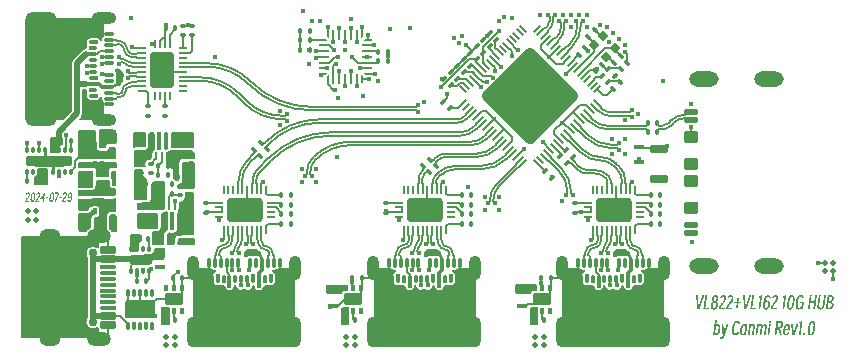
<source format=gtl>
G04 Layer: TopLayer*
G04 EasyEDA Pro v2.2.24.2, 2024-07-29 14:19:07*
G04 Gerber Generator version 0.3*
G04 Scale: 100 percent, Rotated: No, Reflected: No*
G04 Dimensions in millimeters*
G04 Leading zeros omitted, absolute positions, 3 integers and 5 decimals*
%FSLAX35Y35*%
%MOMM*%
%AMRoundRect*1,1,$1,$2,$3*1,1,$1,$4,$5*1,1,$1,0-$2,0-$3*1,1,$1,0-$4,0-$5*20,1,$1,$2,$3,$4,$5,0*20,1,$1,$4,$5,0-$2,0-$3,0*20,1,$1,0-$2,0-$3,0-$4,0-$5,0*20,1,$1,0-$4,0-$5,$2,$3,0*4,1,4,$2,$3,$4,$5,0-$2,0-$3,0-$4,0-$5,$2,$3,0*%
%AMPolygonMacro1*4,1,5,0.3325,-0.08,-0.19886,-0.08,-0.3325,0.05364,-0.3325,0.08,0.3325,0.08,0.3325,-0.08,0*%
%AMPolygonMacro2*4,1,5,0.3325,-0.08,-0.3325,-0.08,-0.3325,-0.05364,-0.19886,0.08,0.3325,0.08,0.3325,-0.08,0*%
%AMPolygonMacro3*4,1,5,0.08,-0.19886,-0.05364,-0.3325,-0.08,-0.3325,-0.08,0.3325,0.08,0.3325,0.08,-0.19886,0*%
%AMPolygonMacro4*4,1,5,0.08,-0.3325,0.05364,-0.3325,-0.08,-0.19886,-0.08,0.3325,0.08,0.3325,0.08,-0.3325,0*%
%AMPolygonMacro5*4,1,5,-0.3325,0.08,0.19886,0.08,0.3325,-0.05364,0.3325,-0.08,-0.3325,-0.08,-0.3325,0.08,0*%
%AMPolygonMacro6*4,1,5,0.3325,0.05364,0.19886,-0.08,-0.3325,-0.08,-0.3325,0.08,0.3325,0.08,0.3325,0.05364,0*%
%AMPolygonMacro7*4,1,5,0.08,-0.3325,-0.08,-0.3325,-0.08,0.19886,0.05364,0.3325,0.08,0.3325,0.08,-0.3325,0*%
%AMPolygonMacro8*4,1,5,-0.08,0.3325,-0.05364,0.3325,0.08,0.19886,0.08,-0.3325,-0.08,-0.3325,-0.08,0.3325,0*%
%ADD10C,0.2032*%
%ADD11RoundRect,0.126X0.087X-0.187X-0.087X-0.187*%
%ADD12RoundRect,0.126X-0.187X-0.087X-0.187X0.087*%
%ADD13RoundRect,0.126X-0.087X0.187X0.087X0.187*%
%ADD14RoundRect,0.126X0.187X0.087X0.187X-0.087*%
%ADD15RoundRect,0.144X0.578X0.228X0.578X-0.228*%
%ADD16C,0.75*%
%ADD17RoundRect,0.126X0.587X0.087X0.587X-0.087*%
%ADD18O,2.0X1.2*%
%ADD19O,1.8002X1.2*%
%ADD20O,1.8X1.2*%
%ADD21RoundRect,0.126X0.07071X0.19375X0.19375X0.07071*%
%ADD22RoundRect,0.147X0.3515X0.1015X0.3515X-0.1015*%
%ADD23RoundRect,0.147X0.1015X-0.3515X-0.1015X-0.3515*%
%ADD24RoundRect,0.5X-0.36769X0.0X0.0X0.36769*%
%ADD25RoundRect,0.1X-0.29168X-0.22097X0.22097X0.29168*%
%ADD26RoundRect,0.1X-0.29168X0.22097X-0.22097X0.29168*%
%ADD27RoundRect,0.78947X-3.68439X0.0X0.0X3.68439*%
%ADD28RoundRect,0.105X0.0725X0.2475X0.0725X-0.2475*%
%ADD29RoundRect,0.126X0.087X0.687X0.087X-0.687*%
%ADD30RoundRect,0.225X-0.1125X-0.1125X-0.1125X0.1125*%
%ADD31RoundRect,0.24X-0.48X-0.38X-0.48X0.38*%
%ADD32RoundRect,0.189X-0.5055X-0.1305X-0.5055X0.1305*%
%ADD33O,2.49999X1.3*%
%ADD34RoundRect,0.156X0.522X-0.247X-0.522X-0.247*%
%ADD35RoundRect,0.147X-0.1015X0.1765X0.1015X0.1765*%
%ADD36RoundRect,0.24X-0.68X-0.38X-0.68X0.38*%
%ADD37RoundRect,0.126X0.19375X-0.07071X0.07071X-0.19375*%
%ADD38RoundRect,0.126X-0.19375X0.07071X-0.07071X0.19375*%
%ADD39RoundRect,0.168X0.0X0.37618X0.37618X0.0*%
%ADD40RoundRect,0.156X-0.272X0.247X0.272X0.247*%
%ADD41RoundRect,0.084X-0.058X0.308X0.058X0.308*%
%ADD42RoundRect,0.084X-0.308X0.058X0.308X0.058*%
%ADD43RoundRect,0.48X-1.26X0.76X1.26X0.76*%
%ADD44RoundRect,0.105X-0.0725X-0.2475X-0.0725X0.2475*%
%ADD45RoundRect,0.126X-0.087X-0.687X-0.087X0.687*%
%ADD46RoundRect,0.147X-0.3515X-0.1015X-0.3515X0.1015*%
%ADD47RoundRect,0.294X0.653X0.203X0.653X-0.203*%
%ADD48RoundRect,0.126X-0.07071X-0.19375X-0.19375X-0.07071*%
%ADD49RoundRect,0.147X-0.1015X0.3515X0.1015X0.3515*%
%ADD50RoundRect,0.147X0.1015X-0.1765X-0.1015X-0.1765*%
%ADD51RoundRect,0.126X-0.087X0.337X0.087X0.337*%
%ADD52RoundRect,0.294X-0.353X0.203X0.353X0.203*%
%ADD53RoundRect,0.126X-0.087X0.287X0.087X0.287*%
%ADD54O,1.0X2.1*%
%ADD55O,1.0X2.59999*%
%ADD56RoundRect,0.24X-0.78X0.38X0.78X0.38*%
%ADD57RoundRect,0.126X-0.087X0.262X0.087X0.262*%
%ADD58RoundRect,0.36X-1.07X0.57X1.07X0.57*%
%ADD59RoundRect,0.225X0.1125X0.1125X0.1125X-0.1125*%
%ADD60RoundRect,0.12X-0.34X0.19X0.34X0.19*%
%ADD61RoundRect,0.168X0.416X-0.266X-0.416X-0.266*%
%ADD62RoundRect,0.21X0.745X0.145X0.745X-0.145*%
%ADD63RoundRect,0.156X-0.522X0.247X0.522X0.247*%
%ADD64RoundRect,0.1176X-0.0812X0.1937X0.0812X0.1937*%
%ADD65RoundRect,0.216X-0.717X0.342X0.717X0.342*%
%ADD66RoundRect,0.21X-0.745X-0.145X-0.745X0.145*%
%ADD67RoundRect,0.126X0.337X0.087X0.337X-0.087*%
%ADD68RoundRect,0.294X0.203X0.353X0.203X-0.353*%
%ADD69RoundRect,0.126X0.287X0.087X0.287X-0.087*%
%ADD70O,2.1X1.0*%
%ADD71O,2.59999X1.0*%
%ADD72RoundRect,0.125X0.375X-0.0625X-0.375X-0.0625*%
%ADD73RoundRect,0.125X0.0625X-0.375X-0.0625X-0.375*%
%ADD74RoundRect,0.1176X0.0812X-0.1937X-0.0812X-0.1937*%
%ADD75RoundRect,0.216X0.717X-0.342X-0.717X-0.342*%
%ADD76RoundRect,0.12X0.34X-0.19X-0.34X-0.19*%
%ADD77RoundRect,0.168X-0.416X0.266X0.416X0.266*%
%ADD78RoundRect,0.156X0.247X0.272X0.247X-0.272*%
%ADD79RoundRect,0.084X0.308X0.058X0.308X-0.058*%
%ADD80RoundRect,0.084X0.058X0.308X0.058X-0.308*%
%ADD81RoundRect,0.48X0.76X1.26X0.76X-1.26*%
%ADD82PolygonMacro1*%
%ADD83PolygonMacro2*%
%ADD84PolygonMacro3*%
%ADD85PolygonMacro4*%
%ADD86PolygonMacro5*%
%ADD87PolygonMacro6*%
%ADD88PolygonMacro7*%
%ADD89PolygonMacro8*%
%ADD90C,0.4*%
%ADD91C,0.127*%
%ADD92C,0.1389*%
%ADD93C,0.3*%
%ADD94C,0.139*%
%ADD95C,0.5*%
%ADD96C,0.28*%
%ADD97C,0.2*%
%ADD98C,0.15*%
%ADD99C,0.172*%
%ADD100C,0.9*%
G75*


G04 Copper Start*
G36*
G01X14935410Y-12600136D02*
G01X14935410Y-12683941D01*
G03X14849860Y-12688018I-40440J-51034D01*
G03X14842356Y-12773336I45110J-46956D01*
G01X14842356Y-13276612D01*
G03X14849860Y-13361930I52614J-38361D01*
G03X14935410Y-13366007I45110J46956D01*
G01X14935410Y-13446316D01*
G01X14289810Y-13446316D01*
G01X14289810Y-12600136D01*
G01X14935410Y-12600136D01*
G37*
G36*
G01X14975810Y-10750640D02*
G01X14975810Y-10890867D01*
G03X14964356Y-10916278I22460J-25411D01*
G01X14964356Y-10929748D01*
G03X14936898Y-10905008I-43103J-20230D01*
G03X14900013Y-10907364I-15645J-44970D01*
G01X14868270Y-10907364D01*
G03X14834356Y-10941278I0J-33914D01*
G01X14834356Y-10958678D01*
G03X14838530Y-10974978I33914J0D01*
G01X14837691Y-10976612D01*
G03X14833429Y-10986780I41486J-23366D01*
G03X14831620Y-10997657I45748J-13198D01*
G03X14799959Y-11012774I5542J-52321D01*
G01X14722804Y-11089928D01*
G03X14707394Y-11127132I37204J-37204D01*
G01X14707394Y-11528213D01*
G01X14638787Y-11596820D01*
G01X14330210Y-11596820D01*
G01X14330210Y-10750640D01*
G01X14975810Y-10750640D01*
G37*
G36*
G01X14403482Y-12146179D02*
G01X14403482Y-12093937D01*
G03X14419211Y-12083062I-10391J31842D01*
G03X14431313Y-12060909I-34240J33087D01*
G03X14430389Y-12035682I-46342J10933D01*
G01X14430389Y-12023251D01*
G01X14505290Y-12023251D01*
G01X14505256Y-12149328D01*
G01X14406631Y-12149328D01*
G02X14403482Y-12146179I0J3149D01*
G37*
G36*
G01X14542785Y-11759504D02*
G01X14626242Y-11759504D01*
G03X14629457Y-11764200I40828J24498D01*
G01X14629457Y-11809233D01*
G01X14627682Y-11810390D01*
G03X14609107Y-11830065I1132J-19675D01*
G01X14609107Y-11876067D01*
G01X14607983Y-11877191D01*
G01X14535686Y-11877191D01*
G01X14535686Y-11764099D01*
G02X14539848Y-11759938I4161J0D01*
G03X14542785Y-11759504I0J10160D01*
G37*
G36*
G01X14899820Y-11927362D02*
G03X14886123Y-11930157I0J-34964D01*
G01X14776684Y-11930157D01*
G02X14772510Y-11925982I0J4174D01*
G01X14772510Y-11703518D01*
G02X14780697Y-11695331I8188J0D01*
G01X14914437Y-11695331D01*
G01X14914389Y-11697307D01*
G01X14914389Y-11837589D01*
G03X14953470Y-11876671I39081J0D01*
G01X15001633Y-11876671D01*
G03X15015785Y-11873558I0J33730D01*
G03X15030767Y-11859938I-1729J16952D01*
G03X15035212Y-11846125I-29134J16997D01*
G01X15084579Y-11846125D01*
G01X15084740Y-11925409D01*
G02X15079992Y-11930157I-4747J0D01*
G01X14993817Y-11930157D01*
G03X14980120Y-11927362I-13697J-32170D01*
G01X14959820Y-11927362D01*
G03X14946123Y-11930157I0J-34964D01*
G01X14933817Y-11930157D01*
G03X14920120Y-11927362I-13697J-32170D01*
G01X14899820Y-11927362D01*
G37*
G36*
G01X14774379Y-12356869D02*
G01X14774379Y-12279292D01*
G03X14777841Y-12279438I3462J40974D01*
G01X15074885Y-12279438D01*
G03X15084754Y-12278406I0J47682D01*
G01X15084754Y-12377911D01*
G03X15078670Y-12377361I-6084J-33364D01*
G01X15041270Y-12377361D01*
G03X15020390Y-12384551I0J-33914D01*
G03X15004033Y-12407645I8125J-23094D01*
G01X15004033Y-12543303D01*
G01X14908480Y-12543303D01*
G01X14908480Y-12438891D01*
G02X14911990Y-12435381I3510J0D01*
G01X14928916Y-12435381D01*
G03X14956001Y-12408296I0J27085D01*
G01X14956001Y-12354265D01*
G03X14941385Y-12334571I-20576J0D01*
G03X14920120Y-12327361I-21265J-27754D01*
G01X14899820Y-12327361D01*
G03X14879759Y-12333689I0J-34964D01*
G01X14876838Y-12333689D01*
G03X14856262Y-12354265I0J-20576D01*
G01X14856262Y-12356869D01*
G02X14847544Y-12365587I-8718J0D01*
G01X14783098Y-12365587D01*
G02X14774379Y-12356869I0J8718D01*
G37*
G36*
G01X14774495Y-12238318D02*
G01X14774495Y-12207488D01*
G01X14883662Y-12207488D01*
G03X14925610Y-12165540I0J41948D01*
G01X14925610Y-12121996D01*
G01X14926568Y-12122010D01*
G01X15022893Y-12122010D01*
G03X15026182Y-12121855I0J35068D01*
G01X15026182Y-12164801D01*
G03X15045481Y-12186755I22137J0D01*
G03X15064820Y-12192590I19339J29129D01*
G01X15084792Y-12192590D01*
G01X15084792Y-12231756D01*
G02X15074885Y-12241664I-9908J0D01*
G01X14998641Y-12241664D01*
G03X14981570Y-12237361I-17071J-31711D01*
G01X14898370Y-12237361D01*
G03X14881300Y-12241664I0J-36014D01*
G01X14777841Y-12241664D01*
G02X14774495Y-12238318I0J3346D01*
G37*
G36*
G01X14775136Y-12169714D02*
G01X14775136Y-12044027D01*
G01X14775774Y-12044032D01*
G01X14887836Y-12044032D01*
G01X14887836Y-12165540D01*
G02X14883662Y-12169714I-4174J0D01*
G01X14775136Y-12169714D01*
G37*
G36*
G01X14775410Y-12533188D02*
G01X14775410Y-12402721D01*
G03X14783098Y-12403361I7688J45852D01*
G01X14847544Y-12403361D01*
G03X14891686Y-12371463I0J46492D01*
G01X14918227Y-12371463D01*
G01X14918227Y-12397607D01*
G01X14911990Y-12397607D01*
G03X14870706Y-12438891I0J-41285D01*
G01X14870706Y-12512096D01*
G03X14833567Y-12542557I34864J-80378D01*
G01X14784779Y-12542557D01*
G02X14775410Y-12533188I0J9369D01*
G37*
G36*
G01X14909367Y-12006258D02*
G01X14777585Y-12006258D01*
G01X14777585Y-11967931D01*
G01X15079992Y-11967931D01*
G03X15084976Y-11967637I0J42522D01*
G01X15084976Y-12004951D01*
G01X15083669Y-12006258D01*
G01X15039520Y-12006258D01*
G03X15020187Y-12025592I0J-19334D01*
G01X15020187Y-12084236D01*
G01X14929848Y-12084236D01*
G01X14929848Y-12026739D01*
G03X14909367Y-12006258I-20481J0D01*
G37*
G36*
G01X14964356Y-11433677D02*
G03X14975810Y-11459088I33914J0D01*
G01X14975810Y-11596820D01*
G01X14787602Y-11596820D01*
G01X14797212Y-11587210D01*
G03X14812622Y-11550006I-37204J37204D01*
G01X14812622Y-11352591D01*
G01X14829618Y-11352591D01*
G03X14837681Y-11376633I47545J2573D01*
G03X14834356Y-11391277I30589J-14644D01*
G01X14834356Y-11408677D01*
G03X14868270Y-11442591I33914J0D01*
G01X14897915Y-11442591D01*
G03X14937393Y-11444035I21323J42573D01*
G03X14964374Y-11415179I-18156J44017D01*
G01X14964356Y-11416277D01*
G01X14964356Y-11433677D01*
G37*
G36*
G01X14955084Y-11802326D02*
G03X14952163Y-11788336I-34964J0D01*
G01X14952163Y-11697307D01*
G02X14954127Y-11694343I3218J0D01*
G01X14955764Y-11694470D01*
G01X15066614Y-11694470D01*
G02X15085504Y-11713361I0J-18890D01*
G01X15085504Y-11794014D01*
G02X15079610Y-11799908I-5894J0D01*
G01X15018451Y-11799908D01*
G03X14997589Y-11820771I0J-20863D01*
G01X14997589Y-11838896D01*
G01X14991970Y-11838896D01*
G03X14981570Y-11837362I-10400J-34480D01*
G01X14955084Y-11837362D01*
G01X14955084Y-11802326D01*
G37*
G36*
G01X15083848Y-12420937D02*
G01X15086291Y-12420860D01*
G01X15086291Y-12542220D01*
G01X15086036Y-12542476D01*
G01X15057517Y-12542476D01*
G03X15041808Y-12525292I-71947J-49999D01*
G01X15041808Y-12420937D01*
G01X15083848Y-12420937D01*
G37*
G36*
G01X15084700Y-12044019D02*
G01X15084700Y-12149163D01*
G01X15063956Y-12149163D01*
G01X15063956Y-12120970D01*
G03X15056113Y-12098176I-37043J0D01*
G03X15057961Y-12086942I-33220J11234D01*
G01X15057961Y-12044032D01*
G01X15083669Y-12044032D01*
G01X15084700Y-12044019D01*
G37*
G36*
G01X15061444Y-11321495D02*
G03X15069916Y-11317325I-5276J21412D01*
G03X15099584Y-11283677I-4246J33647D01*
G01X15099584Y-11266277D01*
G03X15095410Y-11249977I-33914J0D01*
G03X15099584Y-11233678I-29740J16300D01*
G01X15099584Y-11216278D01*
G03X15086955Y-11189875I-33914J0D01*
G01X15086955Y-11184148D01*
G02X15088289Y-11180926I4556J0D01*
G02X15096714Y-11177437I8424J-8424D01*
G01X15103809Y-11177437D01*
G02X15120409Y-11184313I0J-23476D01*
G01X15135438Y-11199342D01*
G02X15144218Y-11220538I-21196J-21196D01*
G01X15144218Y-11229455D01*
G03X15142559Y-11266680I42945J-20564D01*
G02X15126874Y-11294631I-57555J13920D01*
G01X15121481Y-11300025D01*
G02X15058940Y-11329636I-72702J72702D01*
G02X15061444Y-11321495I15066J-178D01*
G37*
G36*
G01X15277002Y-12650436D02*
G01X15277002Y-12662655D01*
G03X15273626Y-12673607I29847J-15199D01*
G03X15267438Y-12694414I41344J-23618D01*
G03X15271131Y-12715806I47531J-2810D01*
G02X15268501Y-12716223I-2630J8084D01*
G01X15213564Y-12716223D01*
G01X15213564Y-12579263D01*
G01X15214253Y-12578573D01*
G01X15280653Y-12578573D01*
G02X15304777Y-12602698I0J-24125D01*
G01X15304777Y-12622661D01*
G02X15296276Y-12631162I-8501J0D01*
G03X15277002Y-12650436I0J-19274D01*
G37*
G36*
G01X15254778Y-11830406D02*
G03X15245517Y-11831352I0J-45841D01*
G01X15245517Y-11718929D01*
G01X15246207Y-11718239D01*
G03X15249144Y-11717805I0J10160D01*
G01X15332916Y-11717805D01*
G03X15331754Y-11728260I46415J-10454D01*
G01X15331754Y-11830406D01*
G01X15254778Y-11830406D01*
G37*
G36*
G01X15329873Y-11986228D02*
G03X15330518Y-11992811I33914J0D01*
G01X15250438Y-11992811D01*
G02X15246711Y-11989083I0J3727D01*
G01X15246711Y-11876248D01*
G02X15254778Y-11868180I8067J0D01*
G01X15332895Y-11868180D01*
G03X15369528Y-11831548I0J36633D01*
G01X15369528Y-11728260D01*
G02X15379331Y-11718456I9803J0D01*
G01X15405335Y-11718456D01*
G03X15407795Y-11735861I47565J-2153D01*
G01X15407795Y-11767628D01*
G03X15407795Y-11798131I45105J-15252D01*
G01X15407795Y-11830178D01*
G03X15407053Y-11858279I45105J-15252D01*
G03X15387937Y-11888129I13748J-29851D01*
G01X15387937Y-11922420D01*
G01X15375442Y-11934914D01*
G01X15363787Y-11934914D01*
G03X15356535Y-11935699I0J-33914D01*
G03X15344425Y-11940985I2833J-23006D01*
G03X15329873Y-11968828I19362J-27844D01*
G01X15329873Y-11986228D01*
G37*
G36*
G01X15248969Y-12275405D02*
G01X15248969Y-12030559D01*
G01X15250438Y-12030585D01*
G01X15309804Y-12030585D01*
G01X15309804Y-12079423D01*
G03X15331247Y-12100867I21444J0D01*
G02X15339748Y-12109368I0J-8501D01*
G01X15339748Y-12272748D01*
G01X15283446Y-12272748D01*
G03X15267842Y-12275405I0J-47143D01*
G01X15248969Y-12275405D01*
G37*
G36*
G01X15274076Y-12319891D02*
G02X15275533Y-12314874I9369J0D01*
G03X15279838Y-12315141I4306J34698D01*
G01X15300138Y-12315141D01*
G03X15317506Y-12310522I0J34964D01*
G01X15362213Y-12310522D01*
G03X15389950Y-12282786I0J27736D01*
G01X15389950Y-12165240D01*
G02X15424988Y-12130202I35038J0D01*
G01X15494854Y-12130202D01*
G01X15494854Y-12350250D01*
G02X15492002Y-12358093I-12210J0D01*
G03X15479486Y-12362460I4700J-33587D01*
G01X15278889Y-12362460D01*
G02X15274076Y-12357648I0J4812D01*
G01X15274076Y-12319891D01*
G37*
G36*
G01X15278173Y-12509120D02*
G01X15278173Y-12400228D01*
G01X15278889Y-12400234D01*
G01X15437466Y-12400234D01*
G01X15437522Y-12401059D01*
G01X15437522Y-12516537D01*
G01X15285589Y-12516537D01*
G02X15278173Y-12509120I0J7416D01*
G37*
G36*
G01X15378361Y-12822859D02*
G03X15365103Y-12826753I6648J-47148D01*
G01X15354647Y-12826753D01*
G02X15351136Y-12823243I0J3510D01*
G03X15340976Y-12813083I-10160J0D01*
G02X15325748Y-12797855I0J15228D01*
G01X15325748Y-12753333D01*
G01X15376129Y-12753333D01*
G03X15420791Y-12708671I0J44662D01*
G01X15420791Y-12695572D01*
G01X15487391Y-12695572D01*
G03X15495221Y-12694811I0J40634D01*
G02X15496164Y-12698907I-8427J-4096D01*
G01X15496164Y-12769863D01*
G02X15483540Y-12782487I-12624J0D01*
G01X15411282Y-12782487D01*
G03X15382243Y-12811525I0J-29038D01*
G01X15382243Y-12813478D01*
G02X15378361Y-12822859I-13275J0D01*
G37*
G36*
G01X15402583Y-12591275D02*
G01X15402509Y-12589031D01*
G01X15402509Y-12556641D01*
G02X15404718Y-12554433I2209J0D01*
G01X15444427Y-12554433D01*
G03X15466769Y-12543558I0J28387D01*
G03X15475296Y-12521489I-24295J22069D01*
G01X15475296Y-12401059D01*
G01X15475288Y-12400234D01*
G01X15482644Y-12400234D01*
G03X15514111Y-12389086I0J49984D01*
G01X15518243Y-12389086D01*
G01X15518243Y-12391404D01*
G03X15518243Y-12404536I47159J-6566D01*
G01X15518243Y-12453674D01*
G03X15517788Y-12460240I47159J-6566D01*
G03X15518243Y-12466806I47614J0D01*
G01X15518243Y-12516224D01*
G03X15518243Y-12529356I47159J-6566D01*
G01X15518243Y-12531891D01*
G03X15488584Y-12575672I17485J-43781D01*
G01X15488584Y-12647930D01*
G03X15489539Y-12656827I41936J0D01*
G01X15487391Y-12657798D01*
G01X15404067Y-12657798D01*
G01X15402583Y-12656716D01*
G01X15402583Y-12609931D01*
G01X15402583Y-12591275D01*
G37*
G36*
G01X15481224Y-13195147D02*
G01X15498279Y-13195147D01*
G03X15511969Y-13197588I13690J37173D01*
G01X15532005Y-13197588D01*
G02X15534855Y-13202151I-4603J-6048D01*
G01X15534855Y-13237624D01*
G03X15535002Y-13240824I34964J0D01*
G01X15535002Y-13333782D01*
G01X15480336Y-13333782D01*
G01X15478952Y-13332398D01*
G01X15478952Y-13197419D01*
G02X15481224Y-13195147I2272J0D01*
G37*
G36*
G01X15518550Y-11897458D02*
G02X15521661Y-11885493I24559J0D01*
G03X15548207Y-11872610I-61J33914D01*
G01X15730155Y-11872610D01*
G02X15746396Y-11888850I0J-16241D01*
G01X15746396Y-11928777D01*
G01X15745851Y-11929322D01*
G01X15744026Y-11929322D01*
G03X15732636Y-11927414I-11390J-33057D01*
G01X15712336Y-11927414D01*
G03X15700947Y-11929322I0J-34964D01*
G01X15650085Y-11929322D01*
G03X15618009Y-11961398I0J-32076D01*
G01X15618009Y-12110977D01*
G01X15617464Y-12111522D01*
G01X15598080Y-12111522D01*
G01X15596191Y-12111407D01*
G03X15583214Y-12100628I-27477J-19879D01*
G02X15582490Y-12095932I14866J4696D01*
G01X15582490Y-12033728D01*
G03X15556996Y-12008234I-25494J0D01*
G01X15522856Y-12008234D01*
G02X15518550Y-12003928I0J4306D01*
G01X15518550Y-11897458D01*
G37*
G36*
G01X15535727Y-12566303D02*
G01X15546071Y-12566303D01*
G03X15565648Y-12570403I19331J43513D01*
G03X15585181Y-12566101I-246J47613D01*
G03X15618797Y-12528802I-3886J37299D01*
G01X15618797Y-12380161D01*
G03X15630366Y-12355130I-21295J25032D01*
G01X15630366Y-12315657D01*
G03X15634892Y-12306570I-40114J25651D01*
G01X15635327Y-12306564D01*
G03X15669616Y-12280393I0J35548D01*
G03X15682627Y-12253686I-20902J26707D01*
G01X15682627Y-12236286D01*
G03X15678800Y-12220636I-33914J0D01*
G01X15743388Y-12220636D01*
G01X15744946Y-12222193D01*
G01X15744946Y-12570464D01*
G02X15740784Y-12574626I-4161J0D01*
G01X15620354Y-12574626D01*
G03X15582853Y-12612127I0J-37501D01*
G01X15582853Y-12622855D01*
G03X15577394Y-12641307I28455J-18452D01*
G01X15577394Y-12651237D01*
G02X15573484Y-12652092I-3910J8514D01*
G01X15530520Y-12652092D01*
G02X15526358Y-12647930I0J4161D01*
G01X15526358Y-12575672D01*
G02X15535727Y-12566303I9369J0D01*
G37*
G36*
G01X15742885Y-11836248D02*
G01X15742883Y-11836356D01*
G03X15730155Y-11834835I-12728J-52494D01*
G01X15565052Y-11834835D01*
G02X15562053Y-11827160I8324J7675D01*
G01X15562053Y-11716239D01*
G01X15734166Y-11716239D01*
G02X15742884Y-11724957I0J-8718D01*
G01X15742885Y-11836248D01*
G37*
G36*
G01X15659374Y-12120750D02*
G01X15659374Y-12118287D01*
G03X15660126Y-12111185I-33162J7103D01*
G01X15660126Y-12073785D01*
G03X15659374Y-12066682I-33914J0D01*
G01X15659374Y-11967771D01*
G01X15659395Y-11967096D01*
G01X15745814Y-11967096D01*
G01X15745814Y-12173479D01*
G02X15737095Y-12182197I-8718J0D01*
G01X15619920Y-12182197D01*
G02X15611853Y-12174129I0J8067D01*
G01X15611853Y-12161110D01*
G02X15619269Y-12153694I7416J0D01*
G01X15626430Y-12153694D01*
G03X15659374Y-12120750I0J32944D01*
G37*
G36*
G01X15745730Y-12652101D02*
G01X15619685Y-12652101D01*
G03X15620627Y-12642722I-46201J9378D01*
G01X15620627Y-12612621D01*
G01X15648708Y-12612621D01*
G03X15652573Y-12612400I0J33914D01*
G01X15740784Y-12612400D01*
G03X15746275Y-12612039I0J41936D01*
G01X15746275Y-12651556D01*
G01X15745730Y-12652101D01*
G37*
G36*
G01X15750630Y-12871359D02*
G01X15890857Y-12871359D01*
G03X15916268Y-12882813I25411J22460D01*
G01X15929738Y-12882813D01*
G03X15904998Y-12910272I20230J-43103D01*
G03X15907354Y-12947156I44970J-15645D01*
G01X15907354Y-12978899D01*
G03X15941268Y-13012813I33914J0D01*
G01X15958668Y-13012813D01*
G03X15974968Y-13008639I0J33914D01*
G01X15976602Y-13009478D01*
G03X16002675Y-13015529I23366J41486D01*
G03X16097499Y-13012813I47293J5522D01*
G01X16097966Y-13012813D01*
G03X16128004Y-13049689I47001J7614D01*
G03X16174968Y-13042174I16964J44490D01*
G03X16221931Y-13049689I30000J36974D01*
G03X16251969Y-13012813I-16964J44490D01*
G01X16252436Y-13012813D01*
G03X16346984Y-13017525I47531J2806D01*
G03X16376623Y-13009488I3024J47518D01*
G03X16391267Y-13012813I14644J30589D01*
G01X16408667Y-13012813D01*
G03X16442581Y-12978899I0J33914D01*
G01X16442581Y-12949255D01*
G03X16444025Y-12909776I-42573J21323D01*
G03X16415169Y-12882796I-44017J-18156D01*
G01X16416267Y-12882813D01*
G01X16433667Y-12882813D01*
G03X16459078Y-12871359I0J33914D01*
G01X16596810Y-12871359D01*
G01X16596810Y-13516959D01*
G01X15750630Y-13516959D01*
G01X15750630Y-12871359D01*
G37*
G36*
G01X16216268Y-12747585D02*
G03X16189865Y-12760214I0J-33914D01*
G01X16184138Y-12760214D01*
G02X16180916Y-12758880I0J4556D01*
G02X16177427Y-12750456I8424J8424D01*
G01X16177427Y-12743360D01*
G02X16184303Y-12726760I23476J0D01*
G01X16199332Y-12711731D01*
G02X16220528Y-12702951I21196J-21196D01*
G01X16229445Y-12702951D01*
G03X16266670Y-12704611I20564J42945D01*
G02X16294621Y-12720295I-13920J-57555D01*
G01X16300015Y-12725689D01*
G02X16329626Y-12788229I-72702J-72702D01*
G02X16321485Y-12785726I178J15066D01*
G03X16317315Y-12777253I-21412J-5276D01*
G03X16283667Y-12747585I-33647J-4246D01*
G01X16266267Y-12747585D01*
G03X16249968Y-12751759I0J-33914D01*
G03X16233668Y-12747585I-16300J-29740D01*
G01X16216268Y-12747585D01*
G37*
G36*
G01X17042933Y-13009196D02*
G01X17042933Y-13042360D01*
G01X17031966Y-13042360D01*
G03X16994323Y-13069633I0J-39614D01*
G01X16882594Y-13069633D01*
G02X16875438Y-13062477I0J7156D01*
G01X16875438Y-13010972D01*
G02X16877710Y-13008699I2272J0D01*
G03X16880681Y-13008255I0J10160D01*
G01X17041993Y-13008255D01*
G01X17042933Y-13009196D01*
G37*
G36*
G01X16998949Y-13332398D02*
G01X16998949Y-13204262D01*
G01X17008064Y-13195147D01*
G01X17018276Y-13195147D01*
G03X17031966Y-13197588I13690J37173D01*
G01X17052002Y-13197588D01*
G02X17054852Y-13202151I-4603J-6048D01*
G01X17054852Y-13237624D01*
G03X17054999Y-13240824I34964J0D01*
G01X17054999Y-13333782D01*
G01X17000333Y-13333782D01*
G01X16998949Y-13332398D01*
G37*
G36*
G01X17279125Y-12870440D02*
G01X17415070Y-12870440D01*
G03X17441265Y-12882813I26195J21540D01*
G01X17454735Y-12882813D01*
G03X17429995Y-12910272I20230J-43103D01*
G03X17432351Y-12947156I44970J-15645D01*
G01X17432351Y-12978899D01*
G03X17466265Y-13012813I33914J0D01*
G01X17483665Y-13012813D01*
G03X17499965Y-13008639I0J33914D01*
G01X17501599Y-13009478D01*
G03X17527672Y-13015529I23366J41486D01*
G03X17622496Y-13012813I47293J5522D01*
G01X17622963Y-13012813D01*
G03X17653001Y-13049689I47001J7614D01*
G03X17699965Y-13042174I16964J44490D01*
G03X17746928Y-13049689I30000J36974D01*
G03X17776966Y-13012813I-16964J44490D01*
G01X17777433Y-13012813D01*
G03X17871981Y-13017525I47531J2806D01*
G03X17901620Y-13009488I3024J47518D01*
G03X17916264Y-13012813I14644J30589D01*
G01X17933664Y-13012813D01*
G03X17967578Y-12978899I0J33914D01*
G01X17967578Y-12949255D01*
G03X17969022Y-12909776I-42573J21323D01*
G03X17940166Y-12882796I-44017J-18156D01*
G01X17941264Y-12882813D01*
G01X17958664Y-12882813D01*
G03X17984859Y-12870440I0J33914D01*
G01X18125304Y-12870440D01*
G01X18125304Y-13516040D01*
G01X17279125Y-13516040D01*
G01X17279125Y-12870440D01*
G37*
G36*
G01X17741265Y-12747585D02*
G03X17714862Y-12760214I0J-33914D01*
G01X17709135Y-12760214D01*
G02X17705913Y-12758880I0J4556D01*
G02X17702424Y-12750456I8424J8424D01*
G01X17702424Y-12743360D01*
G02X17709300Y-12726760I23476J0D01*
G01X17724329Y-12711731D01*
G02X17745525Y-12702951I21196J-21196D01*
G01X17754442Y-12702951D01*
G03X17791667Y-12704611I20564J42945D01*
G02X17819618Y-12720295I-13920J-57555D01*
G01X17825012Y-12725689D01*
G02X17854623Y-12788229I-72702J-72702D01*
G02X17846482Y-12785726I178J15066D01*
G03X17842312Y-12777253I-21412J-5276D01*
G03X17808664Y-12747585I-33647J-4246D01*
G01X17791264Y-12747585D01*
G03X17774964Y-12751759I0J-33914D01*
G03X17758664Y-12747585I-16300J-29740D01*
G01X17741265Y-12747585D01*
G37*
G36*
G01X18644668Y-13042018D02*
G01X18644369Y-13042360D01*
G01X18631963Y-13042360D01*
G03X18595234Y-13067133I0J-39614D01*
G01X18484328Y-13067133D01*
G02X18477172Y-13059977I0J7156D01*
G01X18477172Y-13008472D01*
G02X18479444Y-13006199I2272J0D01*
G03X18482415Y-13005755I0J10160D01*
G01X18643727Y-13005755D01*
G01X18644668Y-13006696D01*
G01X18644668Y-13042018D01*
G37*
G36*
G01X18654849Y-13237624D02*
G03X18656697Y-13248841I34964J0D01*
G01X18656697Y-13333782D01*
G01X18602032Y-13333782D01*
G01X18600647Y-13332398D01*
G01X18600647Y-13197621D01*
G01X18653744Y-13197621D01*
G01X18655019Y-13198872D01*
G03X18654849Y-13202324I34793J-3451D01*
G01X18654849Y-13237624D01*
G37*
G36*
G01X18875624Y-12871359D02*
G01X19015851Y-12871359D01*
G03X19041262Y-12882813I25411J22460D01*
G01X19054732Y-12882813D01*
G03X19029991Y-12910272I20230J-43103D01*
G03X19032348Y-12947156I44970J-15645D01*
G01X19032348Y-12978899D01*
G03X19066262Y-13012813I33914J0D01*
G01X19083662Y-13012813D01*
G03X19099962Y-13008639I0J33914D01*
G01X19101595Y-13009478D01*
G03X19127669Y-13015529I23366J41486D01*
G03X19222493Y-13012813I47293J5522D01*
G01X19222960Y-13012813D01*
G03X19252998Y-13049689I47001J7614D01*
G03X19299961Y-13042174I16964J44490D01*
G03X19346925Y-13049689I30000J36974D01*
G03X19376963Y-13012813I-16964J44490D01*
G01X19377430Y-13012813D01*
G03X19471978Y-13017525I47531J2806D01*
G03X19501617Y-13009488I3024J47518D01*
G03X19516261Y-13012813I14644J30589D01*
G01X19533661Y-13012813D01*
G03X19567575Y-12978899I0J33914D01*
G01X19567575Y-12949255D01*
G03X19569019Y-12909776I-42573J21323D01*
G03X19540163Y-12882796I-44017J-18156D01*
G01X19541261Y-12882813D01*
G01X19558661Y-12882813D01*
G03X19584072Y-12871359I0J33914D01*
G01X19721804Y-12871359D01*
G01X19721804Y-13516959D01*
G01X18875624Y-13516959D01*
G01X18875624Y-12871359D01*
G37*
G36*
G01X19341261Y-12747585D02*
G03X19314859Y-12760214I0J-33914D01*
G01X19309131Y-12760214D01*
G02X19305910Y-12758880I0J4556D01*
G02X19302421Y-12750456I8424J8424D01*
G01X19302421Y-12743360D01*
G02X19309297Y-12726760I23476J0D01*
G01X19324326Y-12711731D01*
G02X19345522Y-12702951I21196J-21196D01*
G01X19354439Y-12702951D01*
G03X19391664Y-12704611I20564J42945D01*
G02X19419615Y-12720295I-13920J-57555D01*
G01X19425009Y-12725689D01*
G02X19454619Y-12788229I-72702J-72702D01*
G02X19446478Y-12785726I178J15066D01*
G03X19442308Y-12777253I-21412J-5276D01*
G03X19408661Y-12747585I-33647J-4246D01*
G01X19391261Y-12747585D01*
G03X19374961Y-12751759I0J-33914D01*
G03X19358661Y-12747585I-16300J-29740D01*
G01X19341261Y-12747585D01*
G37*
G54D10*
G01X14935410Y-12600136D02*
G01X14935410Y-12683941D01*
G03X14849860Y-12688018I-40440J-51034D01*
G03X14842356Y-12773336I45110J-46956D01*
G01X14842356Y-13276612D01*
G03X14849860Y-13361930I52614J-38361D01*
G03X14935410Y-13366007I45110J46956D01*
G01X14935410Y-13446316D01*
G01X14289810Y-13446316D01*
G01X14289810Y-12600136D01*
G01X14935410Y-12600136D01*
G01X14975810Y-10750640D02*
G01X14975810Y-10890867D01*
G03X14964356Y-10916278I22460J-25411D01*
G01X14964356Y-10929748D01*
G03X14936898Y-10905008I-43103J-20230D01*
G03X14900013Y-10907364I-15645J-44970D01*
G01X14868270Y-10907364D01*
G03X14834356Y-10941278I0J-33914D01*
G01X14834356Y-10958678D01*
G03X14838530Y-10974978I33914J0D01*
G01X14837691Y-10976612D01*
G03X14833429Y-10986780I41486J-23366D01*
G03X14831620Y-10997657I45748J-13198D01*
G03X14799959Y-11012774I5542J-52321D01*
G01X14722804Y-11089928D01*
G03X14707394Y-11127132I37204J-37204D01*
G01X14707394Y-11528213D01*
G01X14638787Y-11596820D01*
G01X14330210Y-11596820D01*
G01X14330210Y-10750640D01*
G01X14975810Y-10750640D01*
G01X14403482Y-12146179D02*
G01X14403482Y-12093937D01*
G03X14419211Y-12083062I-10391J31842D01*
G03X14431313Y-12060909I-34240J33087D01*
G03X14430389Y-12035682I-46342J10933D01*
G01X14430389Y-12023251D01*
G01X14505290Y-12023251D01*
G01X14505256Y-12149328D01*
G01X14406631Y-12149328D01*
G02X14403482Y-12146179I0J3149D01*
G01X14542785Y-11759504D02*
G01X14626242Y-11759504D01*
G03X14629457Y-11764200I40828J24498D01*
G01X14629457Y-11809233D01*
G01X14627682Y-11810390D01*
G03X14609107Y-11830065I1132J-19675D01*
G01X14609107Y-11876067D01*
G01X14607983Y-11877191D01*
G01X14535686Y-11877191D01*
G01X14535686Y-11764099D01*
G02X14539848Y-11759938I4161J0D01*
G03X14542785Y-11759504I0J10160D01*
G01X14899820Y-11927362D02*
G03X14886123Y-11930157I0J-34964D01*
G01X14776684Y-11930157D01*
G02X14772510Y-11925982I0J4174D01*
G01X14772510Y-11703518D01*
G02X14780697Y-11695331I8188J0D01*
G01X14914437Y-11695331D01*
G01X14914389Y-11697307D01*
G01X14914389Y-11837589D01*
G03X14953470Y-11876671I39081J0D01*
G01X15001633Y-11876671D01*
G03X15015785Y-11873558I0J33730D01*
G03X15030767Y-11859938I-1729J16952D01*
G03X15035212Y-11846125I-29134J16997D01*
G01X15084579Y-11846125D01*
G01X15084740Y-11925409D01*
G02X15079992Y-11930157I-4747J0D01*
G01X14993817Y-11930157D01*
G03X14980120Y-11927362I-13697J-32170D01*
G01X14959820Y-11927362D01*
G03X14946123Y-11930157I0J-34964D01*
G01X14933817Y-11930157D01*
G03X14920120Y-11927362I-13697J-32170D01*
G01X14899820Y-11927362D01*
G01X14774379Y-12356869D02*
G01X14774379Y-12279292D01*
G03X14777841Y-12279438I3462J40974D01*
G01X15074885Y-12279438D01*
G03X15084754Y-12278406I0J47682D01*
G01X15084754Y-12377911D01*
G03X15078670Y-12377361I-6084J-33364D01*
G01X15041270Y-12377361D01*
G03X15020390Y-12384551I0J-33914D01*
G03X15004033Y-12407645I8125J-23094D01*
G01X15004033Y-12543303D01*
G01X14908480Y-12543303D01*
G01X14908480Y-12438891D01*
G02X14911990Y-12435381I3510J0D01*
G01X14928916Y-12435381D01*
G03X14956001Y-12408296I0J27085D01*
G01X14956001Y-12354265D01*
G03X14941385Y-12334571I-20576J0D01*
G03X14920120Y-12327361I-21265J-27754D01*
G01X14899820Y-12327361D01*
G03X14879759Y-12333689I0J-34964D01*
G01X14876838Y-12333689D01*
G03X14856262Y-12354265I0J-20576D01*
G01X14856262Y-12356869D01*
G02X14847544Y-12365587I-8718J0D01*
G01X14783098Y-12365587D01*
G02X14774379Y-12356869I0J8718D01*
G01X14774495Y-12238318D02*
G01X14774495Y-12207488D01*
G01X14883662Y-12207488D01*
G03X14925610Y-12165540I0J41948D01*
G01X14925610Y-12121996D01*
G01X14926568Y-12122010D01*
G01X15022893Y-12122010D01*
G03X15026182Y-12121855I0J35068D01*
G01X15026182Y-12164801D01*
G03X15045481Y-12186755I22137J0D01*
G03X15064820Y-12192590I19339J29129D01*
G01X15084792Y-12192590D01*
G01X15084792Y-12231756D01*
G02X15074885Y-12241664I-9908J0D01*
G01X14998641Y-12241664D01*
G03X14981570Y-12237361I-17071J-31711D01*
G01X14898370Y-12237361D01*
G03X14881300Y-12241664I0J-36014D01*
G01X14777841Y-12241664D01*
G02X14774495Y-12238318I0J3346D01*
G01X14775136Y-12169714D02*
G01X14775136Y-12044027D01*
G01X14775774Y-12044032D01*
G01X14887836Y-12044032D01*
G01X14887836Y-12165540D01*
G02X14883662Y-12169714I-4174J0D01*
G01X14775136Y-12169714D01*
G01X14775410Y-12533188D02*
G01X14775410Y-12402721D01*
G03X14783098Y-12403361I7688J45852D01*
G01X14847544Y-12403361D01*
G03X14891686Y-12371463I0J46492D01*
G01X14918227Y-12371463D01*
G01X14918227Y-12397607D01*
G01X14911990Y-12397607D01*
G03X14870706Y-12438891I0J-41285D01*
G01X14870706Y-12512096D01*
G03X14833567Y-12542557I34864J-80378D01*
G01X14784779Y-12542557D01*
G02X14775410Y-12533188I0J9369D01*
G01X14909367Y-12006258D02*
G01X14777585Y-12006258D01*
G01X14777585Y-11967931D01*
G01X15079992Y-11967931D01*
G03X15084976Y-11967637I0J42522D01*
G01X15084976Y-12004951D01*
G01X15083669Y-12006258D01*
G01X15039520Y-12006258D01*
G03X15020187Y-12025592I0J-19334D01*
G01X15020187Y-12084236D01*
G01X14929848Y-12084236D01*
G01X14929848Y-12026739D01*
G03X14909367Y-12006258I-20481J0D01*
G01X14964356Y-11433677D02*
G03X14975810Y-11459088I33914J0D01*
G01X14975810Y-11596820D01*
G01X14787602Y-11596820D01*
G01X14797212Y-11587210D01*
G03X14812622Y-11550006I-37204J37204D01*
G01X14812622Y-11352591D01*
G01X14829618Y-11352591D01*
G03X14837681Y-11376633I47545J2573D01*
G03X14834356Y-11391277I30589J-14644D01*
G01X14834356Y-11408677D01*
G03X14868270Y-11442591I33914J0D01*
G01X14897915Y-11442591D01*
G03X14937393Y-11444035I21323J42573D01*
G03X14964374Y-11415179I-18156J44017D01*
G01X14964356Y-11416277D01*
G01X14964356Y-11433677D01*
G01X14955084Y-11802326D02*
G03X14952163Y-11788336I-34964J0D01*
G01X14952163Y-11697307D01*
G02X14954127Y-11694343I3218J0D01*
G01X14955764Y-11694470D01*
G01X15066614Y-11694470D01*
G02X15085504Y-11713361I0J-18890D01*
G01X15085504Y-11794014D01*
G02X15079610Y-11799908I-5894J0D01*
G01X15018451Y-11799908D01*
G03X14997589Y-11820771I0J-20863D01*
G01X14997589Y-11838896D01*
G01X14991970Y-11838896D01*
G03X14981570Y-11837362I-10400J-34480D01*
G01X14955084Y-11837362D01*
G01X14955084Y-11802326D01*
G01X15083848Y-12420937D02*
G01X15086291Y-12420860D01*
G01X15086291Y-12542220D01*
G01X15086036Y-12542476D01*
G01X15057517Y-12542476D01*
G03X15041808Y-12525292I-71947J-49999D01*
G01X15041808Y-12420937D01*
G01X15083848Y-12420937D01*
G01X15084700Y-12044019D02*
G01X15084700Y-12149163D01*
G01X15063956Y-12149163D01*
G01X15063956Y-12120970D01*
G03X15056113Y-12098176I-37043J0D01*
G03X15057961Y-12086942I-33220J11234D01*
G01X15057961Y-12044032D01*
G01X15083669Y-12044032D01*
G01X15084700Y-12044019D01*
G01X15061444Y-11321495D02*
G03X15069916Y-11317325I-5276J21412D01*
G03X15099584Y-11283677I-4246J33647D01*
G01X15099584Y-11266277D01*
G03X15095410Y-11249977I-33914J0D01*
G03X15099584Y-11233678I-29740J16300D01*
G01X15099584Y-11216278D01*
G03X15086955Y-11189875I-33914J0D01*
G01X15086955Y-11184148D01*
G02X15088289Y-11180926I4556J0D01*
G02X15096714Y-11177437I8424J-8424D01*
G01X15103809Y-11177437D01*
G02X15120409Y-11184313I0J-23476D01*
G01X15135438Y-11199342D01*
G02X15144218Y-11220538I-21196J-21196D01*
G01X15144218Y-11229455D01*
G03X15142559Y-11266680I42945J-20564D01*
G02X15126874Y-11294631I-57555J13920D01*
G01X15121481Y-11300025D01*
G02X15058940Y-11329636I-72702J72702D01*
G02X15061444Y-11321495I15066J-178D01*
G01X15277002Y-12650436D02*
G01X15277002Y-12662655D01*
G03X15273626Y-12673607I29847J-15199D01*
G03X15267438Y-12694414I41344J-23618D01*
G03X15271131Y-12715806I47531J-2810D01*
G02X15268501Y-12716223I-2630J8084D01*
G01X15213564Y-12716223D01*
G01X15213564Y-12579263D01*
G01X15214253Y-12578573D01*
G01X15280653Y-12578573D01*
G02X15304777Y-12602698I0J-24125D01*
G01X15304777Y-12622661D01*
G02X15296276Y-12631162I-8501J0D01*
G03X15277002Y-12650436I0J-19274D01*
G01X15254778Y-11830406D02*
G03X15245517Y-11831352I0J-45841D01*
G01X15245517Y-11718929D01*
G01X15246207Y-11718239D01*
G03X15249144Y-11717805I0J10160D01*
G01X15332916Y-11717805D01*
G03X15331754Y-11728260I46415J-10454D01*
G01X15331754Y-11830406D01*
G01X15254778Y-11830406D01*
G01X15329873Y-11986228D02*
G03X15330518Y-11992811I33914J0D01*
G01X15250438Y-11992811D01*
G02X15246711Y-11989083I0J3727D01*
G01X15246711Y-11876248D01*
G02X15254778Y-11868180I8067J0D01*
G01X15332895Y-11868180D01*
G03X15369528Y-11831548I0J36633D01*
G01X15369528Y-11728260D01*
G02X15379331Y-11718456I9803J0D01*
G01X15405335Y-11718456D01*
G03X15407795Y-11735861I47565J-2153D01*
G01X15407795Y-11767628D01*
G03X15407795Y-11798131I45105J-15252D01*
G01X15407795Y-11830178D01*
G03X15407053Y-11858279I45105J-15252D01*
G03X15387937Y-11888129I13748J-29851D01*
G01X15387937Y-11922420D01*
G01X15375442Y-11934914D01*
G01X15363787Y-11934914D01*
G03X15356535Y-11935699I0J-33914D01*
G03X15344425Y-11940985I2833J-23006D01*
G03X15329873Y-11968828I19362J-27844D01*
G01X15329873Y-11986228D01*
G01X15248969Y-12275405D02*
G01X15248969Y-12030559D01*
G01X15250438Y-12030585D01*
G01X15309804Y-12030585D01*
G01X15309804Y-12079423D01*
G03X15331247Y-12100867I21444J0D01*
G02X15339748Y-12109368I0J-8501D01*
G01X15339748Y-12272748D01*
G01X15283446Y-12272748D01*
G03X15267842Y-12275405I0J-47143D01*
G01X15248969Y-12275405D01*
G01X15274076Y-12319891D02*
G02X15275533Y-12314874I9369J0D01*
G03X15279838Y-12315141I4306J34698D01*
G01X15300138Y-12315141D01*
G03X15317506Y-12310522I0J34964D01*
G01X15362213Y-12310522D01*
G03X15389950Y-12282786I0J27736D01*
G01X15389950Y-12165240D01*
G02X15424988Y-12130202I35038J0D01*
G01X15494854Y-12130202D01*
G01X15494854Y-12350250D01*
G02X15492002Y-12358093I-12210J0D01*
G03X15479486Y-12362460I4700J-33587D01*
G01X15278889Y-12362460D01*
G02X15274076Y-12357648I0J4812D01*
G01X15274076Y-12319891D01*
G01X15278173Y-12509120D02*
G01X15278173Y-12400228D01*
G01X15278889Y-12400234D01*
G01X15437466Y-12400234D01*
G01X15437522Y-12401059D01*
G01X15437522Y-12516537D01*
G01X15285589Y-12516537D01*
G02X15278173Y-12509120I0J7416D01*
G01X15378361Y-12822859D02*
G03X15365103Y-12826753I6648J-47148D01*
G01X15354647Y-12826753D01*
G02X15351136Y-12823243I0J3510D01*
G03X15340976Y-12813083I-10160J0D01*
G02X15325748Y-12797855I0J15228D01*
G01X15325748Y-12753333D01*
G01X15376129Y-12753333D01*
G03X15420791Y-12708671I0J44662D01*
G01X15420791Y-12695572D01*
G01X15487391Y-12695572D01*
G03X15495221Y-12694811I0J40634D01*
G02X15496164Y-12698907I-8427J-4096D01*
G01X15496164Y-12769863D01*
G02X15483540Y-12782487I-12624J0D01*
G01X15411282Y-12782487D01*
G03X15382243Y-12811525I0J-29038D01*
G01X15382243Y-12813478D01*
G02X15378361Y-12822859I-13275J0D01*
G01X15402583Y-12591275D02*
G01X15402509Y-12589031D01*
G01X15402509Y-12556641D01*
G02X15404718Y-12554433I2209J0D01*
G01X15444427Y-12554433D01*
G03X15466769Y-12543558I0J28387D01*
G03X15475296Y-12521489I-24295J22069D01*
G01X15475296Y-12401059D01*
G01X15475288Y-12400234D01*
G01X15482644Y-12400234D01*
G03X15514111Y-12389086I0J49984D01*
G01X15518243Y-12389086D01*
G01X15518243Y-12391404D01*
G03X15518243Y-12404536I47159J-6566D01*
G01X15518243Y-12453674D01*
G03X15517788Y-12460240I47159J-6566D01*
G03X15518243Y-12466806I47614J0D01*
G01X15518243Y-12516224D01*
G03X15518243Y-12529356I47159J-6566D01*
G01X15518243Y-12531891D01*
G03X15488584Y-12575672I17485J-43781D01*
G01X15488584Y-12647930D01*
G03X15489539Y-12656827I41936J0D01*
G01X15487391Y-12657798D01*
G01X15404067Y-12657798D01*
G01X15402583Y-12656716D01*
G01X15402583Y-12609931D01*
G01X15402583Y-12591275D01*
G01X15481224Y-13195147D02*
G01X15498279Y-13195147D01*
G03X15511969Y-13197588I13690J37173D01*
G01X15532005Y-13197588D01*
G02X15534855Y-13202151I-4603J-6048D01*
G01X15534855Y-13237624D01*
G03X15535002Y-13240824I34964J0D01*
G01X15535002Y-13333782D01*
G01X15480336Y-13333782D01*
G01X15478952Y-13332398D01*
G01X15478952Y-13197419D01*
G02X15481224Y-13195147I2272J0D01*
G01X15518550Y-11897458D02*
G02X15521661Y-11885493I24559J0D01*
G03X15548207Y-11872610I-61J33914D01*
G01X15730155Y-11872610D01*
G02X15746396Y-11888850I0J-16241D01*
G01X15746396Y-11928777D01*
G01X15745851Y-11929322D01*
G01X15744026Y-11929322D01*
G03X15732636Y-11927414I-11390J-33057D01*
G01X15712336Y-11927414D01*
G03X15700947Y-11929322I0J-34964D01*
G01X15650085Y-11929322D01*
G03X15618009Y-11961398I0J-32076D01*
G01X15618009Y-12110977D01*
G01X15617464Y-12111522D01*
G01X15598080Y-12111522D01*
G01X15596191Y-12111407D01*
G03X15583214Y-12100628I-27477J-19879D01*
G02X15582490Y-12095932I14866J4696D01*
G01X15582490Y-12033728D01*
G03X15556996Y-12008234I-25494J0D01*
G01X15522856Y-12008234D01*
G02X15518550Y-12003928I0J4306D01*
G01X15518550Y-11897458D01*
G01X15535727Y-12566303D02*
G01X15546071Y-12566303D01*
G03X15565648Y-12570403I19331J43513D01*
G03X15585181Y-12566101I-246J47613D01*
G03X15618797Y-12528802I-3886J37299D01*
G01X15618797Y-12380161D01*
G03X15630366Y-12355130I-21295J25032D01*
G01X15630366Y-12315657D01*
G03X15634892Y-12306570I-40114J25651D01*
G01X15635327Y-12306564D01*
G03X15669616Y-12280393I0J35548D01*
G03X15682627Y-12253686I-20902J26707D01*
G01X15682627Y-12236286D01*
G03X15678800Y-12220636I-33914J0D01*
G01X15743388Y-12220636D01*
G01X15744946Y-12222193D01*
G01X15744946Y-12570464D01*
G02X15740784Y-12574626I-4161J0D01*
G01X15620354Y-12574626D01*
G03X15582853Y-12612127I0J-37501D01*
G01X15582853Y-12622855D01*
G03X15577394Y-12641307I28455J-18452D01*
G01X15577394Y-12651237D01*
G02X15573484Y-12652092I-3910J8514D01*
G01X15530520Y-12652092D01*
G02X15526358Y-12647930I0J4161D01*
G01X15526358Y-12575672D01*
G02X15535727Y-12566303I9369J0D01*
G01X15742885Y-11836248D02*
G01X15742883Y-11836356D01*
G03X15730155Y-11834835I-12728J-52494D01*
G01X15565052Y-11834835D01*
G02X15562053Y-11827160I8324J7675D01*
G01X15562053Y-11716239D01*
G01X15734166Y-11716239D01*
G02X15742884Y-11724957I0J-8718D01*
G01X15742885Y-11836248D01*
G01X15659374Y-12120750D02*
G01X15659374Y-12118287D01*
G03X15660126Y-12111185I-33162J7103D01*
G01X15660126Y-12073785D01*
G03X15659374Y-12066682I-33914J0D01*
G01X15659374Y-11967771D01*
G01X15659395Y-11967096D01*
G01X15745814Y-11967096D01*
G01X15745814Y-12173479D01*
G02X15737095Y-12182197I-8718J0D01*
G01X15619920Y-12182197D01*
G02X15611853Y-12174129I0J8067D01*
G01X15611853Y-12161110D01*
G02X15619269Y-12153694I7416J0D01*
G01X15626430Y-12153694D01*
G03X15659374Y-12120750I0J32944D01*
G01X15745730Y-12652101D02*
G01X15619685Y-12652101D01*
G03X15620627Y-12642722I-46201J9378D01*
G01X15620627Y-12612621D01*
G01X15648708Y-12612621D01*
G03X15652573Y-12612400I0J33914D01*
G01X15740784Y-12612400D01*
G03X15746275Y-12612039I0J41936D01*
G01X15746275Y-12651556D01*
G01X15745730Y-12652101D01*
G01X15750630Y-12871359D02*
G01X15890857Y-12871359D01*
G03X15916268Y-12882813I25411J22460D01*
G01X15929738Y-12882813D01*
G03X15904998Y-12910272I20230J-43103D01*
G03X15907354Y-12947156I44970J-15645D01*
G01X15907354Y-12978899D01*
G03X15941268Y-13012813I33914J0D01*
G01X15958668Y-13012813D01*
G03X15974968Y-13008639I0J33914D01*
G01X15976602Y-13009478D01*
G03X16002675Y-13015529I23366J41486D01*
G03X16097499Y-13012813I47293J5522D01*
G01X16097966Y-13012813D01*
G03X16128004Y-13049689I47001J7614D01*
G03X16174968Y-13042174I16964J44490D01*
G03X16221931Y-13049689I30000J36974D01*
G03X16251969Y-13012813I-16964J44490D01*
G01X16252436Y-13012813D01*
G03X16346984Y-13017525I47531J2806D01*
G03X16376623Y-13009488I3024J47518D01*
G03X16391267Y-13012813I14644J30589D01*
G01X16408667Y-13012813D01*
G03X16442581Y-12978899I0J33914D01*
G01X16442581Y-12949255D01*
G03X16444025Y-12909776I-42573J21323D01*
G03X16415169Y-12882796I-44017J-18156D01*
G01X16416267Y-12882813D01*
G01X16433667Y-12882813D01*
G03X16459078Y-12871359I0J33914D01*
G01X16596810Y-12871359D01*
G01X16596810Y-13516959D01*
G01X15750630Y-13516959D01*
G01X15750630Y-12871359D01*
G01X16216268Y-12747585D02*
G03X16189865Y-12760214I0J-33914D01*
G01X16184138Y-12760214D01*
G02X16180916Y-12758880I0J4556D01*
G02X16177427Y-12750456I8424J8424D01*
G01X16177427Y-12743360D01*
G02X16184303Y-12726760I23476J0D01*
G01X16199332Y-12711731D01*
G02X16220528Y-12702951I21196J-21196D01*
G01X16229445Y-12702951D01*
G03X16266670Y-12704611I20564J42945D01*
G02X16294621Y-12720295I-13920J-57555D01*
G01X16300015Y-12725689D01*
G02X16329626Y-12788229I-72702J-72702D01*
G02X16321485Y-12785726I178J15066D01*
G03X16317315Y-12777253I-21412J-5276D01*
G03X16283667Y-12747585I-33647J-4246D01*
G01X16266267Y-12747585D01*
G03X16249968Y-12751759I0J-33914D01*
G03X16233668Y-12747585I-16300J-29740D01*
G01X16216268Y-12747585D01*
G01X17042933Y-13009196D02*
G01X17042933Y-13042360D01*
G01X17031966Y-13042360D01*
G03X16994323Y-13069633I0J-39614D01*
G01X16882594Y-13069633D01*
G02X16875438Y-13062477I0J7156D01*
G01X16875438Y-13010972D01*
G02X16877710Y-13008699I2272J0D01*
G03X16880681Y-13008255I0J10160D01*
G01X17041993Y-13008255D01*
G01X17042933Y-13009196D01*
G01X16998949Y-13332398D02*
G01X16998949Y-13204262D01*
G01X17008064Y-13195147D01*
G01X17018276Y-13195147D01*
G03X17031966Y-13197588I13690J37173D01*
G01X17052002Y-13197588D01*
G02X17054852Y-13202151I-4603J-6048D01*
G01X17054852Y-13237624D01*
G03X17054999Y-13240824I34964J0D01*
G01X17054999Y-13333782D01*
G01X17000333Y-13333782D01*
G01X16998949Y-13332398D01*
G01X17279125Y-12870440D02*
G01X17415070Y-12870440D01*
G03X17441265Y-12882813I26195J21540D01*
G01X17454735Y-12882813D01*
G03X17429995Y-12910272I20230J-43103D01*
G03X17432351Y-12947156I44970J-15645D01*
G01X17432351Y-12978899D01*
G03X17466265Y-13012813I33914J0D01*
G01X17483665Y-13012813D01*
G03X17499965Y-13008639I0J33914D01*
G01X17501599Y-13009478D01*
G03X17527672Y-13015529I23366J41486D01*
G03X17622496Y-13012813I47293J5522D01*
G01X17622963Y-13012813D01*
G03X17653001Y-13049689I47001J7614D01*
G03X17699965Y-13042174I16964J44490D01*
G03X17746928Y-13049689I30000J36974D01*
G03X17776966Y-13012813I-16964J44490D01*
G01X17777433Y-13012813D01*
G03X17871981Y-13017525I47531J2806D01*
G03X17901620Y-13009488I3024J47518D01*
G03X17916264Y-13012813I14644J30589D01*
G01X17933664Y-13012813D01*
G03X17967578Y-12978899I0J33914D01*
G01X17967578Y-12949255D01*
G03X17969022Y-12909776I-42573J21323D01*
G03X17940166Y-12882796I-44017J-18156D01*
G01X17941264Y-12882813D01*
G01X17958664Y-12882813D01*
G03X17984859Y-12870440I0J33914D01*
G01X18125304Y-12870440D01*
G01X18125304Y-13516040D01*
G01X17279125Y-13516040D01*
G01X17279125Y-12870440D01*
G01X17741265Y-12747585D02*
G03X17714862Y-12760214I0J-33914D01*
G01X17709135Y-12760214D01*
G02X17705913Y-12758880I0J4556D01*
G02X17702424Y-12750456I8424J8424D01*
G01X17702424Y-12743360D01*
G02X17709300Y-12726760I23476J0D01*
G01X17724329Y-12711731D01*
G02X17745525Y-12702951I21196J-21196D01*
G01X17754442Y-12702951D01*
G03X17791667Y-12704611I20564J42945D01*
G02X17819618Y-12720295I-13920J-57555D01*
G01X17825012Y-12725689D01*
G02X17854623Y-12788229I-72702J-72702D01*
G02X17846482Y-12785726I178J15066D01*
G03X17842312Y-12777253I-21412J-5276D01*
G03X17808664Y-12747585I-33647J-4246D01*
G01X17791264Y-12747585D01*
G03X17774964Y-12751759I0J-33914D01*
G03X17758664Y-12747585I-16300J-29740D01*
G01X17741265Y-12747585D01*
G01X18644668Y-13042018D02*
G01X18644369Y-13042360D01*
G01X18631963Y-13042360D01*
G03X18595234Y-13067133I0J-39614D01*
G01X18484328Y-13067133D01*
G02X18477172Y-13059977I0J7156D01*
G01X18477172Y-13008472D01*
G02X18479444Y-13006199I2272J0D01*
G03X18482415Y-13005755I0J10160D01*
G01X18643727Y-13005755D01*
G01X18644668Y-13006696D01*
G01X18644668Y-13042018D01*
G01X18654849Y-13237624D02*
G03X18656697Y-13248841I34964J0D01*
G01X18656697Y-13333782D01*
G01X18602032Y-13333782D01*
G01X18600647Y-13332398D01*
G01X18600647Y-13197621D01*
G01X18653744Y-13197621D01*
G01X18655019Y-13198872D01*
G03X18654849Y-13202324I34793J-3451D01*
G01X18654849Y-13237624D01*
G01X18875624Y-12871359D02*
G01X19015851Y-12871359D01*
G03X19041262Y-12882813I25411J22460D01*
G01X19054732Y-12882813D01*
G03X19029991Y-12910272I20230J-43103D01*
G03X19032348Y-12947156I44970J-15645D01*
G01X19032348Y-12978899D01*
G03X19066262Y-13012813I33914J0D01*
G01X19083662Y-13012813D01*
G03X19099962Y-13008639I0J33914D01*
G01X19101595Y-13009478D01*
G03X19127669Y-13015529I23366J41486D01*
G03X19222493Y-13012813I47293J5522D01*
G01X19222960Y-13012813D01*
G03X19252998Y-13049689I47001J7614D01*
G03X19299961Y-13042174I16964J44490D01*
G03X19346925Y-13049689I30000J36974D01*
G03X19376963Y-13012813I-16964J44490D01*
G01X19377430Y-13012813D01*
G03X19471978Y-13017525I47531J2806D01*
G03X19501617Y-13009488I3024J47518D01*
G03X19516261Y-13012813I14644J30589D01*
G01X19533661Y-13012813D01*
G03X19567575Y-12978899I0J33914D01*
G01X19567575Y-12949255D01*
G03X19569019Y-12909776I-42573J21323D01*
G03X19540163Y-12882796I-44017J-18156D01*
G01X19541261Y-12882813D01*
G01X19558661Y-12882813D01*
G03X19584072Y-12871359I0J33914D01*
G01X19721804Y-12871359D01*
G01X19721804Y-13516959D01*
G01X18875624Y-13516959D01*
G01X18875624Y-12871359D01*
G01X19341261Y-12747585D02*
G03X19314859Y-12760214I0J-33914D01*
G01X19309131Y-12760214D01*
G02X19305910Y-12758880I0J4556D01*
G02X19302421Y-12750456I8424J8424D01*
G01X19302421Y-12743360D01*
G02X19309297Y-12726760I23476J0D01*
G01X19324326Y-12711731D01*
G02X19345522Y-12702951I21196J-21196D01*
G01X19354439Y-12702951D01*
G03X19391664Y-12704611I20564J42945D01*
G02X19419615Y-12720295I-13920J-57555D01*
G01X19425009Y-12725689D01*
G02X19454619Y-12788229I-72702J-72702D01*
G02X19446478Y-12785726I178J15066D01*
G03X19442308Y-12777253I-21412J-5276D01*
G03X19408661Y-12747585I-33647J-4246D01*
G01X19391261Y-12747585D01*
G03X19374961Y-12751759I0J-33914D01*
G03X19358661Y-12747585I-16300J-29740D01*
G01X19341261Y-12747585D01*
G04 Copper End*

G04 Text Start*
G36*
G01X21059000Y-13210656D02*
G01X21052636Y-13210883D01*
G01X21046045Y-13210429D01*
G01X21042409Y-13209520D01*
G01X21040136Y-13208611D01*
G01X21038090Y-13207702D01*
G01X21036272Y-13206565D01*
G01X21034681Y-13205202D01*
G01X21032409Y-13202929D01*
G01X21031272Y-13201338D01*
G01X21030136Y-13199065D01*
G01X21029227Y-13197020D01*
G01X21028772Y-13195429D01*
G01X21028318Y-13193611D01*
G01X21027863Y-13191338D01*
G01X21027636Y-13189292D01*
G01X21027409Y-13183156D01*
G01X21027636Y-13177020D01*
G01X21027863Y-13174065D01*
G01X21028090Y-13170656D01*
G01X21028545Y-13168838D01*
G01X21028772Y-13167020D01*
G01X21029000Y-13164292D01*
G01X21029454Y-13162020D01*
G01X21029909Y-13158838D01*
G01X21030363Y-13154292D01*
G01X21030818Y-13152020D01*
G01X21031272Y-13148383D01*
G01X21031727Y-13145656D01*
G01X21032181Y-13142474D01*
G01X21032636Y-13137929D01*
G01X21033090Y-13135883D01*
G01X21033545Y-13132474D01*
G01X21034000Y-13129747D01*
G01X21034454Y-13126111D01*
G01X21034681Y-13123383D01*
G01X21035136Y-13120429D01*
G01X21035590Y-13118156D01*
G01X21035818Y-13115656D01*
G01X21036272Y-13113838D01*
G01X21036727Y-13110202D01*
G01X21037181Y-13105656D01*
G01X21037636Y-13103383D01*
G01X21038090Y-13099747D01*
G01X21038545Y-13097020D01*
G01X21039227Y-13092247D01*
G01X21039454Y-13089747D01*
G01X21039681Y-13088156D01*
G01X21054681Y-13088156D01*
G01X21054454Y-13089747D01*
G01X21054000Y-13092020D01*
G01X21053545Y-13096565D01*
G01X21053090Y-13098611D01*
G01X21052636Y-13102020D01*
G01X21052181Y-13105656D01*
G01X21051727Y-13107929D01*
G01X21051499Y-13109974D01*
G01X21051272Y-13112474D01*
G01X21050818Y-13114293D01*
G01X21050590Y-13116111D01*
G01X21050363Y-13118383D01*
G01X21049909Y-13121565D01*
G01X21049454Y-13124293D01*
G01X21049227Y-13125883D01*
G01X21049000Y-13128383D01*
G01X21048545Y-13130656D01*
G01X21048318Y-13132247D01*
G01X21048090Y-13134747D01*
G01X21047636Y-13137929D01*
G01X21047181Y-13140202D01*
G01X21046954Y-13143156D01*
G01X21046499Y-13146338D01*
G01X21046045Y-13148383D01*
G01X21045818Y-13150656D01*
G01X21045363Y-13153838D01*
G01X21044909Y-13156565D01*
G01X21044681Y-13158611D01*
G01X21044454Y-13161111D01*
G01X21044000Y-13162929D01*
G01X21043545Y-13167474D01*
G01X21043091Y-13175656D01*
G01X21043091Y-13179520D01*
G01X21043318Y-13181338D01*
G01X21043545Y-13184747D01*
G01X21044000Y-13187474D01*
G01X21044454Y-13189065D01*
G01X21045363Y-13191111D01*
G01X21046499Y-13192702D01*
G01X21047409Y-13193838D01*
G01X21048772Y-13194747D01*
G01X21050136Y-13195429D01*
G01X21051499Y-13195883D01*
G01X21053090Y-13196111D01*
G01X21054454Y-13196111D01*
G01X21056727Y-13195656D01*
G01X21059227Y-13194974D01*
G01X21061272Y-13194065D01*
G01X21062863Y-13192929D01*
G01X21065136Y-13190656D01*
G01X21066045Y-13189520D01*
G01X21066954Y-13188156D01*
G01X21068772Y-13184520D01*
G01X21069454Y-13182474D01*
G01X21070136Y-13180656D01*
G01X21070818Y-13178611D01*
G01X21071272Y-13176565D01*
G01X21072181Y-13172929D01*
G01X21073090Y-13168383D01*
G01X21073318Y-13166793D01*
G01X21073545Y-13164747D01*
G01X21074000Y-13162929D01*
G01X21074454Y-13158838D01*
G01X21075363Y-13153383D01*
G01X21075590Y-13151338D01*
G01X21075818Y-13148838D01*
G01X21076272Y-13147020D01*
G01X21076727Y-13142929D01*
G01X21077636Y-13137474D01*
G01X21077863Y-13135429D01*
G01X21078090Y-13132929D01*
G01X21078545Y-13131111D01*
G01X21078999Y-13127020D01*
G01X21079909Y-13121565D01*
G01X21080136Y-13119520D01*
G01X21080363Y-13117020D01*
G01X21080818Y-13115202D01*
G01X21081272Y-13111111D01*
G01X21082181Y-13105656D01*
G01X21082408Y-13103611D01*
G01X21082636Y-13101111D01*
G01X21083090Y-13099293D01*
G01X21083318Y-13097702D01*
G01X21083545Y-13095202D01*
G01X21084454Y-13089747D01*
G01X21084681Y-13088156D01*
G01X21091954Y-13088156D01*
G01X21097409Y-13088384D01*
G01X21099227Y-13089065D01*
G01X21098999Y-13091111D01*
G01X21098545Y-13092929D01*
G01X21098318Y-13094747D01*
G01X21098090Y-13097020D01*
G01X21097636Y-13100202D01*
G01X21097181Y-13102929D01*
G01X21096954Y-13104974D01*
G01X21096727Y-13107474D01*
G01X21096272Y-13109293D01*
G01X21095818Y-13112929D01*
G01X21094909Y-13119293D01*
G01X21094454Y-13123838D01*
G01X21093999Y-13125883D01*
G01X21093545Y-13129293D01*
G01X21093090Y-13132929D01*
G01X21092636Y-13135202D01*
G01X21092409Y-13137247D01*
G01X21092181Y-13139747D01*
G01X21091727Y-13141565D01*
G01X21091499Y-13143383D01*
G01X21091272Y-13145656D01*
G01X21090818Y-13148838D01*
G01X21090363Y-13151565D01*
G01X21090136Y-13153611D01*
G01X21089909Y-13156111D01*
G01X21089454Y-13157929D01*
G01X21089227Y-13159520D01*
G01X21088999Y-13162020D01*
G01X21088545Y-13165202D01*
G01X21088090Y-13167474D01*
G01X21087863Y-13169747D01*
G01X21087408Y-13172702D01*
G01X21086727Y-13175656D01*
G01X21086272Y-13177929D01*
G01X21084909Y-13183383D01*
G01X21084227Y-13185656D01*
G01X21083318Y-13188156D01*
G01X21082408Y-13190429D01*
G01X21081499Y-13192474D01*
G01X21080363Y-13194747D01*
G01X21078999Y-13197020D01*
G01X21077863Y-13198611D01*
G01X21077181Y-13199747D01*
G01X21076272Y-13200883D01*
G01X21072863Y-13204292D01*
G01X21071272Y-13205656D01*
G01X21069454Y-13206792D01*
G01X21067636Y-13207702D01*
G01X21065590Y-13208611D01*
G01X21063318Y-13209520D01*
G01X21060818Y-13210202D01*
G01X21059000Y-13210656D01*
G37*
G36*
G01X20597181Y-13210429D02*
G01X20592409Y-13210883D01*
G01X20587409Y-13210429D01*
G01X20584909Y-13209747D01*
G01X20582636Y-13209065D01*
G01X20580818Y-13208156D01*
G01X20578772Y-13207020D01*
G01X20577181Y-13205883D01*
G01X20574227Y-13202929D01*
G01X20573318Y-13201792D01*
G01X20572409Y-13200202D01*
G01X20571500Y-13198383D01*
G01X20570818Y-13196565D01*
G01X20569454Y-13192474D01*
G01X20569000Y-13190201D01*
G01X20568545Y-13188383D01*
G01X20568318Y-13178156D01*
G01X20568331Y-13177474D01*
G01X20581954Y-13177474D01*
G01X20582181Y-13181111D01*
G01X20582636Y-13183838D01*
G01X20583090Y-13187020D01*
G01X20583545Y-13188838D01*
G01X20584000Y-13190429D01*
G01X20584909Y-13192247D01*
G01X20586500Y-13194292D01*
G01X20588545Y-13196111D01*
G01X20588545Y-13196111D01*
G01X20590591Y-13196793D01*
G01X20592181Y-13197020D01*
G01X20593545Y-13197020D01*
G01X20596045Y-13196565D01*
G01X20598545Y-13195883D01*
G01X20600363Y-13194747D01*
G01X20601954Y-13193383D01*
G01X20603772Y-13191111D01*
G01X20604909Y-13189520D01*
G01X20606045Y-13187474D01*
G01X20606954Y-13185429D01*
G01X20607636Y-13183383D01*
G01X20608318Y-13181565D01*
G01X20609000Y-13179520D01*
G01X20609454Y-13177474D01*
G01X20610363Y-13173838D01*
G01X20611272Y-13166565D01*
G01X20611500Y-13164292D01*
G01X20611272Y-13160656D01*
G01X20610818Y-13157929D01*
G01X20610363Y-13155656D01*
G01X20609681Y-13153156D01*
G01X20608772Y-13151338D01*
G01X20607863Y-13149974D01*
G01X20606954Y-13148838D01*
G01X20605590Y-13147702D01*
G01X20604000Y-13146793D01*
G01X20600590Y-13146338D01*
G01X20596727Y-13146565D01*
G01X20594454Y-13147247D01*
G01X20592409Y-13148383D01*
G01X20590818Y-13149520D01*
G01X20589681Y-13150656D01*
G01X20588772Y-13151793D01*
G01X20587863Y-13153383D01*
G01X20586727Y-13155429D01*
G01X20585591Y-13157929D01*
G01X20584681Y-13160656D01*
G01X20584000Y-13162474D01*
G01X20583090Y-13166565D01*
G01X20582863Y-13168611D01*
G01X20582636Y-13171565D01*
G01X20582181Y-13173838D01*
G01X20581954Y-13177474D01*
G01X20568331Y-13177474D01*
G01X20568545Y-13166565D01*
G01X20569000Y-13163838D01*
G01X20569227Y-13161793D01*
G01X20569454Y-13158838D01*
G01X20569909Y-13155202D01*
G01X20570363Y-13152474D01*
G01X20570591Y-13150656D01*
G01X20570818Y-13148383D01*
G01X20571272Y-13146565D01*
G01X20571500Y-13144974D01*
G01X20571727Y-13142929D01*
G01X20572181Y-13140656D01*
G01X20572636Y-13138838D01*
G01X20572863Y-13137020D01*
G01X20574227Y-13130883D01*
G01X20574909Y-13128383D01*
G01X20575591Y-13125656D01*
G01X20577636Y-13118838D01*
G01X20578318Y-13116792D01*
G01X20580363Y-13111338D01*
G01X20581045Y-13109974D01*
G01X20581954Y-13108383D01*
G01X20582863Y-13106338D01*
G01X20584000Y-13104293D01*
G01X20585136Y-13102702D01*
G01X20586954Y-13099974D01*
G01X20588318Y-13098384D01*
G01X20589681Y-13096565D01*
G01X20590818Y-13095429D01*
G01X20593091Y-13093611D01*
G01X20594909Y-13092247D01*
G01X20597181Y-13090883D01*
G01X20599000Y-13089974D01*
G01X20603091Y-13088611D01*
G01X20608545Y-13088156D01*
G01X20614681Y-13088611D01*
G01X20616727Y-13089293D01*
G01X20618545Y-13089974D01*
G01X20621727Y-13091565D01*
G01X20622863Y-13092474D01*
G01X20626045Y-13095656D01*
G01X20627182Y-13097247D01*
G01X20628091Y-13098838D01*
G01X20628772Y-13100202D01*
G01X20629454Y-13101792D01*
G01X20630136Y-13103611D01*
G01X20630818Y-13105656D01*
G01X20631272Y-13107474D01*
G01X20631727Y-13109974D01*
G01X20631727Y-13111395D01*
G01X20631272Y-13112020D01*
G01X20629909Y-13112474D01*
G01X20628091Y-13112929D01*
G01X20625363Y-13113383D01*
G01X20623091Y-13113838D01*
G01X20620590Y-13114293D01*
G01X20619056Y-13114236D01*
G01X20618091Y-13113611D01*
G01X20617182Y-13110883D01*
G01X20616500Y-13108383D01*
G01X20615818Y-13106565D01*
G01X20614909Y-13104974D01*
G01X20613772Y-13103838D01*
G01X20612182Y-13102474D01*
G01X20610704Y-13101963D01*
G01X20608545Y-13101792D01*
G01X20604909Y-13102020D01*
G01X20603318Y-13102702D01*
G01X20601727Y-13103611D01*
G01X20600136Y-13104747D01*
G01X20599000Y-13105883D01*
G01X20597636Y-13107474D01*
G01X20596272Y-13109747D01*
G01X20595136Y-13111565D01*
G01X20594227Y-13113383D01*
G01X20593318Y-13115429D01*
G01X20591954Y-13119065D01*
G01X20591272Y-13121111D01*
G01X20590591Y-13123611D01*
G01X20589909Y-13125656D01*
G01X20589681Y-13127247D01*
G01X20588772Y-13130883D01*
G01X20588545Y-13132474D01*
G01X20587636Y-13136565D01*
G01X20587409Y-13138838D01*
G01X20587636Y-13141111D01*
G01X20587920Y-13141451D01*
G01X20588318Y-13141111D01*
G01X20589454Y-13139974D01*
G01X20590591Y-13139065D01*
G01X20593318Y-13137247D01*
G01X20594909Y-13136338D01*
G01X20596727Y-13135429D01*
G01X20598772Y-13134747D01*
G01X20600818Y-13134293D01*
G01X20604227Y-13134065D01*
G01X20608545Y-13134520D01*
G01X20610818Y-13135202D01*
G01X20612409Y-13135656D01*
G01X20614454Y-13136565D01*
G01X20616045Y-13137702D01*
G01X20617182Y-13138611D01*
G01X20619454Y-13140883D01*
G01X20620818Y-13142474D01*
G01X20621954Y-13144292D01*
G01X20623318Y-13147474D01*
G01X20624681Y-13151565D01*
G01X20625136Y-13153611D01*
G01X20625590Y-13155884D01*
G01X20626045Y-13161793D01*
G01X20625818Y-13167929D01*
G01X20625363Y-13169747D01*
G01X20625136Y-13171565D01*
G01X20624909Y-13173838D01*
G01X20624454Y-13175656D01*
G01X20624000Y-13177929D01*
G01X20623318Y-13180656D01*
G01X20622636Y-13182474D01*
G01X20622182Y-13184065D01*
G01X20621500Y-13186338D01*
G01X20620590Y-13188611D01*
G01X20619909Y-13190201D01*
G01X20618545Y-13192929D01*
G01X20617863Y-13194065D01*
G01X20616727Y-13195656D01*
G01X20615363Y-13197929D01*
G01X20614227Y-13199520D01*
G01X20613318Y-13200656D01*
G01X20611954Y-13202247D01*
G01X20610363Y-13203838D01*
G01X20609000Y-13204974D01*
G01X20607182Y-13206338D01*
G01X20605363Y-13207474D01*
G01X20604000Y-13208156D01*
G01X20602409Y-13208838D01*
G01X20600590Y-13209520D01*
G01X20598772Y-13209974D01*
G01X20597181Y-13210429D01*
G37*
G36*
G01X20155818Y-13210656D02*
G01X20151272Y-13210883D01*
G01X20146272Y-13210429D01*
G01X20141727Y-13209065D01*
G01X20139682Y-13208156D01*
G01X20137863Y-13207247D01*
G01X20136500Y-13206338D01*
G01X20135363Y-13205656D01*
G01X20134227Y-13204747D01*
G01X20131954Y-13202474D01*
G01X20130591Y-13200656D01*
G01X20129227Y-13198611D01*
G01X20128318Y-13197020D01*
G01X20127409Y-13194747D01*
G01X20126727Y-13192474D01*
G01X20126272Y-13190883D01*
G01X20125818Y-13187929D01*
G01X20125363Y-13185201D01*
G01X20125136Y-13182702D01*
G01X20125303Y-13180201D01*
G01X20140591Y-13180201D01*
G01X20140818Y-13182929D01*
G01X20141045Y-13185201D01*
G01X20141500Y-13187702D01*
G01X20142181Y-13189974D01*
G01X20143091Y-13192247D01*
G01X20144682Y-13194292D01*
G01X20146272Y-13195883D01*
G01X20147636Y-13196793D01*
G01X20147636Y-13196793D01*
G01X20149454Y-13197247D01*
G01X20151500Y-13197474D01*
G01X20154454Y-13197474D01*
G01X20157636Y-13196793D01*
G01X20159909Y-13195656D01*
G01X20161500Y-13194292D01*
G01X20163772Y-13192020D01*
G01X20164682Y-13190883D01*
G01X20165591Y-13189292D01*
G01X20166500Y-13187020D01*
G01X20167409Y-13184520D01*
G01X20168091Y-13182474D01*
G01X20168318Y-13180201D01*
G01X20169227Y-13175201D01*
G01X20169454Y-13171565D01*
G01X20169454Y-13168838D01*
G01X20169227Y-13166338D01*
G01X20169000Y-13163383D01*
G01X20168318Y-13160656D01*
G01X20167409Y-13158156D01*
G01X20166500Y-13156793D01*
G01X20165591Y-13155202D01*
G01X20164227Y-13153611D01*
G01X20162409Y-13152474D01*
G01X20160875Y-13151963D01*
G01X20158091Y-13151793D01*
G01X20153318Y-13152247D01*
G01X20150818Y-13153383D01*
G01X20149227Y-13154747D01*
G01X20146954Y-13157020D01*
G01X20146045Y-13158156D01*
G01X20145136Y-13159747D01*
G01X20144227Y-13161793D01*
G01X20142863Y-13165429D01*
G01X20142181Y-13167702D01*
G01X20141727Y-13170201D01*
G01X20141272Y-13172020D01*
G01X20140591Y-13180201D01*
G01X20125303Y-13180201D01*
G01X20125363Y-13179292D01*
G01X20125818Y-13177020D01*
G01X20126045Y-13174520D01*
G01X20126500Y-13171111D01*
G01X20128091Y-13164747D01*
G01X20128773Y-13162929D01*
G01X20129682Y-13160884D01*
G01X20130818Y-13158383D01*
G01X20133091Y-13154747D01*
G01X20135363Y-13151565D01*
G01X20136727Y-13149974D01*
G01X20139000Y-13147702D01*
G01X20141272Y-13145883D01*
G01X20142863Y-13144747D01*
G01X20144682Y-13143838D01*
G01X20145307Y-13143440D01*
G01X20145363Y-13142702D01*
G01X20144454Y-13141338D01*
G01X20143091Y-13140202D01*
G01X20141954Y-13138838D01*
G01X20140818Y-13137702D01*
G01X20139454Y-13136111D01*
G01X20138318Y-13134293D01*
G01X20136954Y-13131565D01*
G01X20136272Y-13129520D01*
G01X20135591Y-13127247D01*
G01X20135136Y-13121565D01*
G01X20135271Y-13119747D01*
G01X20150136Y-13119747D01*
G01X20150363Y-13123383D01*
G01X20150818Y-13125656D01*
G01X20151045Y-13127247D01*
G01X20151500Y-13129520D01*
G01X20152409Y-13131565D01*
G01X20153091Y-13132929D01*
G01X20154000Y-13134065D01*
G01X20155136Y-13135202D01*
G01X20156727Y-13136111D01*
G01X20156727Y-13136111D01*
G01X20158091Y-13136565D01*
G01X20159909Y-13136792D01*
G01X20162636Y-13136565D01*
G01X20164682Y-13135883D01*
G01X20166272Y-13135202D01*
G01X20167409Y-13134293D01*
G01X20168545Y-13133156D01*
G01X20169909Y-13131565D01*
G01X20171045Y-13129974D01*
G01X20171727Y-13128383D01*
G01X20172409Y-13126565D01*
G01X20172863Y-13124974D01*
G01X20173318Y-13123156D01*
G01X20173772Y-13120656D01*
G01X20174000Y-13118383D01*
G01X20174227Y-13115202D01*
G01X20174000Y-13112020D01*
G01X20173772Y-13110429D01*
G01X20173318Y-13108156D01*
G01X20172409Y-13106111D01*
G01X20171273Y-13104293D01*
G01X20169454Y-13102474D01*
G01X20167636Y-13101338D01*
G01X20164454Y-13100883D01*
G01X20161272Y-13101111D01*
G01X20159454Y-13101565D01*
G01X20157863Y-13102247D01*
G01X20156500Y-13103156D01*
G01X20155136Y-13104293D01*
G01X20154227Y-13105429D01*
G01X20153318Y-13107020D01*
G01X20152409Y-13109065D01*
G01X20151500Y-13111565D01*
G01X20150818Y-13114747D01*
G01X20150363Y-13117020D01*
G01X20150136Y-13119747D01*
G01X20135271Y-13119747D01*
G01X20135591Y-13115429D01*
G01X20136272Y-13112474D01*
G01X20136954Y-13109747D01*
G01X20137636Y-13107929D01*
G01X20138318Y-13105883D01*
G01X20139454Y-13103383D01*
G01X20140591Y-13101338D01*
G01X20141500Y-13099974D01*
G01X20144227Y-13096565D01*
G01X20145363Y-13095429D01*
G01X20148091Y-13093156D01*
G01X20149454Y-13092247D01*
G01X20152636Y-13090656D01*
G01X20155363Y-13089520D01*
G01X20159909Y-13088384D01*
G01X20163545Y-13088156D01*
G01X20168091Y-13088384D01*
G01X20172636Y-13089293D01*
G01X20174909Y-13089974D01*
G01X20178545Y-13091792D01*
G01X20180136Y-13092702D01*
G01X20181500Y-13093838D01*
G01X20183772Y-13096111D01*
G01X20184909Y-13097702D01*
G01X20186045Y-13099520D01*
G01X20186954Y-13101111D01*
G01X20188318Y-13104747D01*
G01X20188772Y-13106565D01*
G01X20189000Y-13108383D01*
G01X20189227Y-13113156D01*
G01X20189000Y-13117929D01*
G01X20188772Y-13119974D01*
G01X20188318Y-13122247D01*
G01X20186954Y-13126792D01*
G01X20186045Y-13128838D01*
G01X20184909Y-13131111D01*
G01X20183772Y-13132929D01*
G01X20182863Y-13134520D01*
G01X20181727Y-13135883D01*
G01X20177182Y-13140429D01*
G01X20174909Y-13142247D01*
G01X20173091Y-13143383D01*
G01X20172352Y-13144065D01*
G01X20172409Y-13144747D01*
G01X20173545Y-13145883D01*
G01X20175818Y-13147702D01*
G01X20176954Y-13148838D01*
G01X20178318Y-13150656D01*
G01X20179909Y-13152929D01*
G01X20181045Y-13154747D01*
G01X20182409Y-13157929D01*
G01X20183091Y-13159747D01*
G01X20183772Y-13161793D01*
G01X20184227Y-13164520D01*
G01X20184454Y-13167020D01*
G01X20184682Y-13169065D01*
G01X20184454Y-13172474D01*
G01X20184000Y-13176565D01*
G01X20183545Y-13179292D01*
G01X20183091Y-13181565D01*
G01X20182409Y-13184520D01*
G01X20180818Y-13189292D01*
G01X20180136Y-13191111D01*
G01X20178318Y-13194747D01*
G01X20177182Y-13196793D01*
G01X20175591Y-13198838D01*
G01X20174227Y-13200656D01*
G01X20170818Y-13204065D01*
G01X20169000Y-13205429D01*
G01X20167636Y-13206338D01*
G01X20164454Y-13208156D01*
G01X20162636Y-13208838D01*
G01X20160591Y-13209520D01*
G01X20158091Y-13210202D01*
G01X20155818Y-13210656D01*
G37*
G36*
G01X20800136Y-13210429D02*
G01X20794909Y-13210883D01*
G01X20789681Y-13210429D01*
G01X20788091Y-13209747D01*
G01X20786045Y-13209065D01*
G01X20783545Y-13207929D01*
G01X20781727Y-13207020D01*
G01X20780590Y-13206111D01*
G01X20779454Y-13204974D01*
G01X20777181Y-13202247D01*
G01X20776045Y-13200656D01*
G01X20775136Y-13198156D01*
G01X20774227Y-13195883D01*
G01X20773545Y-13193838D01*
G01X20773091Y-13192020D01*
G01X20772181Y-13186565D01*
G01X20771954Y-13177247D01*
G01X20771976Y-13176338D01*
G01X20786954Y-13176338D01*
G01X20787409Y-13186338D01*
G01X20787863Y-13188156D01*
G01X20788318Y-13190429D01*
G01X20789227Y-13192474D01*
G01X20789909Y-13193838D01*
G01X20790818Y-13194747D01*
G01X20791954Y-13195656D01*
G01X20791954Y-13195656D01*
G01X20793545Y-13196565D01*
G01X20795590Y-13197020D01*
G01X20798090Y-13197020D01*
G01X20800818Y-13196338D01*
G01X20804000Y-13194747D01*
G01X20805590Y-13193383D01*
G01X20807181Y-13191111D01*
G01X20808318Y-13189292D01*
G01X20809681Y-13186111D01*
G01X20811045Y-13182474D01*
G01X20811727Y-13180201D01*
G01X20812409Y-13177702D01*
G01X20813318Y-13173611D01*
G01X20814000Y-13170883D01*
G01X20814454Y-13168383D01*
G01X20814909Y-13166111D01*
G01X20815363Y-13163383D01*
G01X20815818Y-13161565D01*
G01X20816272Y-13158838D01*
G01X20816727Y-13155656D01*
G01X20817181Y-13153838D01*
G01X20817409Y-13152020D01*
G01X20817636Y-13149747D01*
G01X20818090Y-13147929D01*
G01X20818545Y-13144747D01*
G01X20818772Y-13142702D01*
G01X20819000Y-13139747D01*
G01X20819454Y-13137474D01*
G01X20819909Y-13131565D01*
G01X20820363Y-13125202D01*
G01X20820591Y-13120883D01*
G01X20820363Y-13116565D01*
G01X20819454Y-13110202D01*
G01X20819000Y-13108611D01*
G01X20818318Y-13106792D01*
G01X20817181Y-13104747D01*
G01X20815591Y-13103156D01*
G01X20813772Y-13102247D01*
G01X20810363Y-13101792D01*
G01X20806954Y-13102247D01*
G01X20804909Y-13103156D01*
G01X20803318Y-13104293D01*
G01X20801045Y-13106565D01*
G01X20800136Y-13107929D01*
G01X20798318Y-13111111D01*
G01X20797636Y-13112701D01*
G01X20796954Y-13114520D01*
G01X20794909Y-13120656D01*
G01X20794454Y-13122474D01*
G01X20794000Y-13124520D01*
G01X20793318Y-13127474D01*
G01X20792636Y-13129747D01*
G01X20792409Y-13131792D01*
G01X20791954Y-13134065D01*
G01X20791272Y-13137020D01*
G01X20790818Y-13140202D01*
G01X20790363Y-13142020D01*
G01X20789909Y-13146111D01*
G01X20789454Y-13148383D01*
G01X20789000Y-13151565D01*
G01X20788545Y-13155202D01*
G01X20788091Y-13157929D01*
G01X20787636Y-13163383D01*
G01X20787181Y-13166565D01*
G01X20786954Y-13176338D01*
G01X20771976Y-13176338D01*
G01X20772181Y-13167929D01*
G01X20772636Y-13164292D01*
G01X20773545Y-13154292D01*
G01X20774000Y-13151793D01*
G01X20774454Y-13148383D01*
G01X20774909Y-13146111D01*
G01X20775363Y-13142929D01*
G01X20775590Y-13140883D01*
G01X20776499Y-13136338D01*
G01X20776954Y-13133611D01*
G01X20777636Y-13131565D01*
G01X20777863Y-13129747D01*
G01X20778318Y-13127702D01*
G01X20778772Y-13125883D01*
G01X20779227Y-13124293D01*
G01X20779909Y-13122247D01*
G01X20780590Y-13119520D01*
G01X20781272Y-13117474D01*
G01X20781727Y-13115883D01*
G01X20783091Y-13112247D01*
G01X20785136Y-13107474D01*
G01X20787181Y-13103383D01*
G01X20788545Y-13101338D01*
G01X20789681Y-13099520D01*
G01X20790818Y-13098156D01*
G01X20791727Y-13097020D01*
G01X20793090Y-13095429D01*
G01X20794909Y-13093838D01*
G01X20796727Y-13092474D01*
G01X20798545Y-13091338D01*
G01X20801272Y-13089974D01*
G01X20803318Y-13089293D01*
G01X20805590Y-13088611D01*
G01X20811045Y-13088156D01*
G01X20816272Y-13088384D01*
G01X20818090Y-13088838D01*
G01X20820136Y-13089520D01*
G01X20821954Y-13090202D01*
G01X20824000Y-13091111D01*
G01X20825818Y-13092247D01*
G01X20828090Y-13094520D01*
G01X20829454Y-13096111D01*
G01X20830591Y-13097702D01*
G01X20831500Y-13099520D01*
G01X20832409Y-13101792D01*
G01X20833090Y-13103611D01*
G01X20833545Y-13105202D01*
G01X20834454Y-13109747D01*
G01X20834909Y-13117474D01*
G01X20835136Y-13120883D01*
G01X20834909Y-13124293D01*
G01X20834454Y-13133383D01*
G01X20834227Y-13135883D01*
G01X20833999Y-13139747D01*
G01X20833545Y-13142474D01*
G01X20833090Y-13148383D01*
G01X20832636Y-13150429D01*
G01X20832181Y-13153838D01*
G01X20831727Y-13157020D01*
G01X20831272Y-13158838D01*
G01X20830818Y-13162474D01*
G01X20829909Y-13166565D01*
G01X20829681Y-13168156D01*
G01X20828772Y-13171793D01*
G01X20828318Y-13173838D01*
G01X20827636Y-13176111D01*
G01X20826954Y-13178611D01*
G01X20826272Y-13180656D01*
G01X20825818Y-13182247D01*
G01X20825136Y-13184292D01*
G01X20824227Y-13186793D01*
G01X20823318Y-13189065D01*
G01X20822409Y-13191111D01*
G01X20821272Y-13193383D01*
G01X20820136Y-13195429D01*
G01X20819000Y-13197247D01*
G01X20818090Y-13198838D01*
G01X20817181Y-13199974D01*
G01X20815818Y-13201565D01*
G01X20814000Y-13203611D01*
G01X20810363Y-13206338D01*
G01X20808545Y-13207474D01*
G01X20807409Y-13208156D01*
G01X20805818Y-13208838D01*
G01X20804000Y-13209520D01*
G01X20802181Y-13209974D01*
G01X20800136Y-13210429D01*
G37*
G36*
G01X20872863Y-13210429D02*
G01X20868318Y-13210883D01*
G01X20863545Y-13210429D01*
G01X20861727Y-13209747D01*
G01X20860136Y-13209292D01*
G01X20858090Y-13208383D01*
G01X20855818Y-13207020D01*
G01X20854227Y-13205656D01*
G01X20851500Y-13202929D01*
G01X20850136Y-13200883D01*
G01X20848999Y-13198838D01*
G01X20847409Y-13195656D01*
G01X20846727Y-13193611D01*
G01X20846045Y-13191338D01*
G01X20845136Y-13187702D01*
G01X20844681Y-13185201D01*
G01X20844454Y-13182929D01*
G01X20843999Y-13179292D01*
G01X20843772Y-13171793D01*
G01X20843999Y-13164292D01*
G01X20844454Y-13160656D01*
G01X20844681Y-13157474D01*
G01X20844909Y-13153838D01*
G01X20845363Y-13152020D01*
G01X20845591Y-13149974D01*
G01X20845818Y-13147474D01*
G01X20846272Y-13145656D01*
G01X20846727Y-13142474D01*
G01X20847181Y-13138838D01*
G01X20847636Y-13137020D01*
G01X20848090Y-13134747D01*
G01X20848545Y-13132929D01*
G01X20849454Y-13128383D01*
G01X20850363Y-13125202D01*
G01X20851045Y-13122929D01*
G01X20851954Y-13119974D01*
G01X20852863Y-13117474D01*
G01X20854227Y-13113838D01*
G01X20855136Y-13111565D01*
G01X20856045Y-13109520D01*
G01X20856954Y-13107929D01*
G01X20857863Y-13106111D01*
G01X20858999Y-13104065D01*
G01X20860363Y-13102020D01*
G01X20861954Y-13099747D01*
G01X20863318Y-13097929D01*
G01X20867181Y-13094065D01*
G01X20868999Y-13092702D01*
G01X20870590Y-13091565D01*
G01X20872409Y-13090429D01*
G01X20873999Y-13089520D01*
G01X20875818Y-13088611D01*
G01X20877636Y-13087929D01*
G01X20881272Y-13087020D01*
G01X20884909Y-13086565D01*
G01X20887409Y-13086338D01*
G01X20889909Y-13086565D01*
G01X20891499Y-13086792D01*
G01X20893545Y-13087020D01*
G01X20896045Y-13087702D01*
G01X20898318Y-13088611D01*
G01X20900136Y-13089520D01*
G01X20901499Y-13090429D01*
G01X20902636Y-13091111D01*
G01X20903772Y-13092020D01*
G01X20906499Y-13094747D01*
G01X20907863Y-13096565D01*
G01X20908772Y-13097929D01*
G01X20909681Y-13099747D01*
G01X20910590Y-13101792D01*
G01X20911954Y-13104974D01*
G01X20912636Y-13107020D01*
G01X20913318Y-13109520D01*
G01X20913318Y-13111565D01*
G01X20911272Y-13112474D01*
G01X20909000Y-13112929D01*
G01X20907181Y-13113383D01*
G01X20902636Y-13114293D01*
G01X20900818Y-13114747D01*
G01X20899227Y-13114974D01*
G01X20898488Y-13114690D01*
G01X20898091Y-13113838D01*
G01X20897409Y-13111565D01*
G01X20896045Y-13107929D01*
G01X20894909Y-13105883D01*
G01X20893772Y-13104520D01*
G01X20892181Y-13103383D01*
G01X20890136Y-13102247D01*
G01X20887409Y-13101792D01*
G01X20884909Y-13102020D01*
G01X20882636Y-13102474D01*
G01X20879909Y-13103156D01*
G01X20877863Y-13104293D01*
G01X20875818Y-13105883D01*
G01X20873772Y-13107929D01*
G01X20872181Y-13110202D01*
G01X20871045Y-13112020D01*
G01X20870136Y-13114065D01*
G01X20869227Y-13116338D01*
G01X20867863Y-13120429D01*
G01X20867181Y-13122701D01*
G01X20866500Y-13125202D01*
G01X20865818Y-13127474D01*
G01X20865363Y-13129747D01*
G01X20864909Y-13131565D01*
G01X20864681Y-13133383D01*
G01X20864227Y-13135429D01*
G01X20863545Y-13138383D01*
G01X20863090Y-13141565D01*
G01X20862636Y-13143383D01*
G01X20862409Y-13145202D01*
G01X20862181Y-13147474D01*
G01X20861727Y-13149292D01*
G01X20861272Y-13152929D01*
G01X20860818Y-13157020D01*
G01X20860363Y-13160202D01*
G01X20859908Y-13169292D01*
G01X20859681Y-13172247D01*
G01X20859908Y-13175201D01*
G01X20860363Y-13182474D01*
G01X20860818Y-13184747D01*
G01X20861500Y-13187247D01*
G01X20862181Y-13189065D01*
G01X20863090Y-13190883D01*
G01X20864227Y-13192474D01*
G01X20865363Y-13193611D01*
G01X20866500Y-13194520D01*
G01X20867863Y-13195201D01*
G01X20869681Y-13195883D01*
G01X20872863Y-13196338D01*
G01X20876272Y-13196111D01*
G01X20878545Y-13195429D01*
G01X20880590Y-13194520D01*
G01X20881954Y-13193611D01*
G01X20883090Y-13192702D01*
G01X20886500Y-13189292D01*
G01X20887409Y-13188156D01*
G01X20888545Y-13186565D01*
G01X20889681Y-13184747D01*
G01X20890590Y-13182929D01*
G01X20891499Y-13180883D01*
G01X20892863Y-13177247D01*
G01X20893545Y-13174974D01*
G01X20894227Y-13172474D01*
G01X20894909Y-13169747D01*
G01X20895363Y-13166111D01*
G01X20895818Y-13163383D01*
G01X20896045Y-13160656D01*
G01X20896045Y-13158611D01*
G01X20887636Y-13158611D01*
G01X20881329Y-13158383D01*
G01X20879227Y-13157702D01*
G01X20879454Y-13155202D01*
G01X20879909Y-13152929D01*
G01X20880363Y-13148838D01*
G01X20880590Y-13147247D01*
G01X20881045Y-13145202D01*
G01X20881500Y-13144065D01*
G01X20895590Y-13144065D01*
G01X20911272Y-13144292D01*
G01X20912863Y-13144520D01*
G01X20912636Y-13146338D01*
G01X20912181Y-13149747D01*
G01X20911727Y-13152020D01*
G01X20911499Y-13154065D01*
G01X20911272Y-13156565D01*
G01X20910818Y-13158383D01*
G01X20910363Y-13162474D01*
G01X20909454Y-13168838D01*
G01X20909227Y-13170656D01*
G01X20909000Y-13172929D01*
G01X20908545Y-13174747D01*
G01X20908091Y-13179292D01*
G01X20907181Y-13184747D01*
G01X20906954Y-13186793D01*
G01X20906727Y-13189292D01*
G01X20906272Y-13191111D01*
G01X20906045Y-13192929D01*
G01X20905818Y-13195201D01*
G01X20905363Y-13197929D01*
G01X20904909Y-13201565D01*
G01X20904454Y-13205656D01*
G01X20903545Y-13208611D01*
G01X20902011Y-13209292D01*
G01X20898772Y-13209520D01*
G01X20893091Y-13209292D01*
G01X20891499Y-13209065D01*
G01X20891499Y-13207702D01*
G01X20891954Y-13204747D01*
G01X20892636Y-13201111D01*
G01X20893091Y-13197929D01*
G01X20892863Y-13196565D01*
G01X20891954Y-13196793D01*
G01X20891045Y-13197702D01*
G01X20890363Y-13198838D01*
G01X20889454Y-13199974D01*
G01X20884909Y-13204520D01*
G01X20883772Y-13205429D01*
G01X20882181Y-13206565D01*
G01X20880363Y-13207702D01*
G01X20878545Y-13208611D01*
G01X20876500Y-13209520D01*
G01X20872863Y-13210429D01*
G37*
G36*
G01X20241045Y-13207020D02*
G01X20239909Y-13209065D01*
G01X20216045Y-13209520D01*
G01X20191954Y-13209292D01*
G01X20191329Y-13208895D01*
G01X20191273Y-13208156D01*
G01X20191727Y-13206565D01*
G01X20192409Y-13201792D01*
G01X20193318Y-13198156D01*
G01X20193772Y-13196111D01*
G01X20195136Y-13191565D01*
G01X20195818Y-13189747D01*
G01X20196273Y-13188156D01*
G01X20198318Y-13183383D01*
G01X20200136Y-13179292D01*
G01X20201045Y-13177474D01*
G01X20202863Y-13174292D01*
G01X20204000Y-13172020D01*
G01X20205363Y-13169747D01*
G01X20207636Y-13166565D01*
G01X20209000Y-13164520D01*
G01X20210136Y-13162929D01*
G01X20211500Y-13161111D01*
G01X20215136Y-13156565D01*
G01X20216500Y-13154747D01*
G01X20217636Y-13153611D01*
G01X20224454Y-13145429D01*
G01X20225591Y-13144292D01*
G01X20228318Y-13140883D01*
G01X20231727Y-13136111D01*
G01X20233091Y-13134065D01*
G01X20234227Y-13132020D01*
G01X20236272Y-13127929D01*
G01X20236954Y-13125883D01*
G01X20237863Y-13123383D01*
G01X20238545Y-13121565D01*
G01X20239454Y-13117020D01*
G01X20239682Y-13114747D01*
G01X20239454Y-13112020D01*
G01X20239000Y-13109747D01*
G01X20238318Y-13107247D01*
G01X20237409Y-13105202D01*
G01X20236500Y-13103838D01*
G01X20235363Y-13102702D01*
G01X20233772Y-13101792D01*
G01X20231045Y-13101338D01*
G01X20228091Y-13101565D01*
G01X20225818Y-13102247D01*
G01X20223772Y-13103156D01*
G01X20222409Y-13104293D01*
G01X20221272Y-13105429D01*
G01X20219909Y-13107020D01*
G01X20218772Y-13108838D01*
G01X20216954Y-13112929D01*
G01X20216272Y-13115202D01*
G01X20216045Y-13116792D01*
G01X20212636Y-13116111D01*
G01X20210818Y-13115656D01*
G01X20206273Y-13114747D01*
G01X20204227Y-13114293D01*
G01X20203261Y-13113895D01*
G01X20203091Y-13113156D01*
G01X20203772Y-13110656D01*
G01X20204681Y-13108156D01*
G01X20205591Y-13106111D01*
G01X20206727Y-13103838D01*
G01X20207863Y-13101792D01*
G01X20209000Y-13099974D01*
G01X20210363Y-13097929D01*
G01X20211727Y-13096338D01*
G01X20214454Y-13093611D01*
G01X20216727Y-13092020D01*
G01X20218545Y-13090883D01*
G01X20220591Y-13089974D01*
G01X20223091Y-13089065D01*
G01X20226272Y-13088384D01*
G01X20229000Y-13087929D01*
G01X20230818Y-13087702D01*
G01X20232636Y-13087929D01*
G01X20235363Y-13088384D01*
G01X20238545Y-13088838D01*
G01X20240591Y-13089520D01*
G01X20242409Y-13090429D01*
G01X20244227Y-13091565D01*
G01X20246272Y-13093156D01*
G01X20249000Y-13095883D01*
G01X20250363Y-13097474D01*
G01X20251500Y-13099293D01*
G01X20252863Y-13102929D01*
G01X20253545Y-13105202D01*
G01X20254000Y-13107474D01*
G01X20254227Y-13112701D01*
G01X20254000Y-13117929D01*
G01X20253091Y-13122020D01*
G01X20252636Y-13123611D01*
G01X20251954Y-13125883D01*
G01X20251045Y-13128611D01*
G01X20250136Y-13130883D01*
G01X20249227Y-13132929D01*
G01X20246500Y-13138383D01*
G01X20243091Y-13143838D01*
G01X20241954Y-13145429D01*
G01X20241272Y-13146565D01*
G01X20240363Y-13147702D01*
G01X20239227Y-13148838D01*
G01X20238318Y-13149974D01*
G01X20237409Y-13151338D01*
G01X20234000Y-13155429D01*
G01X20231272Y-13158611D01*
G01X20229000Y-13161338D01*
G01X20227409Y-13162929D01*
G01X20225818Y-13164974D01*
G01X20224681Y-13166338D01*
G01X20221954Y-13169747D01*
G01X20220591Y-13171565D01*
G01X20217863Y-13175656D01*
G01X20216272Y-13177929D01*
G01X20215136Y-13179747D01*
G01X20212409Y-13185201D01*
G01X20211500Y-13187247D01*
G01X20210818Y-13189292D01*
G01X20210136Y-13191111D01*
G01X20209454Y-13193383D01*
G01X20209227Y-13194974D01*
G01X20226272Y-13194974D01*
G01X20243773Y-13195429D01*
G01X20243773Y-13196565D01*
G01X20243091Y-13199065D01*
G01X20242409Y-13202020D01*
G01X20241727Y-13204292D01*
G01X20241045Y-13207020D01*
G37*
G36*
G01X20680591Y-13207020D02*
G01X20679454Y-13209065D01*
G01X20655590Y-13209520D01*
G01X20631500Y-13209292D01*
G01X20630875Y-13208838D01*
G01X20630818Y-13207929D01*
G01X20631272Y-13206111D01*
G01X20632181Y-13200656D01*
G01X20633091Y-13197020D01*
G01X20633545Y-13194974D01*
G01X20634227Y-13192702D01*
G01X20635590Y-13188611D01*
G01X20636272Y-13186793D01*
G01X20638091Y-13182702D01*
G01X20639454Y-13179520D01*
G01X20640136Y-13178156D01*
G01X20641045Y-13176565D01*
G01X20642181Y-13174292D01*
G01X20643545Y-13172020D01*
G01X20645818Y-13168383D01*
G01X20649000Y-13163838D01*
G01X20650136Y-13162247D01*
G01X20651045Y-13161111D01*
G01X20652409Y-13159292D01*
G01X20654227Y-13157020D01*
G01X20655590Y-13155202D01*
G01X20657863Y-13152929D01*
G01X20660590Y-13149292D01*
G01X20661727Y-13148156D01*
G01X20663545Y-13145883D01*
G01X20664681Y-13144747D01*
G01X20665591Y-13143611D01*
G01X20666954Y-13142020D01*
G01X20668318Y-13140202D01*
G01X20671727Y-13135429D01*
G01X20672863Y-13133611D01*
G01X20673772Y-13131792D01*
G01X20674681Y-13130202D01*
G01X20676045Y-13127020D01*
G01X20677409Y-13123383D01*
G01X20678090Y-13121111D01*
G01X20678545Y-13118838D01*
G01X20679000Y-13115202D01*
G01X20679227Y-13113611D01*
G01X20679000Y-13112020D01*
G01X20678545Y-13109974D01*
G01X20677863Y-13107247D01*
G01X20676954Y-13105202D01*
G01X20676045Y-13103838D01*
G01X20674909Y-13102702D01*
G01X20673318Y-13101792D01*
G01X20670591Y-13101338D01*
G01X20667636Y-13101565D01*
G01X20665363Y-13102247D01*
G01X20663318Y-13103156D01*
G01X20661954Y-13104293D01*
G01X20660818Y-13105429D01*
G01X20659454Y-13107020D01*
G01X20658318Y-13108838D01*
G01X20656500Y-13112929D01*
G01X20655818Y-13115202D01*
G01X20655590Y-13116792D01*
G01X20654000Y-13116565D01*
G01X20651727Y-13116111D01*
G01X20648091Y-13115202D01*
G01X20645818Y-13114747D01*
G01X20643318Y-13114065D01*
G01X20642693Y-13113554D01*
G01X20642636Y-13112929D01*
G01X20643091Y-13111111D01*
G01X20643772Y-13109065D01*
G01X20644681Y-13107020D01*
G01X20646499Y-13103383D01*
G01X20647636Y-13101338D01*
G01X20648772Y-13099520D01*
G01X20649681Y-13098156D01*
G01X20650590Y-13097020D01*
G01X20654000Y-13093611D01*
G01X20655590Y-13092474D01*
G01X20657409Y-13091338D01*
G01X20659000Y-13090429D01*
G01X20662636Y-13089065D01*
G01X20664227Y-13088611D01*
G01X20665818Y-13088384D01*
G01X20668545Y-13087929D01*
G01X20672181Y-13087929D01*
G01X20677636Y-13088838D01*
G01X20680136Y-13089520D01*
G01X20681954Y-13090429D01*
G01X20683772Y-13091565D01*
G01X20685818Y-13093156D01*
G01X20688545Y-13095883D01*
G01X20689682Y-13097247D01*
G01X20690818Y-13099293D01*
G01X20691727Y-13101338D01*
G01X20692409Y-13102929D01*
G01X20693090Y-13105202D01*
G01X20693545Y-13107474D01*
G01X20693772Y-13112247D01*
G01X20693545Y-13117474D01*
G01X20693090Y-13119747D01*
G01X20692181Y-13123383D01*
G01X20691500Y-13125883D01*
G01X20690591Y-13128611D01*
G01X20689682Y-13130883D01*
G01X20688772Y-13132929D01*
G01X20686045Y-13138383D01*
G01X20684909Y-13140202D01*
G01X20683545Y-13142474D01*
G01X20681954Y-13144747D01*
G01X20680818Y-13146565D01*
G01X20679909Y-13147702D01*
G01X20678772Y-13148838D01*
G01X20677863Y-13149974D01*
G01X20676954Y-13151338D01*
G01X20675818Y-13152702D01*
G01X20673090Y-13155884D01*
G01X20670818Y-13158611D01*
G01X20668090Y-13161793D01*
G01X20666500Y-13163383D01*
G01X20664681Y-13165656D01*
G01X20663318Y-13167474D01*
G01X20662409Y-13168611D01*
G01X20661045Y-13170201D01*
G01X20659454Y-13172474D01*
G01X20655363Y-13178611D01*
G01X20654227Y-13180429D01*
G01X20653318Y-13182247D01*
G01X20652409Y-13183838D01*
G01X20651727Y-13185429D01*
G01X20649681Y-13190883D01*
G01X20649000Y-13193383D01*
G01X20648772Y-13194974D01*
G01X20665818Y-13194974D01*
G01X20683318Y-13195429D01*
G01X20683318Y-13196565D01*
G01X20682636Y-13198838D01*
G01X20681954Y-13201792D01*
G01X20681272Y-13204292D01*
G01X20680591Y-13207020D01*
G37*
G36*
G01X20295988Y-13209349D02*
G01X20278545Y-13209520D01*
G01X20255136Y-13209292D01*
G01X20254000Y-13208611D01*
G01X20253602Y-13208099D01*
G01X20253773Y-13207474D01*
G01X20254227Y-13205429D01*
G01X20254682Y-13202702D01*
G01X20255363Y-13199747D01*
G01X20255818Y-13197474D01*
G01X20256727Y-13194292D01*
G01X20257409Y-13192020D01*
G01X20258318Y-13189292D01*
G01X20259000Y-13187474D01*
G01X20259454Y-13186111D01*
G01X20260136Y-13184747D01*
G01X20262181Y-13179974D01*
G01X20263091Y-13177929D01*
G01X20264227Y-13175883D01*
G01X20265136Y-13174520D01*
G01X20266045Y-13172929D01*
G01X20267181Y-13170656D01*
G01X20268773Y-13168383D01*
G01X20271500Y-13164292D01*
G01X20272863Y-13162474D01*
G01X20273773Y-13161338D01*
G01X20274682Y-13159974D01*
G01X20275818Y-13158611D01*
G01X20277636Y-13156338D01*
G01X20283090Y-13149974D01*
G01X20285363Y-13147247D01*
G01X20287181Y-13144974D01*
G01X20288318Y-13143838D01*
G01X20291045Y-13140429D01*
G01X20291727Y-13139292D01*
G01X20292636Y-13138156D01*
G01X20294454Y-13135429D01*
G01X20295591Y-13133838D01*
G01X20297409Y-13130656D01*
G01X20298318Y-13128611D01*
G01X20299682Y-13124974D01*
G01X20301045Y-13120883D01*
G01X20301500Y-13119065D01*
G01X20301727Y-13117474D01*
G01X20301954Y-13115202D01*
G01X20301727Y-13111565D01*
G01X20301272Y-13108838D01*
G01X20300818Y-13107247D01*
G01X20300136Y-13105656D01*
G01X20299227Y-13104065D01*
G01X20297863Y-13102702D01*
G01X20296272Y-13101792D01*
G01X20293545Y-13101338D01*
G01X20290363Y-13101565D01*
G01X20288090Y-13102247D01*
G01X20286045Y-13103383D01*
G01X20284454Y-13104520D01*
G01X20283318Y-13105656D01*
G01X20282181Y-13107247D01*
G01X20281272Y-13108838D01*
G01X20280591Y-13110202D01*
G01X20279227Y-13113383D01*
G01X20278545Y-13115429D01*
G01X20278318Y-13116792D01*
G01X20276954Y-13116565D01*
G01X20270818Y-13115202D01*
G01X20268545Y-13114747D01*
G01X20266045Y-13114065D01*
G01X20265477Y-13113383D01*
G01X20265591Y-13112247D01*
G01X20266500Y-13109747D01*
G01X20267181Y-13107929D01*
G01X20267863Y-13106338D01*
G01X20268773Y-13104747D01*
G01X20270818Y-13100656D01*
G01X20271954Y-13099065D01*
G01X20274682Y-13095656D01*
G01X20275818Y-13094520D01*
G01X20278091Y-13092702D01*
G01X20279454Y-13091792D01*
G01X20282181Y-13090429D01*
G01X20285363Y-13089065D01*
G01X20286954Y-13088611D01*
G01X20288545Y-13088384D01*
G01X20291272Y-13087929D01*
G01X20294909Y-13087929D01*
G01X20298091Y-13088384D01*
G01X20300818Y-13088838D01*
G01X20302863Y-13089520D01*
G01X20304909Y-13090429D01*
G01X20306500Y-13091338D01*
G01X20308091Y-13092474D01*
G01X20309682Y-13093838D01*
G01X20310818Y-13094974D01*
G01X20311954Y-13096338D01*
G01X20312863Y-13097702D01*
G01X20313772Y-13099293D01*
G01X20314681Y-13101338D01*
G01X20316045Y-13105429D01*
G01X20316500Y-13108156D01*
G01X20316727Y-13110656D01*
G01X20316954Y-13112247D01*
G01X20316727Y-13113838D01*
G01X20316500Y-13116565D01*
G01X20316045Y-13119974D01*
G01X20314681Y-13124974D01*
G01X20313772Y-13127474D01*
G01X20312409Y-13131111D01*
G01X20310591Y-13135202D01*
G01X20309682Y-13137020D01*
G01X20305136Y-13144292D01*
G01X20304227Y-13145656D01*
G01X20301500Y-13149065D01*
G01X20300591Y-13150429D01*
G01X20297181Y-13154520D01*
G01X20295363Y-13156793D01*
G01X20293772Y-13158383D01*
G01X20292409Y-13160202D01*
G01X20291272Y-13161338D01*
G01X20289454Y-13163611D01*
G01X20288318Y-13164747D01*
G01X20285591Y-13168156D01*
G01X20284909Y-13169292D01*
G01X20284000Y-13170429D01*
G01X20282636Y-13172020D01*
G01X20278545Y-13178156D01*
G01X20277636Y-13179747D01*
G01X20276954Y-13180883D01*
G01X20276045Y-13182474D01*
G01X20275136Y-13184520D01*
G01X20273773Y-13187702D01*
G01X20273091Y-13189747D01*
G01X20272409Y-13191565D01*
G01X20271727Y-13193611D01*
G01X20271500Y-13194974D01*
G01X20287863Y-13194974D01*
G01X20305363Y-13195201D01*
G01X20306159Y-13195656D01*
G01X20306272Y-13196565D01*
G01X20305591Y-13199065D01*
G01X20304909Y-13201111D01*
G01X20304000Y-13204747D01*
G01X20303545Y-13206792D01*
G01X20303147Y-13207986D01*
G01X20302409Y-13208838D01*
G01X20295988Y-13209349D01*
G37*
G36*
G01X21006954Y-13208156D02*
G01X21005079Y-13208838D01*
G01X20999454Y-13209065D01*
G01X20993829Y-13208838D01*
G01X20991954Y-13208156D01*
G01X20992181Y-13206565D01*
G01X20992636Y-13204292D01*
G01X20993090Y-13200656D01*
G01X20993545Y-13197929D01*
G01X20994227Y-13192474D01*
G01X20994454Y-13190201D01*
G01X20994908Y-13188383D01*
G01X20995136Y-13186793D01*
G01X20995363Y-13184292D01*
G01X20995818Y-13182020D01*
G01X20996500Y-13176565D01*
G01X20996727Y-13174292D01*
G01X20997181Y-13172474D01*
G01X20997409Y-13170656D01*
G01X20997636Y-13168383D01*
G01X20998090Y-13165202D01*
G01X20998545Y-13162474D01*
G01X20998772Y-13160429D01*
G01X20998999Y-13157929D01*
G01X20999454Y-13156111D01*
G01X20999681Y-13154292D01*
G01X20999681Y-13153156D01*
G01X20970136Y-13153156D01*
G01X20969681Y-13154292D01*
G01X20968999Y-13156111D01*
G01X20968545Y-13159747D01*
G01X20968318Y-13161338D01*
G01X20968090Y-13163838D01*
G01X20967636Y-13166111D01*
G01X20967409Y-13168156D01*
G01X20967181Y-13170656D01*
G01X20966727Y-13172474D01*
G01X20966045Y-13177929D01*
G01X20965818Y-13180201D01*
G01X20965363Y-13182020D01*
G01X20965136Y-13184065D01*
G01X20964909Y-13186565D01*
G01X20964454Y-13188383D01*
G01X20963999Y-13192020D01*
G01X20963545Y-13196565D01*
G01X20963090Y-13198838D01*
G01X20962181Y-13205202D01*
G01X20961727Y-13207929D01*
G01X20961500Y-13209065D01*
G01X20953999Y-13209065D01*
G01X20946499Y-13208838D01*
G01X20946727Y-13207929D01*
G01X20947636Y-13202474D01*
G01X20947863Y-13200429D01*
G01X20948090Y-13197929D01*
G01X20948545Y-13196111D01*
G01X20948772Y-13194292D01*
G01X20949000Y-13191565D01*
G01X20949454Y-13189292D01*
G01X20949909Y-13186111D01*
G01X20950136Y-13184065D01*
G01X20950363Y-13181565D01*
G01X20950818Y-13179747D01*
G01X20951045Y-13177929D01*
G01X20951272Y-13175656D01*
G01X20951727Y-13172474D01*
G01X20952181Y-13169747D01*
G01X20952409Y-13168156D01*
G01X20952636Y-13165656D01*
G01X20953090Y-13163383D01*
G01X20953772Y-13157929D01*
G01X20953999Y-13155656D01*
G01X20954454Y-13153838D01*
G01X20954681Y-13151793D01*
G01X20954909Y-13149292D01*
G01X20955363Y-13147474D01*
G01X20956272Y-13139292D01*
G01X20956727Y-13137020D01*
G01X20957181Y-13133383D01*
G01X20957636Y-13130656D01*
G01X20958090Y-13127474D01*
G01X20958318Y-13125429D01*
G01X20958545Y-13122929D01*
G01X20958999Y-13121111D01*
G01X20959227Y-13119520D01*
G01X20959454Y-13117020D01*
G01X20959909Y-13114747D01*
G01X20960363Y-13111111D01*
G01X20960590Y-13109065D01*
G01X20960818Y-13106565D01*
G01X20961272Y-13104747D01*
G01X20961500Y-13103156D01*
G01X20961727Y-13101111D01*
G01X20962181Y-13097929D01*
G01X20962636Y-13095202D01*
G01X20962863Y-13092702D01*
G01X20963318Y-13089520D01*
G01X20963772Y-13088156D01*
G01X20970136Y-13088156D01*
G01X20977636Y-13088384D01*
G01X20978431Y-13088781D01*
G01X20978545Y-13089520D01*
G01X20978090Y-13091111D01*
G01X20977863Y-13092702D01*
G01X20977636Y-13095202D01*
G01X20977181Y-13097474D01*
G01X20976727Y-13100656D01*
G01X20976500Y-13103611D01*
G01X20976045Y-13106792D01*
G01X20975591Y-13108838D01*
G01X20975363Y-13111565D01*
G01X20974909Y-13113838D01*
G01X20974454Y-13117020D01*
G01X20974227Y-13119065D01*
G01X20973999Y-13121565D01*
G01X20973545Y-13123383D01*
G01X20973318Y-13125202D01*
G01X20973090Y-13127474D01*
G01X20972636Y-13130656D01*
G01X20972181Y-13133383D01*
G01X20971954Y-13136111D01*
G01X20971954Y-13138156D01*
G01X20986727Y-13138156D01*
G01X20997863Y-13137986D01*
G01X21001727Y-13137474D01*
G01X21002181Y-13136111D01*
G01X21002409Y-13134520D01*
G01X21002636Y-13132020D01*
G01X21003090Y-13129747D01*
G01X21003318Y-13127702D01*
G01X21003545Y-13125202D01*
G01X21003999Y-13123383D01*
G01X21004454Y-13119747D01*
G01X21004681Y-13117701D01*
G01X21004908Y-13115202D01*
G01X21005363Y-13113383D01*
G01X21005590Y-13111792D01*
G01X21005818Y-13109293D01*
G01X21006272Y-13107020D01*
G01X21006727Y-13103838D01*
G01X21007181Y-13098838D01*
G01X21007636Y-13096792D01*
G01X21008090Y-13093384D01*
G01X21008545Y-13090656D01*
G01X21008772Y-13089065D01*
G01X21010590Y-13088384D01*
G01X21016045Y-13088156D01*
G01X21023545Y-13088611D01*
G01X21023545Y-13089747D01*
G01X21023090Y-13093384D01*
G01X21022863Y-13095429D01*
G01X21022636Y-13097929D01*
G01X21022181Y-13099747D01*
G01X21021954Y-13101338D01*
G01X21021727Y-13103383D01*
G01X21021272Y-13106565D01*
G01X21020818Y-13109293D01*
G01X21020363Y-13113838D01*
G01X21019909Y-13116111D01*
G01X21018999Y-13123383D01*
G01X21018545Y-13125656D01*
G01X21018318Y-13127702D01*
G01X21018090Y-13130202D01*
G01X21017636Y-13132020D01*
G01X21016954Y-13137474D01*
G01X21016727Y-13139747D01*
G01X21016272Y-13141565D01*
G01X21016045Y-13143383D01*
G01X21015818Y-13146111D01*
G01X21015363Y-13148383D01*
G01X21014681Y-13153838D01*
G01X21014454Y-13156111D01*
G01X21013999Y-13157929D01*
G01X21013772Y-13159974D01*
G01X21013545Y-13162474D01*
G01X21013090Y-13164292D01*
G01X21012636Y-13167929D01*
G01X21012409Y-13169974D01*
G01X21012181Y-13172474D01*
G01X21011727Y-13174292D01*
G01X21011272Y-13178383D01*
G01X21010363Y-13183838D01*
G01X21010136Y-13186111D01*
G01X21009908Y-13188838D01*
G01X21009454Y-13190656D01*
G01X21009227Y-13192247D01*
G01X21008999Y-13194747D01*
G01X21008545Y-13197929D01*
G01X21008090Y-13200202D01*
G01X21007863Y-13202247D01*
G01X21007636Y-13204747D01*
G01X21007181Y-13206565D01*
G01X21006954Y-13208156D01*
G37*
G36*
G01X20026954Y-13209065D02*
G01X20019909Y-13209065D01*
G01X20014568Y-13208895D01*
G01X20012636Y-13208383D01*
G01X20012182Y-13207020D01*
G01X20011727Y-13200202D01*
G01X20011272Y-13195656D01*
G01X20010818Y-13192474D01*
G01X20010591Y-13189974D01*
G01X20010363Y-13186565D01*
G01X20009909Y-13184292D01*
G01X20009454Y-13177474D01*
G01X20009000Y-13172929D01*
G01X20008545Y-13169747D01*
G01X20008318Y-13167020D01*
G01X20008091Y-13163383D01*
G01X20007636Y-13161111D01*
G01X20007182Y-13155202D01*
G01X20006727Y-13149747D01*
G01X20006272Y-13146565D01*
G01X20006045Y-13144292D01*
G01X20005818Y-13140656D01*
G01X20005363Y-13137929D01*
G01X20004909Y-13132020D01*
G01X20004682Y-13129747D01*
G01X20004454Y-13126565D01*
G01X20004000Y-13124293D01*
G01X20003545Y-13117474D01*
G01X20003091Y-13114293D01*
G01X20002636Y-13109293D01*
G01X20002409Y-13107020D01*
G01X20002181Y-13103838D01*
G01X20001727Y-13101565D01*
G01X20001272Y-13094747D01*
G01X20000818Y-13090656D01*
G01X20000591Y-13089065D01*
G01X20002579Y-13088384D01*
G01X20008545Y-13088156D01*
G01X20014511Y-13088384D01*
G01X20016500Y-13089065D01*
G01X20017182Y-13093838D01*
G01X20017636Y-13104747D01*
G01X20018091Y-13112020D01*
G01X20018545Y-13117020D01*
G01X20019000Y-13126111D01*
G01X20019454Y-13129293D01*
G01X20019909Y-13139747D01*
G01X20020363Y-13146565D01*
G01X20020818Y-13151565D01*
G01X20021273Y-13160656D01*
G01X20021727Y-13163838D01*
G01X20022182Y-13171565D01*
G01X20022636Y-13177474D01*
G01X20022863Y-13179747D01*
G01X20023318Y-13181793D01*
G01X20023773Y-13181849D01*
G01X20024227Y-13181111D01*
G01X20024909Y-13179292D01*
G01X20025363Y-13177474D01*
G01X20026045Y-13175656D01*
G01X20026727Y-13173611D01*
G01X20027409Y-13171111D01*
G01X20028091Y-13169292D01*
G01X20029454Y-13165202D01*
G01X20030136Y-13162929D01*
G01X20031045Y-13160202D01*
G01X20031727Y-13158383D01*
G01X20032182Y-13156565D01*
G01X20034909Y-13148383D01*
G01X20035591Y-13146111D01*
G01X20036273Y-13144292D01*
G01X20036727Y-13142474D01*
G01X20037409Y-13140429D01*
G01X20038091Y-13138611D01*
G01X20038772Y-13136338D01*
G01X20044454Y-13119293D01*
G01X20045136Y-13117020D01*
G01X20046045Y-13114293D01*
G01X20046727Y-13112474D01*
G01X20047182Y-13110656D01*
G01X20047863Y-13108611D01*
G01X20048545Y-13106338D01*
G01X20049227Y-13104293D01*
G01X20049909Y-13102474D01*
G01X20050591Y-13100202D01*
G01X20051273Y-13098384D01*
G01X20051727Y-13096565D01*
G01X20052409Y-13094520D01*
G01X20053318Y-13092020D01*
G01X20054227Y-13089293D01*
G01X20054682Y-13088156D01*
G01X20062636Y-13088156D01*
G01X20068545Y-13088270D01*
G01X20070363Y-13088611D01*
G01X20069227Y-13092020D01*
G01X20068318Y-13094293D01*
G01X20067409Y-13096792D01*
G01X20066500Y-13099520D01*
G01X20065591Y-13102020D01*
G01X20064681Y-13104293D01*
G01X20063772Y-13107020D01*
G01X20062863Y-13109520D01*
G01X20061954Y-13111792D01*
G01X20061045Y-13114293D01*
G01X20060363Y-13116111D01*
G01X20059681Y-13118156D01*
G01X20058772Y-13120656D01*
G01X20058091Y-13122474D01*
G01X20057409Y-13124520D01*
G01X20056500Y-13127020D01*
G01X20055818Y-13128838D01*
G01X20055363Y-13130429D01*
G01X20054682Y-13132247D01*
G01X20053772Y-13134520D01*
G01X20052863Y-13137020D01*
G01X20052182Y-13138838D01*
G01X20051500Y-13140883D01*
G01X20050591Y-13143383D01*
G01X20049909Y-13145202D01*
G01X20049454Y-13146793D01*
G01X20048772Y-13148611D01*
G01X20047863Y-13150883D01*
G01X20046954Y-13153611D01*
G01X20046045Y-13156111D01*
G01X20045364Y-13157929D01*
G01X20044909Y-13159520D01*
G01X20044227Y-13161338D01*
G01X20043318Y-13163611D01*
G01X20042409Y-13166111D01*
G01X20041727Y-13167929D01*
G01X20041045Y-13169974D01*
G01X20040136Y-13172474D01*
G01X20039454Y-13174292D01*
G01X20039000Y-13175883D01*
G01X20038318Y-13177702D01*
G01X20037409Y-13179974D01*
G01X20036500Y-13182702D01*
G01X20035591Y-13185201D01*
G01X20033545Y-13190656D01*
G01X20032863Y-13192702D01*
G01X20031954Y-13195201D01*
G01X20031273Y-13197020D01*
G01X20030591Y-13199065D01*
G01X20029682Y-13201565D01*
G01X20029000Y-13203383D01*
G01X20028318Y-13205429D01*
G01X20027409Y-13207929D01*
G01X20026954Y-13209065D01*
G37*
G36*
G01X21130590Y-13208611D02*
G01X21128545Y-13208838D01*
G01X21113090Y-13209065D01*
G01X21098318Y-13208611D01*
G01X21098545Y-13207474D01*
G01X21098772Y-13205429D01*
G01X21098999Y-13202929D01*
G01X21099454Y-13201111D01*
G01X21099909Y-13197474D01*
G01X21100298Y-13194747D01*
G01X21115363Y-13194747D01*
G01X21120136Y-13194974D01*
G01X21126272Y-13194747D01*
G01X21129227Y-13194065D01*
G01X21131727Y-13193383D01*
G01X21133772Y-13192702D01*
G01X21135818Y-13191793D01*
G01X21137636Y-13190883D01*
G01X21139454Y-13189747D01*
G01X21141045Y-13188383D01*
G01X21143318Y-13186111D01*
G01X21144681Y-13184292D01*
G01X21145818Y-13182247D01*
G01X21146499Y-13180656D01*
G01X21147181Y-13178611D01*
G01X21147636Y-13176565D01*
G01X21148090Y-13172929D01*
G01X21148318Y-13170656D01*
G01X21147863Y-13168156D01*
G01X21147409Y-13166338D01*
G01X21146954Y-13164065D01*
G01X21146045Y-13161793D01*
G01X21145136Y-13160202D01*
G01X21143772Y-13158383D01*
G01X21141045Y-13155656D01*
G01X21139681Y-13154747D01*
G01X21136500Y-13153383D01*
G01X21134227Y-13152702D01*
G01X21132181Y-13152020D01*
G01X21128090Y-13151793D01*
G01X21123090Y-13151565D01*
G01X21121500Y-13151338D01*
G01X21121272Y-13152702D01*
G01X21120818Y-13154747D01*
G01X21120590Y-13156793D01*
G01X21120363Y-13159292D01*
G01X21119908Y-13161111D01*
G01X21119454Y-13164747D01*
G01X21119227Y-13166338D01*
G01X21118999Y-13168838D01*
G01X21118545Y-13171111D01*
G01X21118318Y-13172702D01*
G01X21118090Y-13175201D01*
G01X21117636Y-13177474D01*
G01X21117181Y-13180656D01*
G01X21116954Y-13182702D01*
G01X21116727Y-13185201D01*
G01X21116272Y-13187020D01*
G01X21116045Y-13189520D01*
G01X21115590Y-13192929D01*
G01X21115590Y-13192929D01*
G01X21115363Y-13194747D01*
G01X21100298Y-13194747D01*
G01X21100818Y-13191111D01*
G01X21101272Y-13186565D01*
G01X21101727Y-13184520D01*
G01X21102181Y-13181111D01*
G01X21102636Y-13177474D01*
G01X21103090Y-13175201D01*
G01X21103318Y-13173156D01*
G01X21103545Y-13170656D01*
G01X21103999Y-13168838D01*
G01X21104454Y-13165202D01*
G01X21104681Y-13163611D01*
G01X21104909Y-13161111D01*
G01X21105363Y-13158838D01*
G01X21105590Y-13156793D01*
G01X21105818Y-13154292D01*
G01X21106272Y-13152474D01*
G01X21106954Y-13147020D01*
G01X21107181Y-13144747D01*
G01X21107636Y-13142929D01*
G01X21107863Y-13141111D01*
G01X21108090Y-13138383D01*
G01X21108545Y-13136111D01*
G01X21108707Y-13134974D01*
G01X21123772Y-13134974D01*
G01X21123999Y-13137020D01*
G01X21126954Y-13137247D01*
G01X21130363Y-13137020D01*
G01X21133999Y-13136565D01*
G01X21136045Y-13136111D01*
G01X21138318Y-13135429D01*
G01X21140136Y-13134747D01*
G01X21141500Y-13133838D01*
G01X21142636Y-13132702D01*
G01X21143999Y-13131565D01*
G01X21145590Y-13129747D01*
G01X21146954Y-13127702D01*
G01X21147863Y-13125883D01*
G01X21148545Y-13124293D01*
G01X21149454Y-13120656D01*
G01X21149681Y-13117247D01*
G01X21149454Y-13113838D01*
G01X21148999Y-13111792D01*
G01X21148318Y-13109520D01*
G01X21147181Y-13107474D01*
G01X21146045Y-13106111D01*
G01X21143999Y-13104065D01*
G01X21142409Y-13103156D01*
G01X21140136Y-13102474D01*
G01X21138090Y-13102020D01*
G01X21134908Y-13101565D01*
G01X21131727Y-13101338D01*
G01X21129681Y-13101508D01*
G01X21128545Y-13102020D01*
G01X21127863Y-13103838D01*
G01X21127636Y-13105656D01*
G01X21127181Y-13110202D01*
G01X21126727Y-13112474D01*
G01X21126272Y-13116111D01*
G01X21125818Y-13118838D01*
G01X21125363Y-13122020D01*
G01X21125136Y-13124065D01*
G01X21124908Y-13126565D01*
G01X21124454Y-13128383D01*
G01X21123999Y-13132474D01*
G01X21123772Y-13134974D01*
G01X21123772Y-13134974D01*
G01X21108707Y-13134974D01*
G01X21108999Y-13132929D01*
G01X21109227Y-13130883D01*
G01X21109454Y-13128383D01*
G01X21109909Y-13126565D01*
G01X21110136Y-13124520D01*
G01X21110363Y-13122020D01*
G01X21110818Y-13120202D01*
G01X21111272Y-13116565D01*
G01X21111500Y-13114520D01*
G01X21111727Y-13112020D01*
G01X21112181Y-13110202D01*
G01X21112409Y-13108611D01*
G01X21112636Y-13106111D01*
G01X21113090Y-13102929D01*
G01X21113545Y-13100656D01*
G01X21113999Y-13096111D01*
G01X21114454Y-13093838D01*
G01X21114908Y-13090202D01*
G01X21115136Y-13088156D01*
G01X21127181Y-13088156D01*
G01X21141272Y-13088384D01*
G01X21143999Y-13088838D01*
G01X21145818Y-13089293D01*
G01X21148090Y-13089974D01*
G01X21151727Y-13091792D01*
G01X21153772Y-13092929D01*
G01X21155363Y-13093838D01*
G01X21156499Y-13094747D01*
G01X21157636Y-13095883D01*
G01X21158999Y-13097020D01*
G01X21160590Y-13098838D01*
G01X21162863Y-13102247D01*
G01X21163545Y-13103611D01*
G01X21164227Y-13105202D01*
G01X21164681Y-13106792D01*
G01X21165136Y-13108611D01*
G01X21165590Y-13114520D01*
G01X21165363Y-13120202D01*
G01X21164454Y-13124293D01*
G01X21163999Y-13125883D01*
G01X21163318Y-13127702D01*
G01X21162409Y-13129747D01*
G01X21161499Y-13131338D01*
G01X21159227Y-13134747D01*
G01X21158090Y-13136338D01*
G01X21156727Y-13137702D01*
G01X21154908Y-13139065D01*
G01X21153772Y-13139974D01*
G01X21152181Y-13141111D01*
G01X21150363Y-13142247D01*
G01X21148545Y-13143156D01*
G01X21146954Y-13144065D01*
G01X21146783Y-13144520D01*
G01X21147181Y-13144974D01*
G01X21148772Y-13145656D01*
G01X21150136Y-13146338D01*
G01X21151727Y-13147247D01*
G01X21153772Y-13148383D01*
G01X21155363Y-13149520D01*
G01X21158772Y-13152929D01*
G01X21160136Y-13154747D01*
G01X21161499Y-13157020D01*
G01X21162409Y-13159065D01*
G01X21163318Y-13161565D01*
G01X21163999Y-13165202D01*
G01X21164454Y-13167929D01*
G01X21164454Y-13169292D01*
G01X21163999Y-13174747D01*
G01X21163545Y-13177474D01*
G01X21162863Y-13180883D01*
G01X21162181Y-13182929D01*
G01X21161499Y-13184747D01*
G01X21160590Y-13187020D01*
G01X21159681Y-13188838D01*
G01X21158772Y-13190429D01*
G01X21157636Y-13192247D01*
G01X21156727Y-13193838D01*
G01X21155818Y-13194974D01*
G01X21150818Y-13199974D01*
G01X21148999Y-13201338D01*
G01X21147636Y-13202247D01*
G01X21145818Y-13203383D01*
G01X21143772Y-13204520D01*
G01X21142181Y-13205202D01*
G01X21140818Y-13205883D01*
G01X21138999Y-13206565D01*
G01X21136954Y-13207247D01*
G01X21132863Y-13208156D01*
G01X21130590Y-13208611D01*
G37*
G36*
G01X20112409Y-13209065D02*
G01X20087182Y-13209065D01*
G01X20061954Y-13208611D01*
G01X20062182Y-13207474D01*
G01X20062409Y-13205656D01*
G01X20062636Y-13203383D01*
G01X20063091Y-13201565D01*
G01X20063318Y-13199747D01*
G01X20063545Y-13197474D01*
G01X20064000Y-13194292D01*
G01X20064454Y-13191565D01*
G01X20064681Y-13188611D01*
G01X20065136Y-13185429D01*
G01X20065591Y-13183383D01*
G01X20065818Y-13181111D01*
G01X20066273Y-13177929D01*
G01X20066727Y-13175201D01*
G01X20066954Y-13173156D01*
G01X20067182Y-13170656D01*
G01X20067636Y-13168838D01*
G01X20068318Y-13163383D01*
G01X20068545Y-13161111D01*
G01X20069000Y-13159292D01*
G01X20069227Y-13157020D01*
G01X20069454Y-13154292D01*
G01X20069909Y-13152474D01*
G01X20070591Y-13147020D01*
G01X20070818Y-13144747D01*
G01X20071273Y-13142929D01*
G01X20071500Y-13140883D01*
G01X20071727Y-13138383D01*
G01X20072182Y-13136565D01*
G01X20072636Y-13132929D01*
G01X20072863Y-13130883D01*
G01X20073091Y-13128383D01*
G01X20073545Y-13126565D01*
G01X20073772Y-13124520D01*
G01X20074000Y-13122020D01*
G01X20074454Y-13120202D01*
G01X20074909Y-13116565D01*
G01X20075136Y-13114520D01*
G01X20075363Y-13112020D01*
G01X20075818Y-13110202D01*
G01X20076273Y-13106111D01*
G01X20077182Y-13100656D01*
G01X20077636Y-13096111D01*
G01X20078091Y-13093838D01*
G01X20078545Y-13090202D01*
G01X20078772Y-13088156D01*
G01X20086045Y-13088156D01*
G01X20091556Y-13088327D01*
G01X20093545Y-13088838D01*
G01X20093545Y-13090202D01*
G01X20093091Y-13094293D01*
G01X20092636Y-13096565D01*
G01X20092182Y-13100202D01*
G01X20091727Y-13102929D01*
G01X20091272Y-13106111D01*
G01X20090818Y-13110656D01*
G01X20090363Y-13112929D01*
G01X20089909Y-13116565D01*
G01X20089454Y-13119293D01*
G01X20089000Y-13122474D01*
G01X20088772Y-13124520D01*
G01X20088545Y-13127020D01*
G01X20088091Y-13128838D01*
G01X20087863Y-13130429D01*
G01X20087636Y-13132474D01*
G01X20087182Y-13135656D01*
G01X20086727Y-13138383D01*
G01X20086500Y-13140429D01*
G01X20086273Y-13142929D01*
G01X20085818Y-13144747D01*
G01X20085363Y-13148383D01*
G01X20085136Y-13149974D01*
G01X20084909Y-13152474D01*
G01X20084454Y-13154747D01*
G01X20084227Y-13156793D01*
G01X20084000Y-13159292D01*
G01X20083545Y-13161111D01*
G01X20082863Y-13166565D01*
G01X20082636Y-13168838D01*
G01X20082182Y-13170656D01*
G01X20081954Y-13172702D01*
G01X20081727Y-13175201D01*
G01X20081273Y-13177020D01*
G01X20080818Y-13180656D01*
G01X20080591Y-13182702D01*
G01X20080363Y-13185201D01*
G01X20079909Y-13187020D01*
G01X20079454Y-13191111D01*
G01X20079000Y-13193383D01*
G01X20078772Y-13194974D01*
G01X20095363Y-13194974D01*
G01X20113091Y-13195201D01*
G01X20113886Y-13195713D01*
G01X20114000Y-13196793D01*
G01X20113545Y-13198838D01*
G01X20113091Y-13202929D01*
G01X20112636Y-13206111D01*
G01X20112409Y-13207929D01*
G01X20112409Y-13209065D01*
G37*
G36*
G01X20424454Y-13208156D02*
G01X20422466Y-13208838D01*
G01X20416954Y-13209065D01*
G01X20411500Y-13208895D01*
G01X20409682Y-13208383D01*
G01X20409454Y-13207020D01*
G01X20409227Y-13204747D01*
G01X20409000Y-13201111D01*
G01X20408545Y-13198383D01*
G01X20408091Y-13192474D01*
G01X20407863Y-13190656D01*
G01X20407636Y-13187474D01*
G01X20407181Y-13184747D01*
G01X20406727Y-13177929D01*
G01X20406272Y-13174747D01*
G01X20405818Y-13169747D01*
G01X20405591Y-13167474D01*
G01X20405363Y-13164292D01*
G01X20404909Y-13162020D01*
G01X20404454Y-13155202D01*
G01X20403318Y-13144974D01*
G01X20403091Y-13141565D01*
G01X20402636Y-13138838D01*
G01X20402181Y-13132020D01*
G01X20401727Y-13127474D01*
G01X20401272Y-13124293D01*
G01X20401045Y-13122020D01*
G01X20400818Y-13118383D01*
G01X20400363Y-13115656D01*
G01X20399909Y-13109747D01*
G01X20399454Y-13104747D01*
G01X20399000Y-13101565D01*
G01X20398773Y-13098838D01*
G01X20398545Y-13095202D01*
G01X20398091Y-13092929D01*
G01X20397863Y-13090202D01*
G01X20397863Y-13088156D01*
G01X20413772Y-13088156D01*
G01X20413772Y-13089747D01*
G01X20414000Y-13092020D01*
G01X20414454Y-13095656D01*
G01X20414909Y-13105202D01*
G01X20415363Y-13112929D01*
G01X20415818Y-13117020D01*
G01X20416272Y-13127020D01*
G01X20416727Y-13131565D01*
G01X20417636Y-13147929D01*
G01X20418090Y-13151565D01*
G01X20418545Y-13161565D01*
G01X20419000Y-13167020D01*
G01X20419454Y-13171565D01*
G01X20419909Y-13178383D01*
G01X20420136Y-13180201D01*
G01X20420591Y-13181565D01*
G01X20421045Y-13181508D01*
G01X20421500Y-13180883D01*
G01X20422181Y-13179292D01*
G01X20423545Y-13174747D01*
G01X20424000Y-13173156D01*
G01X20424682Y-13171111D01*
G01X20425363Y-13169292D01*
G01X20425818Y-13167474D01*
G01X20427863Y-13161338D01*
G01X20428545Y-13159065D01*
G01X20429227Y-13157020D01*
G01X20429909Y-13155202D01*
G01X20430591Y-13152929D01*
G01X20431272Y-13151111D01*
G01X20432636Y-13147020D01*
G01X20433318Y-13144747D01*
G01X20434227Y-13141793D01*
G01X20434909Y-13139747D01*
G01X20435591Y-13137474D01*
G01X20436500Y-13134747D01*
G01X20437181Y-13132929D01*
G01X20437863Y-13130656D01*
G01X20438772Y-13127929D01*
G01X20439454Y-13126111D01*
G01X20439909Y-13124293D01*
G01X20440591Y-13122247D01*
G01X20441500Y-13119747D01*
G01X20442409Y-13116792D01*
G01X20443091Y-13114747D01*
G01X20443545Y-13113156D01*
G01X20444227Y-13111338D01*
G01X20444909Y-13109293D01*
G01X20445591Y-13107020D01*
G01X20446272Y-13105202D01*
G01X20446727Y-13103383D01*
G01X20447409Y-13101338D01*
G01X20448091Y-13099520D01*
G01X20448772Y-13097247D01*
G01X20449681Y-13094293D01*
G01X20450591Y-13091792D01*
G01X20451272Y-13089520D01*
G01X20451500Y-13088156D01*
G01X20459454Y-13088156D01*
G01X20465420Y-13088327D01*
G01X20467409Y-13088838D01*
G01X20466954Y-13090429D01*
G01X20466272Y-13092474D01*
G01X20465591Y-13094293D01*
G01X20464681Y-13096565D01*
G01X20463772Y-13099065D01*
G01X20462409Y-13103156D01*
G01X20461500Y-13105429D01*
G01X20460591Y-13107929D01*
G01X20459909Y-13109747D01*
G01X20459227Y-13111792D01*
G01X20458318Y-13114293D01*
G01X20457636Y-13116111D01*
G01X20457182Y-13117701D01*
G01X20456500Y-13119520D01*
G01X20455818Y-13121565D01*
G01X20455136Y-13123383D01*
G01X20454227Y-13125656D01*
G01X20453318Y-13128156D01*
G01X20451954Y-13132247D01*
G01X20449227Y-13139520D01*
G01X20448545Y-13141111D01*
G01X20448091Y-13142702D01*
G01X20447409Y-13144520D01*
G01X20446045Y-13148611D01*
G01X20444681Y-13152247D01*
G01X20442863Y-13157247D01*
G01X20441954Y-13159520D01*
G01X20441272Y-13161565D01*
G01X20440818Y-13163156D01*
G01X20438772Y-13168611D01*
G01X20438090Y-13170201D01*
G01X20437636Y-13171793D01*
G01X20436272Y-13175429D01*
G01X20435591Y-13177474D01*
G01X20434682Y-13179974D01*
G01X20433772Y-13182247D01*
G01X20432409Y-13186338D01*
G01X20431500Y-13188611D01*
G01X20430591Y-13191111D01*
G01X20429909Y-13192929D01*
G01X20429227Y-13194974D01*
G01X20428318Y-13197474D01*
G01X20427636Y-13199292D01*
G01X20427181Y-13200883D01*
G01X20426500Y-13202702D01*
G01X20425818Y-13204747D01*
G01X20425136Y-13206565D01*
G01X20424454Y-13208156D01*
G37*
G36*
G01X20542863Y-13209065D02*
G01X20528318Y-13209065D01*
G01X20528318Y-13207702D01*
G01X20528545Y-13205656D01*
G01X20529454Y-13200202D01*
G01X20529909Y-13195656D01*
G01X20530363Y-13193383D01*
G01X20531272Y-13186111D01*
G01X20531727Y-13183838D01*
G01X20531954Y-13181793D01*
G01X20532181Y-13179292D01*
G01X20532636Y-13177474D01*
G01X20533091Y-13173838D01*
G01X20533318Y-13172247D01*
G01X20533545Y-13169747D01*
G01X20534000Y-13167474D01*
G01X20534227Y-13165883D01*
G01X20534454Y-13163838D01*
G01X20534909Y-13160656D01*
G01X20535363Y-13157929D01*
G01X20535818Y-13153383D01*
G01X20536272Y-13151111D01*
G01X20537181Y-13143838D01*
G01X20537636Y-13141565D01*
G01X20537863Y-13139974D01*
G01X20538090Y-13137474D01*
G01X20538545Y-13135202D01*
G01X20539000Y-13131565D01*
G01X20539454Y-13127474D01*
G01X20539909Y-13125202D01*
G01X20540363Y-13121565D01*
G01X20540818Y-13118838D01*
G01X20541272Y-13115656D01*
G01X20541500Y-13113383D01*
G01X20541954Y-13110202D01*
G01X20541954Y-13108383D01*
G01X20540363Y-13108383D01*
G01X20538090Y-13108838D01*
G01X20536272Y-13109293D01*
G01X20533545Y-13109520D01*
G01X20531500Y-13109520D01*
G01X20531272Y-13108383D01*
G01X20531272Y-13106565D01*
G01X20531727Y-13103383D01*
G01X20531954Y-13100656D01*
G01X20532409Y-13097929D01*
G01X20534227Y-13097020D01*
G01X20536954Y-13096338D01*
G01X20539227Y-13095429D01*
G01X20543318Y-13093611D01*
G01X20544909Y-13092702D01*
G01X20546727Y-13091565D01*
G01X20548772Y-13090202D01*
G01X20549966Y-13089690D01*
G01X20551727Y-13089520D01*
G01X20554454Y-13089747D01*
G01X20556045Y-13089974D01*
G01X20558090Y-13090202D01*
G01X20558943Y-13090599D01*
G01X20559227Y-13091338D01*
G01X20559000Y-13093838D01*
G01X20558545Y-13097020D01*
G01X20558090Y-13099293D01*
G01X20557863Y-13101338D01*
G01X20557636Y-13103838D01*
G01X20557181Y-13105656D01*
G01X20556727Y-13109293D01*
G01X20556272Y-13113838D01*
G01X20555818Y-13115883D01*
G01X20555363Y-13119293D01*
G01X20554909Y-13122020D01*
G01X20554227Y-13127474D01*
G01X20554000Y-13129747D01*
G01X20553545Y-13131565D01*
G01X20553090Y-13135656D01*
G01X20552181Y-13141111D01*
G01X20551727Y-13145656D01*
G01X20551272Y-13147929D01*
G01X20550363Y-13155202D01*
G01X20549909Y-13157474D01*
G01X20549682Y-13159065D01*
G01X20549454Y-13161565D01*
G01X20549000Y-13163838D01*
G01X20548545Y-13167020D01*
G01X20548090Y-13171565D01*
G01X20547636Y-13173611D01*
G01X20547181Y-13177020D01*
G01X20546727Y-13180656D01*
G01X20546272Y-13182929D01*
G01X20546045Y-13185201D01*
G01X20545818Y-13187929D01*
G01X20545363Y-13189747D01*
G01X20544682Y-13195201D01*
G01X20544454Y-13197474D01*
G01X20544000Y-13199292D01*
G01X20543772Y-13200883D01*
G01X20543545Y-13203383D01*
G01X20543090Y-13205656D01*
G01X20542863Y-13207702D01*
G01X20542863Y-13209065D01*
G37*
G36*
G01X20509909Y-13205202D02*
G01X20509454Y-13207929D01*
G01X20509227Y-13209065D01*
G01X20484227Y-13209065D01*
G01X20459227Y-13208611D01*
G01X20459454Y-13207474D01*
G01X20459681Y-13205429D01*
G01X20459909Y-13202929D01*
G01X20460363Y-13201111D01*
G01X20460818Y-13197474D01*
G01X20461045Y-13195429D01*
G01X20461272Y-13192929D01*
G01X20461727Y-13191111D01*
G01X20461954Y-13189065D01*
G01X20462182Y-13186565D01*
G01X20462636Y-13184747D01*
G01X20463091Y-13181111D01*
G01X20463545Y-13176565D01*
G01X20464000Y-13174292D01*
G01X20464454Y-13170656D01*
G01X20464909Y-13167929D01*
G01X20465363Y-13164747D01*
G01X20465591Y-13162702D01*
G01X20465818Y-13160202D01*
G01X20466272Y-13158383D01*
G01X20466727Y-13154292D01*
G01X20467636Y-13148838D01*
G01X20467863Y-13146793D01*
G01X20468091Y-13144292D01*
G01X20468545Y-13142474D01*
G01X20468772Y-13140656D01*
G01X20469000Y-13138383D01*
G01X20469454Y-13135202D01*
G01X20469909Y-13132474D01*
G01X20470363Y-13127929D01*
G01X20470818Y-13125656D01*
G01X20471727Y-13118383D01*
G01X20472182Y-13116111D01*
G01X20472409Y-13114065D01*
G01X20472636Y-13111565D01*
G01X20473091Y-13109747D01*
G01X20473772Y-13104293D01*
G01X20474000Y-13102020D01*
G01X20474454Y-13100202D01*
G01X20474681Y-13098611D01*
G01X20474909Y-13096111D01*
G01X20475363Y-13093384D01*
G01X20475818Y-13090202D01*
G01X20476045Y-13088156D01*
G01X20491045Y-13088156D01*
G01X20490818Y-13089974D01*
G01X20490363Y-13093384D01*
G01X20489909Y-13095656D01*
G01X20489681Y-13097702D01*
G01X20489454Y-13100202D01*
G01X20489000Y-13102020D01*
G01X20488545Y-13105656D01*
G01X20488318Y-13107247D01*
G01X20488091Y-13109747D01*
G01X20487636Y-13112020D01*
G01X20487409Y-13114065D01*
G01X20487182Y-13116565D01*
G01X20486727Y-13118383D01*
G01X20486045Y-13123838D01*
G01X20485818Y-13126111D01*
G01X20485363Y-13127929D01*
G01X20485136Y-13129747D01*
G01X20484909Y-13132474D01*
G01X20484454Y-13134747D01*
G01X20484000Y-13137929D01*
G01X20483772Y-13139974D01*
G01X20483545Y-13142474D01*
G01X20483091Y-13144292D01*
G01X20482636Y-13148383D01*
G01X20481727Y-13153838D01*
G01X20481500Y-13156111D01*
G01X20481272Y-13158838D01*
G01X20480818Y-13160656D01*
G01X20480590Y-13162247D01*
G01X20480363Y-13164747D01*
G01X20479909Y-13167929D01*
G01X20479454Y-13170201D01*
G01X20479227Y-13173156D01*
G01X20478772Y-13176338D01*
G01X20478318Y-13178383D01*
G01X20478091Y-13180656D01*
G01X20477636Y-13183838D01*
G01X20477182Y-13186565D01*
G01X20476727Y-13190656D01*
G01X20476272Y-13193156D01*
G01X20476045Y-13194974D01*
G01X20492636Y-13194974D01*
G01X20510363Y-13195201D01*
G01X20511159Y-13195599D01*
G01X20511272Y-13196338D01*
G01X20510818Y-13197929D01*
G01X20510363Y-13202929D01*
G01X20509909Y-13205202D01*
G37*
G36*
G01X20746045Y-13209065D02*
G01X20731954Y-13209065D01*
G01X20731954Y-13207702D01*
G01X20732636Y-13201565D01*
G01X20733090Y-13199292D01*
G01X20733545Y-13195656D01*
G01X20734000Y-13192929D01*
G01X20734454Y-13189292D01*
G01X20734681Y-13186565D01*
G01X20735136Y-13183611D01*
G01X20735590Y-13181565D01*
G01X20735818Y-13179292D01*
G01X20736272Y-13176111D01*
G01X20736727Y-13173383D01*
G01X20736954Y-13171338D01*
G01X20737181Y-13168838D01*
G01X20737636Y-13167020D01*
G01X20738090Y-13163383D01*
G01X20738545Y-13159292D01*
G01X20739000Y-13157020D01*
G01X20739454Y-13153383D01*
G01X20739909Y-13150656D01*
G01X20740363Y-13147474D01*
G01X20740590Y-13145429D01*
G01X20740818Y-13142929D01*
G01X20741272Y-13141111D01*
G01X20741500Y-13139520D01*
G01X20741727Y-13137020D01*
G01X20742181Y-13133838D01*
G01X20742636Y-13131565D01*
G01X20742863Y-13129520D01*
G01X20743091Y-13127020D01*
G01X20743545Y-13125202D01*
G01X20744000Y-13121565D01*
G01X20744227Y-13119520D01*
G01X20744454Y-13117020D01*
G01X20744909Y-13115202D01*
G01X20745136Y-13113611D01*
G01X20745363Y-13111111D01*
G01X20745363Y-13108838D01*
G01X20744909Y-13108383D01*
G01X20744000Y-13108383D01*
G01X20741727Y-13108838D01*
G01X20739909Y-13109293D01*
G01X20738090Y-13109520D01*
G01X20735818Y-13109293D01*
G01X20734965Y-13108781D01*
G01X20734681Y-13107701D01*
G01X20734909Y-13105656D01*
G01X20735363Y-13102474D01*
G01X20735590Y-13099747D01*
G01X20735590Y-13097702D01*
G01X20736954Y-13097247D01*
G01X20739454Y-13096565D01*
G01X20741727Y-13095883D01*
G01X20744000Y-13094974D01*
G01X20747636Y-13093156D01*
G01X20749681Y-13092020D01*
G01X20751272Y-13090883D01*
G01X20752409Y-13089974D01*
G01X20755136Y-13089520D01*
G01X20758091Y-13089747D01*
G01X20760590Y-13089974D01*
G01X20762011Y-13090202D01*
G01X20762636Y-13090883D01*
G01X20762636Y-13093384D01*
G01X20762181Y-13095656D01*
G01X20761727Y-13098838D01*
G01X20761499Y-13100883D01*
G01X20761272Y-13103383D01*
G01X20760818Y-13105202D01*
G01X20760363Y-13109293D01*
G01X20759454Y-13114747D01*
G01X20759000Y-13119293D01*
G01X20758545Y-13121565D01*
G01X20757636Y-13128838D01*
G01X20757181Y-13131111D01*
G01X20756954Y-13133156D01*
G01X20756727Y-13135656D01*
G01X20756272Y-13137474D01*
G01X20755590Y-13142929D01*
G01X20755363Y-13145202D01*
G01X20754909Y-13147020D01*
G01X20754454Y-13151111D01*
G01X20753545Y-13156565D01*
G01X20753091Y-13161565D01*
G01X20752636Y-13163611D01*
G01X20752181Y-13167020D01*
G01X20751727Y-13170656D01*
G01X20751272Y-13172929D01*
G01X20751045Y-13174520D01*
G01X20750818Y-13177020D01*
G01X20750363Y-13179292D01*
G01X20749909Y-13182474D01*
G01X20749681Y-13184520D01*
G01X20749454Y-13187020D01*
G01X20749000Y-13188838D01*
G01X20748772Y-13190656D01*
G01X20748545Y-13193383D01*
G01X20748091Y-13195656D01*
G01X20747636Y-13198838D01*
G01X20747181Y-13203383D01*
G01X20746727Y-13205429D01*
G01X20746272Y-13207929D01*
G01X20746045Y-13209065D01*
G37*
G36*
G01X20351500Y-13197247D02*
G01X20338772Y-13197247D01*
G01X20339000Y-13195883D01*
G01X20339454Y-13192929D01*
G01X20339909Y-13189747D01*
G01X20340363Y-13187474D01*
G01X20340818Y-13184292D01*
G01X20342182Y-13173383D01*
G01X20342409Y-13171793D01*
G01X20342636Y-13169747D01*
G01X20343091Y-13167929D01*
G01X20343545Y-13164292D01*
G01X20344000Y-13161111D01*
G01X20344227Y-13158156D01*
G01X20344227Y-13155884D01*
G01X20333772Y-13155884D01*
G01X20322863Y-13155429D01*
G01X20322636Y-13154292D01*
G01X20323545Y-13149292D01*
G01X20323772Y-13147702D01*
G01X20324000Y-13145656D01*
G01X20324227Y-13144520D01*
G01X20335363Y-13144520D01*
G01X20343715Y-13144292D01*
G01X20346500Y-13143611D01*
G01X20346727Y-13142020D01*
G01X20347182Y-13138383D01*
G01X20347636Y-13134293D01*
G01X20347863Y-13132702D01*
G01X20348091Y-13130656D01*
G01X20348545Y-13128383D01*
G01X20349000Y-13125656D01*
G01X20350818Y-13111111D01*
G01X20351045Y-13109520D01*
G01X20356727Y-13109520D01*
G01X20361045Y-13109690D01*
G01X20362636Y-13110202D01*
G01X20362636Y-13112020D01*
G01X20362182Y-13113838D01*
G01X20361272Y-13121111D01*
G01X20359909Y-13133383D01*
G01X20359454Y-13135656D01*
G01X20359000Y-13138838D01*
G01X20358545Y-13142474D01*
G01X20358318Y-13144520D01*
G01X20369681Y-13144520D01*
G01X20381045Y-13144974D01*
G01X20380818Y-13147474D01*
G01X20380363Y-13151565D01*
G01X20379909Y-13154747D01*
G01X20379682Y-13155884D01*
G01X20356954Y-13155884D01*
G01X20356727Y-13157247D01*
G01X20356272Y-13159292D01*
G01X20355818Y-13162929D01*
G01X20355363Y-13167020D01*
G01X20354909Y-13170656D01*
G01X20354454Y-13174747D01*
G01X20354000Y-13177929D01*
G01X20353545Y-13180201D01*
G01X20353091Y-13183838D01*
G01X20352182Y-13192020D01*
G01X20351727Y-13195656D01*
G01X20351500Y-13197247D01*
G37*
G36*
G01X20215920Y-13459553D02*
G01X20212739Y-13459780D01*
G01X20210011Y-13459553D01*
G01X20208193Y-13459325D01*
G01X20205238Y-13458871D01*
G01X20203193Y-13458189D01*
G01X20201375Y-13457735D01*
G01X20200011Y-13457053D01*
G01X20200011Y-13455916D01*
G01X20200238Y-13454325D01*
G01X20200466Y-13452280D01*
G01X20200920Y-13450462D01*
G01X20201148Y-13448644D01*
G01X20201602Y-13445916D01*
G01X20202114Y-13444780D01*
G01X20202739Y-13444553D01*
G01X20204102Y-13445007D01*
G01X20206148Y-13445462D01*
G01X20209557Y-13445916D01*
G01X20213648Y-13445916D01*
G01X20216830Y-13445234D01*
G01X20218420Y-13444325D01*
G01X20219784Y-13443416D01*
G01X20221148Y-13442280D01*
G01X20222284Y-13440689D01*
G01X20223420Y-13438871D01*
G01X20224329Y-13437280D01*
G01X20225693Y-13434098D01*
G01X20225920Y-13431598D01*
G01X20225466Y-13429098D01*
G01X20225238Y-13426598D01*
G01X20225011Y-13422735D01*
G01X20224557Y-13420007D01*
G01X20224102Y-13415007D01*
G01X20223875Y-13412735D01*
G01X20223648Y-13409553D01*
G01X20223193Y-13407280D01*
G01X20222966Y-13404780D01*
G01X20222739Y-13400916D01*
G01X20222284Y-13398189D01*
G01X20221830Y-13392734D01*
G01X20221602Y-13390462D01*
G01X20221375Y-13387280D01*
G01X20220920Y-13385007D01*
G01X20220693Y-13382507D01*
G01X20220466Y-13378644D01*
G01X20220011Y-13375916D01*
G01X20219557Y-13370462D01*
G01X20219329Y-13368416D01*
G01X20219102Y-13365462D01*
G01X20218648Y-13363189D01*
G01X20218420Y-13360689D01*
G01X20218193Y-13356825D01*
G01X20217739Y-13354098D01*
G01X20217284Y-13348189D01*
G01X20216830Y-13343189D01*
G01X20216375Y-13340689D01*
G01X20216375Y-13337735D01*
G01X20216602Y-13336598D01*
G01X20223648Y-13336598D01*
G01X20230920Y-13337053D01*
G01X20231375Y-13338189D01*
G01X20231829Y-13345007D01*
G01X20232284Y-13352280D01*
G01X20232739Y-13355916D01*
G01X20233193Y-13365007D01*
G01X20233648Y-13370007D01*
G01X20234102Y-13376371D01*
G01X20234557Y-13383644D01*
G01X20235011Y-13387280D01*
G01X20235466Y-13397280D01*
G01X20235693Y-13400007D01*
G01X20235920Y-13403644D01*
G01X20235920Y-13405916D01*
G01X20235693Y-13407735D01*
G01X20236147Y-13409098D01*
G01X20236602Y-13408928D01*
G01X20237057Y-13407962D01*
G01X20239102Y-13401825D01*
G01X20239784Y-13399553D01*
G01X20240693Y-13396825D01*
G01X20241375Y-13395007D01*
G01X20241829Y-13393416D01*
G01X20242511Y-13391144D01*
G01X20244329Y-13385689D01*
G01X20245238Y-13382734D01*
G01X20246148Y-13380007D01*
G01X20246829Y-13378189D01*
G01X20247511Y-13375916D01*
G01X20248420Y-13372962D01*
G01X20249102Y-13370916D01*
G01X20249557Y-13369326D01*
G01X20250238Y-13367507D01*
G01X20250920Y-13365235D01*
G01X20251602Y-13363189D01*
G01X20252284Y-13361371D01*
G01X20252966Y-13359098D01*
G01X20253648Y-13357280D01*
G01X20254329Y-13355007D01*
G01X20255238Y-13352053D01*
G01X20255920Y-13350007D01*
G01X20256602Y-13347735D01*
G01X20257511Y-13345007D01*
G01X20258193Y-13343189D01*
G01X20258875Y-13340916D01*
G01X20259784Y-13337962D01*
G01X20260239Y-13336598D01*
G01X20267284Y-13336598D01*
G01X20272625Y-13336769D01*
G01X20274557Y-13337280D01*
G01X20274330Y-13339098D01*
G01X20273420Y-13341371D01*
G01X20272738Y-13343189D01*
G01X20270693Y-13349326D01*
G01X20269784Y-13351825D01*
G01X20269102Y-13353644D01*
G01X20268648Y-13355235D01*
G01X20267966Y-13356825D01*
G01X20267284Y-13358644D01*
G01X20266602Y-13360689D01*
G01X20265920Y-13362280D01*
G01X20264557Y-13366371D01*
G01X20264102Y-13367962D01*
G01X20263420Y-13369780D01*
G01X20261602Y-13374780D01*
G01X20260693Y-13377053D01*
G01X20259329Y-13381144D01*
G01X20258420Y-13383644D01*
G01X20257739Y-13385462D01*
G01X20257057Y-13387507D01*
G01X20256148Y-13390007D01*
G01X20255466Y-13391825D01*
G01X20254784Y-13393871D01*
G01X20253875Y-13396371D01*
G01X20253193Y-13398189D01*
G01X20252739Y-13399780D01*
G01X20252057Y-13401598D01*
G01X20250238Y-13406598D01*
G01X20249329Y-13408871D01*
G01X20247966Y-13412962D01*
G01X20247057Y-13415462D01*
G01X20246375Y-13417280D01*
G01X20245920Y-13418871D01*
G01X20245238Y-13420689D01*
G01X20243420Y-13425689D01*
G01X20242511Y-13427962D01*
G01X20241602Y-13430462D01*
G01X20240693Y-13432735D01*
G01X20239784Y-13435234D01*
G01X20237057Y-13441371D01*
G01X20235011Y-13445462D01*
G01X20233875Y-13447507D01*
G01X20232966Y-13448871D01*
G01X20230693Y-13452053D01*
G01X20229784Y-13453189D01*
G01X20228648Y-13454325D01*
G01X20227511Y-13455234D01*
G01X20225920Y-13456371D01*
G01X20224102Y-13457507D01*
G01X20222057Y-13458416D01*
G01X20220011Y-13459098D01*
G01X20215920Y-13459553D01*
G37*
G36*
G01X20338648Y-13429098D02*
G01X20335466Y-13429553D01*
G01X20330920Y-13429780D01*
G01X20326829Y-13429553D01*
G01X20325238Y-13429098D01*
G01X20323193Y-13428644D01*
G01X20321148Y-13427962D01*
G01X20319102Y-13427053D01*
G01X20317511Y-13426371D01*
G01X20316148Y-13425462D01*
G01X20314557Y-13424098D01*
G01X20312511Y-13422280D01*
G01X20311148Y-13420462D01*
G01X20310239Y-13419325D01*
G01X20309329Y-13417735D01*
G01X20308420Y-13415916D01*
G01X20307738Y-13414325D01*
G01X20307057Y-13412280D01*
G01X20306375Y-13410462D01*
G01X20306148Y-13408871D01*
G01X20305693Y-13407053D01*
G01X20305239Y-13405007D01*
G01X20305011Y-13402734D01*
G01X20304557Y-13400916D01*
G01X20304329Y-13391144D01*
G01X20304557Y-13381371D01*
G01X20305011Y-13378189D01*
G01X20305239Y-13375916D01*
G01X20305466Y-13372734D01*
G01X20305920Y-13369098D01*
G01X20306375Y-13366371D01*
G01X20306602Y-13364553D01*
G01X20306829Y-13362280D01*
G01X20307284Y-13360462D01*
G01X20307738Y-13357280D01*
G01X20308647Y-13353189D01*
G01X20308875Y-13351598D01*
G01X20309784Y-13347962D01*
G01X20310239Y-13345916D01*
G01X20310920Y-13344098D01*
G01X20311375Y-13342053D01*
G01X20312057Y-13339780D01*
G01X20312966Y-13337280D01*
G01X20313875Y-13334553D01*
G01X20315693Y-13330007D01*
G01X20318420Y-13324553D01*
G01X20321148Y-13320462D01*
G01X20322284Y-13318644D01*
G01X20323648Y-13317053D01*
G01X20324784Y-13315916D01*
G01X20325920Y-13314553D01*
G01X20327057Y-13313416D01*
G01X20328648Y-13312053D01*
G01X20330466Y-13310689D01*
G01X20331602Y-13309780D01*
G01X20332966Y-13309098D01*
G01X20337057Y-13307280D01*
G01X20339329Y-13306598D01*
G01X20341375Y-13305916D01*
G01X20347511Y-13305235D01*
G01X20351602Y-13305689D01*
G01X20354102Y-13305916D01*
G01X20356602Y-13306598D01*
G01X20359102Y-13307507D01*
G01X20362284Y-13309325D01*
G01X20363875Y-13310462D01*
G01X20366147Y-13312735D01*
G01X20367057Y-13313871D01*
G01X20368193Y-13315462D01*
G01X20369557Y-13317735D01*
G01X20370693Y-13319780D01*
G01X20371602Y-13321598D01*
G01X20372284Y-13323644D01*
G01X20372966Y-13325462D01*
G01X20373420Y-13327053D01*
G01X20373875Y-13328871D01*
G01X20373875Y-13330234D01*
G01X20372511Y-13331144D01*
G01X20370693Y-13331598D01*
G01X20368420Y-13332053D01*
G01X20365466Y-13332735D01*
G01X20360920Y-13333644D01*
G01X20359557Y-13333587D01*
G01X20358648Y-13332962D01*
G01X20357966Y-13331144D01*
G01X20357511Y-13329325D01*
G01X20356829Y-13327507D01*
G01X20356148Y-13326144D01*
G01X20355238Y-13324780D01*
G01X20353648Y-13322962D01*
G01X20351830Y-13321826D01*
G01X20350466Y-13321144D01*
G01X20347966Y-13320689D01*
G01X20345466Y-13320916D01*
G01X20342966Y-13321371D01*
G01X20340466Y-13322053D01*
G01X20338875Y-13322735D01*
G01X20337511Y-13323644D01*
G01X20335238Y-13325462D01*
G01X20334329Y-13326598D01*
G01X20333193Y-13328189D01*
G01X20331829Y-13330462D01*
G01X20330693Y-13332735D01*
G01X20329784Y-13334780D01*
G01X20329102Y-13336598D01*
G01X20328420Y-13338644D01*
G01X20327738Y-13340462D01*
G01X20327511Y-13342053D01*
G01X20326602Y-13345235D01*
G01X20326148Y-13347507D01*
G01X20325466Y-13350007D01*
G01X20325011Y-13352280D01*
G01X20324557Y-13354098D01*
G01X20324329Y-13355916D01*
G01X20323875Y-13358644D01*
G01X20323193Y-13362280D01*
G01X20322738Y-13365462D01*
G01X20322284Y-13367280D01*
G01X20322057Y-13369326D01*
G01X20321829Y-13371825D01*
G01X20321375Y-13373644D01*
G01X20320920Y-13378189D01*
G01X20320466Y-13385916D01*
G01X20320239Y-13391371D01*
G01X20320466Y-13396825D01*
G01X20320693Y-13398644D01*
G01X20320920Y-13401825D01*
G01X20321602Y-13405007D01*
G01X20322966Y-13408644D01*
G01X20323875Y-13410235D01*
G01X20324784Y-13411371D01*
G01X20326375Y-13412962D01*
G01X20328420Y-13414098D01*
G01X20330238Y-13414780D01*
G01X20333648Y-13415235D01*
G01X20336829Y-13415007D01*
G01X20338875Y-13414325D01*
G01X20341148Y-13413189D01*
G01X20343193Y-13411598D01*
G01X20345238Y-13409553D01*
G01X20346829Y-13407280D01*
G01X20348193Y-13405235D01*
G01X20349329Y-13403189D01*
G01X20351148Y-13399098D01*
G01X20351659Y-13398303D01*
G01X20352284Y-13398189D01*
G01X20355920Y-13398644D01*
G01X20360920Y-13399553D01*
G01X20363193Y-13399780D01*
G01X20365238Y-13400235D01*
G01X20365238Y-13402053D01*
G01X20364329Y-13404325D01*
G01X20363648Y-13406144D01*
G01X20362966Y-13407735D01*
G01X20360466Y-13412735D01*
G01X20359784Y-13413871D01*
G01X20358648Y-13415462D01*
G01X20357057Y-13417735D01*
G01X20355466Y-13419553D01*
G01X20354329Y-13420689D01*
G01X20353420Y-13421826D01*
G01X20351830Y-13423189D01*
G01X20349784Y-13424553D01*
G01X20347966Y-13425689D01*
G01X20346375Y-13426598D01*
G01X20344784Y-13427280D01*
G01X20342966Y-13427962D01*
G01X20340693Y-13428644D01*
G01X20338648Y-13429098D01*
G37*
G36*
G01X20974556Y-13429325D02*
G01X20969556Y-13429780D01*
G01X20965011Y-13429553D01*
G01X20961602Y-13428416D01*
G01X20959784Y-13427735D01*
G01X20957056Y-13426371D01*
G01X20955693Y-13425462D01*
G01X20953420Y-13423644D01*
G01X20952511Y-13422507D01*
G01X20951602Y-13421144D01*
G01X20950466Y-13419098D01*
G01X20949557Y-13417053D01*
G01X20948875Y-13415462D01*
G01X20948193Y-13413644D01*
G01X20947738Y-13411825D01*
G01X20947284Y-13409780D01*
G01X20946829Y-13406371D01*
G01X20946375Y-13403644D01*
G01X20946147Y-13396598D01*
G01X20946177Y-13395689D01*
G01X20961147Y-13395689D01*
G01X20961375Y-13397734D01*
G01X20961602Y-13400916D01*
G01X20961829Y-13405007D01*
G01X20962284Y-13407280D01*
G01X20962738Y-13409098D01*
G01X20963420Y-13410916D01*
G01X20964329Y-13412507D01*
G01X20965920Y-13414325D01*
G01X20967966Y-13415462D01*
G01X20967966Y-13415462D01*
G01X20969102Y-13415916D01*
G01X20970693Y-13416144D01*
G01X20972738Y-13415916D01*
G01X20974556Y-13415462D01*
G01X20976829Y-13414553D01*
G01X20978420Y-13413416D01*
G01X20979556Y-13412507D01*
G01X20980693Y-13411371D01*
G01X20981602Y-13410235D01*
G01X20982511Y-13408644D01*
G01X20984329Y-13404553D01*
G01X20985238Y-13402053D01*
G01X20985920Y-13400007D01*
G01X20987057Y-13395462D01*
G01X20987738Y-13393189D01*
G01X20987966Y-13391598D01*
G01X20988420Y-13389326D01*
G01X20989102Y-13386371D01*
G01X20989556Y-13384098D01*
G01X20990011Y-13381598D01*
G01X20990466Y-13378644D01*
G01X20990920Y-13376825D01*
G01X20991147Y-13375235D01*
G01X20991375Y-13373189D01*
G01X20991829Y-13370462D01*
G01X20992284Y-13368189D01*
G01X20992511Y-13366371D01*
G01X20992738Y-13364098D01*
G01X20993193Y-13362280D01*
G01X20993647Y-13357735D01*
G01X20994102Y-13352735D01*
G01X20994556Y-13349098D01*
G01X20994784Y-13341371D01*
G01X20994556Y-13332735D01*
G01X20994102Y-13330462D01*
G01X20993647Y-13328416D01*
G01X20992966Y-13326144D01*
G01X20991829Y-13324098D01*
G01X20990466Y-13322507D01*
G01X20988647Y-13321371D01*
G01X20985238Y-13320689D01*
G01X20981602Y-13321144D01*
G01X20979102Y-13322280D01*
G01X20977511Y-13323416D01*
G01X20976375Y-13324325D01*
G01X20975011Y-13325916D01*
G01X20973875Y-13327735D01*
G01X20972966Y-13329553D01*
G01X20972056Y-13331598D01*
G01X20970693Y-13335235D01*
G01X20968647Y-13342053D01*
G01X20966375Y-13352280D01*
G01X20965920Y-13355462D01*
G01X20965466Y-13357735D01*
G01X20965011Y-13360462D01*
G01X20964556Y-13362280D01*
G01X20964102Y-13365462D01*
G01X20963875Y-13367280D01*
G01X20963647Y-13369553D01*
G01X20963193Y-13371371D01*
G01X20962738Y-13375462D01*
G01X20961829Y-13382734D01*
G01X20961375Y-13393644D01*
G01X20961147Y-13395689D01*
G01X20946177Y-13395689D01*
G01X20946375Y-13389553D01*
G01X20946829Y-13385916D01*
G01X20947284Y-13378644D01*
G01X20947738Y-13376144D01*
G01X20948193Y-13372280D01*
G01X20948647Y-13368644D01*
G01X20949102Y-13366371D01*
G01X20949329Y-13364098D01*
G01X20949784Y-13361144D01*
G01X20950466Y-13358189D01*
G01X20950920Y-13355462D01*
G01X20951375Y-13353644D01*
G01X20951602Y-13351825D01*
G01X20952965Y-13345689D01*
G01X20953647Y-13343416D01*
G01X20954329Y-13340689D01*
G01X20955011Y-13338644D01*
G01X20955466Y-13337053D01*
G01X20956147Y-13334780D01*
G01X20958875Y-13327962D01*
G01X20959784Y-13325916D01*
G01X20961375Y-13322735D01*
G01X20962284Y-13321144D01*
G01X20963420Y-13319553D01*
G01X20966147Y-13315916D01*
G01X20969556Y-13312507D01*
G01X20970693Y-13311598D01*
G01X20972056Y-13310689D01*
G01X20973647Y-13309780D01*
G01X20975466Y-13308871D01*
G01X20978193Y-13307962D01*
G01X20980466Y-13307280D01*
G01X20985920Y-13307053D01*
G01X20991602Y-13307507D01*
G01X20993647Y-13308189D01*
G01X20995920Y-13308871D01*
G01X20999556Y-13310689D01*
G01X21001147Y-13311826D01*
G01X21002284Y-13312962D01*
G01X21003647Y-13314553D01*
G01X21005011Y-13316826D01*
G01X21006602Y-13320007D01*
G01X21007284Y-13321826D01*
G01X21007966Y-13324325D01*
G01X21008647Y-13327280D01*
G01X21009102Y-13329553D01*
G01X21009329Y-13340689D01*
G01X21009102Y-13351825D01*
G01X21008647Y-13355007D01*
G01X21008193Y-13360462D01*
G01X21007738Y-13363644D01*
G01X21007284Y-13367735D01*
G01X21007057Y-13369553D01*
G01X21006829Y-13371825D01*
G01X21006375Y-13373644D01*
G01X21005920Y-13377280D01*
G01X21005011Y-13381825D01*
G01X21004784Y-13383644D01*
G01X21004329Y-13385689D01*
G01X21003875Y-13387507D01*
G01X21003647Y-13389098D01*
G01X21002511Y-13393644D01*
G01X21001602Y-13396825D01*
G01X21000693Y-13399780D01*
G01X20999329Y-13403871D01*
G01X20998420Y-13406144D01*
G01X20997511Y-13408189D01*
G01X20996602Y-13410462D01*
G01X20995466Y-13412735D01*
G01X20994329Y-13414780D01*
G01X20993420Y-13416144D01*
G01X20991147Y-13419325D01*
G01X20990238Y-13420462D01*
G01X20986829Y-13423871D01*
G01X20985238Y-13425007D01*
G01X20983420Y-13426144D01*
G01X20981829Y-13427053D01*
G01X20980238Y-13427735D01*
G01X20978420Y-13428416D01*
G01X20976375Y-13428871D01*
G01X20974556Y-13429325D01*
G37*
G36*
G01X20765466Y-13429553D02*
G01X20762057Y-13429780D01*
G01X20758420Y-13429553D01*
G01X20756375Y-13429098D01*
G01X20753647Y-13428644D01*
G01X20751375Y-13427962D01*
G01X20749556Y-13427053D01*
G01X20747966Y-13426144D01*
G01X20746375Y-13425007D01*
G01X20744329Y-13423189D01*
G01X20742966Y-13421371D01*
G01X20741829Y-13419553D01*
G01X20740693Y-13417280D01*
G01X20739784Y-13415235D01*
G01X20739102Y-13412735D01*
G01X20738647Y-13410462D01*
G01X20738193Y-13407280D01*
G01X20737738Y-13403644D01*
G01X20737511Y-13398416D01*
G01X20737738Y-13393189D01*
G01X20738647Y-13384098D01*
G01X20739102Y-13380007D01*
G01X20739784Y-13375235D01*
G01X20740238Y-13372962D01*
G01X20740548Y-13371825D01*
G01X20755238Y-13371825D01*
G01X20755466Y-13373644D01*
G01X20767284Y-13373871D01*
G01X20780011Y-13373644D01*
G01X20781147Y-13373416D01*
G01X20781147Y-13367280D01*
G01X20780920Y-13360462D01*
G01X20780466Y-13356825D01*
G01X20780011Y-13355007D01*
G01X20779102Y-13352962D01*
G01X20777966Y-13351371D01*
G01X20776829Y-13350235D01*
G01X20775466Y-13349326D01*
G01X20772966Y-13348871D01*
G01X20770011Y-13349098D01*
G01X20767738Y-13349780D01*
G01X20765920Y-13350689D01*
G01X20764102Y-13352053D01*
G01X20762511Y-13353416D01*
G01X20761602Y-13354780D01*
G01X20760466Y-13356598D01*
G01X20759329Y-13358644D01*
G01X20758420Y-13360689D01*
G01X20757057Y-13364780D01*
G01X20756147Y-13367280D01*
G01X20755466Y-13369553D01*
G01X20755238Y-13371825D01*
G01X20755238Y-13371825D01*
G01X20740548Y-13371825D01*
G01X20740920Y-13370462D01*
G01X20741375Y-13368189D01*
G01X20741829Y-13366371D01*
G01X20742511Y-13364098D01*
G01X20743420Y-13360916D01*
G01X20744329Y-13358416D01*
G01X20745011Y-13356598D01*
G01X20745693Y-13355007D01*
G01X20747511Y-13351371D01*
G01X20748420Y-13349780D01*
G01X20749556Y-13347962D01*
G01X20751147Y-13345916D01*
G01X20752511Y-13344098D01*
G01X20754784Y-13341825D01*
G01X20756375Y-13340462D01*
G01X20758647Y-13338871D01*
G01X20760693Y-13337735D01*
G01X20762284Y-13337053D01*
G01X20764102Y-13336371D01*
G01X20765920Y-13335916D01*
G01X20770920Y-13335007D01*
G01X20772738Y-13334780D01*
G01X20774557Y-13335007D01*
G01X20779557Y-13335916D01*
G01X20781602Y-13336371D01*
G01X20783420Y-13337053D01*
G01X20785011Y-13337735D01*
G01X20786602Y-13338644D01*
G01X20790693Y-13342735D01*
G01X20791602Y-13343871D01*
G01X20792511Y-13345462D01*
G01X20793420Y-13347507D01*
G01X20794329Y-13350007D01*
G01X20795011Y-13352280D01*
G01X20795238Y-13354098D01*
G01X20795693Y-13356144D01*
G01X20796147Y-13366144D01*
G01X20795920Y-13375916D01*
G01X20795466Y-13379098D01*
G01X20795011Y-13382734D01*
G01X20794784Y-13384780D01*
G01X20794784Y-13386144D01*
G01X20773875Y-13386144D01*
G01X20758136Y-13386314D01*
G01X20752738Y-13386825D01*
G01X20752284Y-13390007D01*
G01X20752057Y-13396825D01*
G01X20752284Y-13404098D01*
G01X20752738Y-13405916D01*
G01X20753193Y-13407962D01*
G01X20753875Y-13410462D01*
G01X20755238Y-13412735D01*
G01X20756602Y-13414325D01*
G01X20758420Y-13415235D01*
G01X20760466Y-13415916D01*
G01X20762511Y-13416144D01*
G01X20765466Y-13415689D01*
G01X20768193Y-13414780D01*
G01X20770466Y-13413644D01*
G01X20772057Y-13412280D01*
G01X20773193Y-13411144D01*
G01X20774329Y-13409780D01*
G01X20775238Y-13408416D01*
G01X20776147Y-13406825D01*
G01X20777056Y-13404780D01*
G01X20777738Y-13402962D01*
G01X20778648Y-13401825D01*
G01X20780011Y-13401825D01*
G01X20784102Y-13402280D01*
G01X20787738Y-13402734D01*
G01X20790011Y-13403189D01*
G01X20791147Y-13403473D01*
G01X20791375Y-13403871D01*
G01X20789784Y-13408644D01*
G01X20786829Y-13414553D01*
G01X20785693Y-13416144D01*
G01X20785011Y-13417280D01*
G01X20784102Y-13418416D01*
G01X20782966Y-13419553D01*
G01X20782056Y-13420689D01*
G01X20781375Y-13421598D01*
G01X20780466Y-13422507D01*
G01X20779329Y-13423416D01*
G01X20776147Y-13425689D01*
G01X20775011Y-13426371D01*
G01X20773648Y-13427053D01*
G01X20771602Y-13427962D01*
G01X20769557Y-13428644D01*
G01X20765466Y-13429553D01*
G37*
G36*
G01X20395466Y-13429553D02*
G01X20393420Y-13429780D01*
G01X20391147Y-13429553D01*
G01X20389557Y-13429098D01*
G01X20387738Y-13428644D01*
G01X20385693Y-13427962D01*
G01X20384102Y-13427053D01*
G01X20382739Y-13426144D01*
G01X20380466Y-13424325D01*
G01X20379329Y-13423189D01*
G01X20378193Y-13421598D01*
G01X20377057Y-13419780D01*
G01X20376147Y-13417962D01*
G01X20375238Y-13415689D01*
G01X20374557Y-13413644D01*
G01X20374329Y-13412053D01*
G01X20373420Y-13408871D01*
G01X20373193Y-13407280D01*
G01X20372966Y-13398416D01*
G01X20373001Y-13397053D01*
G01X20387966Y-13397053D01*
G01X20388193Y-13403189D01*
G01X20388648Y-13405462D01*
G01X20388875Y-13407053D01*
G01X20389329Y-13409553D01*
G01X20390466Y-13412280D01*
G01X20391602Y-13413871D01*
G01X20392966Y-13415007D01*
G01X20395011Y-13415689D01*
G01X20395011Y-13415689D01*
G01X20396829Y-13415916D01*
G01X20399102Y-13415689D01*
G01X20401602Y-13414780D01*
G01X20402966Y-13413871D01*
G01X20404102Y-13412962D01*
G01X20405693Y-13411371D01*
G01X20407057Y-13409553D01*
G01X20407966Y-13408189D01*
G01X20408875Y-13406371D01*
G01X20409784Y-13404325D01*
G01X20411602Y-13399325D01*
G01X20412057Y-13397507D01*
G01X20412284Y-13395916D01*
G01X20412738Y-13392280D01*
G01X20412966Y-13390689D01*
G01X20413193Y-13388644D01*
G01X20413648Y-13386825D01*
G01X20414102Y-13383644D01*
G01X20414784Y-13378189D01*
G01X20415011Y-13375916D01*
G01X20415466Y-13374098D01*
G01X20415920Y-13370916D01*
G01X20416375Y-13367280D01*
G01X20416602Y-13363644D01*
G01X20416375Y-13360007D01*
G01X20415920Y-13357735D01*
G01X20415011Y-13355007D01*
G01X20413648Y-13352735D01*
G01X20411829Y-13350689D01*
G01X20409784Y-13349553D01*
G01X20407511Y-13349098D01*
G01X20404557Y-13349326D01*
G01X20402057Y-13350235D01*
G01X20400693Y-13351144D01*
G01X20399557Y-13352053D01*
G01X20398420Y-13353189D01*
G01X20397511Y-13354326D01*
G01X20396602Y-13355916D01*
G01X20394784Y-13359553D01*
G01X20393875Y-13361598D01*
G01X20392511Y-13365689D01*
G01X20391829Y-13367962D01*
G01X20391375Y-13370007D01*
G01X20389557Y-13379098D01*
G01X20389102Y-13383189D01*
G01X20388648Y-13388644D01*
G01X20388193Y-13391825D01*
G01X20387966Y-13397053D01*
G01X20373001Y-13397053D01*
G01X20373193Y-13389553D01*
G01X20373420Y-13387053D01*
G01X20373648Y-13384098D01*
G01X20374102Y-13382280D01*
G01X20375011Y-13375916D01*
G01X20375466Y-13373189D01*
G01X20376147Y-13369780D01*
G01X20376829Y-13367735D01*
G01X20377284Y-13365462D01*
G01X20377966Y-13362962D01*
G01X20379329Y-13358871D01*
G01X20380011Y-13357053D01*
G01X20381375Y-13353871D01*
G01X20382057Y-13352507D01*
G01X20383875Y-13349326D01*
G01X20385693Y-13346598D01*
G01X20388420Y-13343189D01*
G01X20390693Y-13340916D01*
G01X20392284Y-13339553D01*
G01X20393875Y-13338416D01*
G01X20395693Y-13337507D01*
G01X20397738Y-13336598D01*
G01X20399557Y-13335916D01*
G01X20401375Y-13335462D01*
G01X20403648Y-13335235D01*
G01X20407284Y-13335462D01*
G01X20410693Y-13336144D01*
G01X20412738Y-13337053D01*
G01X20414329Y-13337962D01*
G01X20415693Y-13339098D01*
G01X20416829Y-13340235D01*
G01X20418648Y-13342507D01*
G01X20419273Y-13342678D01*
G01X20419784Y-13342280D01*
G01X20420239Y-13340007D01*
G01X20420693Y-13337280D01*
G01X20421148Y-13336144D01*
G01X20427738Y-13336144D01*
G01X20434784Y-13336598D01*
G01X20435011Y-13337735D01*
G01X20434557Y-13341825D01*
G01X20434329Y-13343416D01*
G01X20434102Y-13345462D01*
G01X20433647Y-13347280D01*
G01X20433193Y-13350462D01*
G01X20432738Y-13354098D01*
G01X20432284Y-13358644D01*
G01X20431375Y-13363644D01*
G01X20430920Y-13366825D01*
G01X20430466Y-13370916D01*
G01X20430239Y-13372507D01*
G01X20430011Y-13374553D01*
G01X20429557Y-13376371D01*
G01X20429102Y-13379553D01*
G01X20428193Y-13386825D01*
G01X20427966Y-13388416D01*
G01X20427738Y-13390462D01*
G01X20427284Y-13392280D01*
G01X20426829Y-13395462D01*
G01X20426375Y-13400007D01*
G01X20426148Y-13401598D01*
G01X20425920Y-13403644D01*
G01X20425466Y-13405462D01*
G01X20425011Y-13408644D01*
G01X20423647Y-13419553D01*
G01X20423193Y-13421598D01*
G01X20422738Y-13424553D01*
G01X20422284Y-13427280D01*
G01X20422057Y-13428416D01*
G01X20415466Y-13428416D01*
G01X20410466Y-13428189D01*
G01X20408648Y-13427507D01*
G01X20408648Y-13425462D01*
G01X20409102Y-13422735D01*
G01X20408875Y-13420916D01*
G01X20408193Y-13421371D01*
G01X20407284Y-13422507D01*
G01X20406148Y-13423644D01*
G01X20403420Y-13425916D01*
G01X20401829Y-13427053D01*
G01X20399784Y-13428189D01*
G01X20397511Y-13429098D01*
G01X20395466Y-13429553D01*
G37*
G36*
G01X20174557Y-13429553D02*
G01X20172738Y-13429553D01*
G01X20171375Y-13429325D01*
G01X20169102Y-13429098D01*
G01X20167057Y-13428416D01*
G01X20165239Y-13427735D01*
G01X20163875Y-13426826D01*
G01X20161148Y-13424098D01*
G01X20159784Y-13422280D01*
G01X20158875Y-13421371D01*
G01X20158534Y-13421484D01*
G01X20158420Y-13422280D01*
G01X20157966Y-13424325D01*
G01X20157511Y-13426144D01*
G01X20157057Y-13427735D01*
G01X20155182Y-13428246D01*
G01X20150466Y-13428416D01*
G01X20143875Y-13427962D01*
G01X20143648Y-13426371D01*
G01X20144102Y-13424553D01*
G01X20144330Y-13422735D01*
G01X20144557Y-13420007D01*
G01X20145011Y-13417735D01*
G01X20145239Y-13416144D01*
G01X20145466Y-13414098D01*
G01X20145920Y-13410916D01*
G01X20146375Y-13408189D01*
G01X20146602Y-13406144D01*
G01X20146829Y-13403644D01*
G01X20147284Y-13401825D01*
G01X20147479Y-13400462D01*
G01X20162057Y-13400462D01*
G01X20162284Y-13402280D01*
G01X20162738Y-13406825D01*
G01X20163193Y-13408644D01*
G01X20163875Y-13410462D01*
G01X20164557Y-13411825D01*
G01X20165466Y-13412962D01*
G01X20166602Y-13414098D01*
G01X20167966Y-13415007D01*
G01X20167966Y-13415007D01*
G01X20169102Y-13415462D01*
G01X20171829Y-13415689D01*
G01X20175693Y-13415235D01*
G01X20178193Y-13413871D01*
G01X20180239Y-13411825D01*
G01X20181829Y-13409553D01*
G01X20182966Y-13407735D01*
G01X20183875Y-13405916D01*
G01X20184784Y-13403644D01*
G01X20185466Y-13401825D01*
G01X20185920Y-13400235D01*
G01X20186602Y-13397734D01*
G01X20187284Y-13395462D01*
G01X20187511Y-13393871D01*
G01X20188420Y-13390235D01*
G01X20188648Y-13388644D01*
G01X20189557Y-13383644D01*
G01X20190011Y-13379553D01*
G01X20190466Y-13376371D01*
G01X20190693Y-13368871D01*
G01X20190466Y-13360462D01*
G01X20190011Y-13358189D01*
G01X20189557Y-13356371D01*
G01X20188875Y-13354098D01*
G01X20187739Y-13351825D01*
G01X20186375Y-13350235D01*
G01X20185011Y-13349326D01*
G01X20182057Y-13348871D01*
G01X20179102Y-13349098D01*
G01X20177511Y-13349553D01*
G01X20175920Y-13350235D01*
G01X20174557Y-13350916D01*
G01X20172966Y-13352280D01*
G01X20171602Y-13354098D01*
G01X20170466Y-13355689D01*
G01X20169557Y-13357280D01*
G01X20168875Y-13358644D01*
G01X20168193Y-13360462D01*
G01X20167511Y-13362507D01*
G01X20167057Y-13364553D01*
G01X20166829Y-13366825D01*
G01X20166375Y-13368644D01*
G01X20165693Y-13374098D01*
G01X20165466Y-13376371D01*
G01X20165011Y-13378189D01*
G01X20164784Y-13380235D01*
G01X20164557Y-13382734D01*
G01X20164102Y-13384553D01*
G01X20163875Y-13386144D01*
G01X20163648Y-13388189D01*
G01X20163193Y-13391371D01*
G01X20162738Y-13394098D01*
G01X20162284Y-13398644D01*
G01X20162057Y-13400462D01*
G01X20147479Y-13400462D01*
G01X20147511Y-13400235D01*
G01X20147738Y-13397734D01*
G01X20148193Y-13395462D01*
G01X20148875Y-13390007D01*
G01X20149102Y-13387734D01*
G01X20149557Y-13385916D01*
G01X20149784Y-13382962D01*
G01X20150239Y-13379780D01*
G01X20150693Y-13377507D01*
G01X20150920Y-13375007D01*
G01X20151375Y-13373189D01*
G01X20151829Y-13369553D01*
G01X20152057Y-13367507D01*
G01X20152284Y-13365007D01*
G01X20152738Y-13363189D01*
G01X20153193Y-13358644D01*
G01X20153648Y-13356598D01*
G01X20154102Y-13353189D01*
G01X20154557Y-13349553D01*
G01X20155011Y-13347280D01*
G01X20155239Y-13345235D01*
G01X20155466Y-13342735D01*
G01X20155920Y-13340916D01*
G01X20156375Y-13336825D01*
G01X20156829Y-13334325D01*
G01X20157284Y-13330916D01*
G01X20157738Y-13327280D01*
G01X20158193Y-13324553D01*
G01X20158648Y-13320007D01*
G01X20159102Y-13317962D01*
G01X20159557Y-13314553D01*
G01X20160011Y-13311826D01*
G01X20160693Y-13307053D01*
G01X20160920Y-13304553D01*
G01X20161602Y-13302280D01*
G01X20163364Y-13301769D01*
G01X20167738Y-13301598D01*
G01X20174557Y-13301826D01*
G01X20175409Y-13302223D01*
G01X20175693Y-13302962D01*
G01X20175466Y-13305462D01*
G01X20175011Y-13307735D01*
G01X20174557Y-13310916D01*
G01X20174329Y-13312962D01*
G01X20174102Y-13315462D01*
G01X20173648Y-13317280D01*
G01X20173193Y-13321826D01*
G01X20172738Y-13323871D01*
G01X20172284Y-13327280D01*
G01X20171829Y-13330916D01*
G01X20171375Y-13333189D01*
G01X20171148Y-13335235D01*
G01X20170920Y-13337735D01*
G01X20170466Y-13339553D01*
G01X20170239Y-13341144D01*
G01X20170409Y-13341769D01*
G01X20170920Y-13341825D01*
G01X20172057Y-13340916D01*
G01X20173193Y-13339780D01*
G01X20174784Y-13338644D01*
G01X20176602Y-13337507D01*
G01X20178193Y-13336598D01*
G01X20180239Y-13335916D01*
G01X20182284Y-13335462D01*
G01X20184784Y-13335235D01*
G01X20188648Y-13335462D01*
G01X20191602Y-13336144D01*
G01X20193648Y-13337053D01*
G01X20195239Y-13337962D01*
G01X20196602Y-13338871D01*
G01X20197966Y-13340007D01*
G01X20199102Y-13341371D01*
G01X20200238Y-13342962D01*
G01X20201375Y-13344780D01*
G01X20202284Y-13346598D01*
G01X20202966Y-13348189D01*
G01X20203648Y-13350235D01*
G01X20204329Y-13352507D01*
G01X20204784Y-13354326D01*
G01X20205466Y-13359098D01*
G01X20205693Y-13367280D01*
G01X20205466Y-13375462D01*
G01X20205011Y-13378644D01*
G01X20204784Y-13380689D01*
G01X20204557Y-13383189D01*
G01X20204102Y-13385916D01*
G01X20203648Y-13388189D01*
G01X20203420Y-13390235D01*
G01X20202966Y-13392507D01*
G01X20202511Y-13394553D01*
G01X20202057Y-13396371D01*
G01X20201375Y-13398416D01*
G01X20200693Y-13401144D01*
G01X20199784Y-13403644D01*
G01X20199102Y-13405462D01*
G01X20198648Y-13407053D01*
G01X20197284Y-13410235D01*
G01X20196602Y-13411598D01*
G01X20195693Y-13413189D01*
G01X20194557Y-13415462D01*
G01X20193193Y-13417507D01*
G01X20192057Y-13419098D01*
G01X20190239Y-13421371D01*
G01X20186829Y-13424780D01*
G01X20185693Y-13425689D01*
G01X20184557Y-13426371D01*
G01X20182966Y-13427280D01*
G01X20180920Y-13428416D01*
G01X20179102Y-13429098D01*
G01X20177284Y-13429325D01*
G01X20174557Y-13429553D01*
G37*
G36*
G01X20918193Y-13429098D02*
G01X20915920Y-13429553D01*
G01X20912966Y-13429325D01*
G01X20910693Y-13428416D01*
G01X20909329Y-13427507D01*
G01X20908193Y-13426598D01*
G01X20907056Y-13425007D01*
G01X20906375Y-13423189D01*
G01X20906147Y-13421144D01*
G01X20906375Y-13419098D01*
G01X20906602Y-13417507D01*
G01X20907056Y-13415689D01*
G01X20907966Y-13413644D01*
G01X20908875Y-13412053D01*
G01X20909557Y-13410916D01*
G01X20910466Y-13410007D01*
G01X20911602Y-13409098D01*
G01X20913193Y-13407962D01*
G01X20915011Y-13407280D01*
G01X20917284Y-13407053D01*
G01X20920466Y-13407507D01*
G01X20922511Y-13408416D01*
G01X20923648Y-13409325D01*
G01X20925011Y-13410916D01*
G01X20925920Y-13412735D01*
G01X20926147Y-13415235D01*
G01X20925920Y-13417735D01*
G01X20925693Y-13419325D01*
G01X20925238Y-13421144D01*
G01X20924329Y-13423189D01*
G01X20923420Y-13424780D01*
G01X20922056Y-13426371D01*
G01X20920011Y-13428189D01*
G01X20918193Y-13429098D01*
G37*
G36*
G01X20589556Y-13423871D02*
G01X20589102Y-13426826D01*
G01X20588875Y-13428416D01*
G01X20581602Y-13428416D01*
G01X20576148Y-13428189D01*
G01X20574329Y-13427507D01*
G01X20574557Y-13425462D01*
G01X20575011Y-13423644D01*
G01X20575466Y-13420462D01*
G01X20576148Y-13415007D01*
G01X20576375Y-13412735D01*
G01X20576829Y-13410916D01*
G01X20577284Y-13407735D01*
G01X20577738Y-13404098D01*
G01X20577966Y-13402507D01*
G01X20578193Y-13400462D01*
G01X20578647Y-13398644D01*
G01X20578875Y-13397053D01*
G01X20579102Y-13395007D01*
G01X20579557Y-13391825D01*
G01X20580011Y-13387734D01*
G01X20580466Y-13385007D01*
G01X20580920Y-13382734D01*
G01X20581375Y-13379098D01*
G01X20581829Y-13375007D01*
G01X20582284Y-13371825D01*
G01X20582738Y-13370007D01*
G01X20583193Y-13366371D01*
G01X20583420Y-13364780D01*
G01X20583647Y-13361825D01*
G01X20583647Y-13358189D01*
G01X20583193Y-13355007D01*
G01X20582511Y-13352735D01*
G01X20581602Y-13351371D01*
G01X20580693Y-13350235D01*
G01X20579329Y-13349326D01*
G01X20576375Y-13348871D01*
G01X20572738Y-13349326D01*
G01X20570693Y-13350235D01*
G01X20569557Y-13350916D01*
G01X20568647Y-13351825D01*
G01X20565920Y-13355235D01*
G01X20564784Y-13357053D01*
G01X20562966Y-13361598D01*
G01X20562284Y-13363644D01*
G01X20562057Y-13365235D01*
G01X20561829Y-13367280D01*
G01X20561375Y-13369098D01*
G01X20560920Y-13372280D01*
G01X20560239Y-13377734D01*
G01X20560011Y-13380007D01*
G01X20559557Y-13381825D01*
G01X20559102Y-13385007D01*
G01X20558647Y-13389098D01*
G01X20558420Y-13391598D01*
G01X20557966Y-13394326D01*
G01X20557511Y-13396371D01*
G01X20556829Y-13401825D01*
G01X20556375Y-13405916D01*
G01X20555466Y-13410916D01*
G01X20554102Y-13421826D01*
G01X20553647Y-13424325D01*
G01X20553193Y-13427280D01*
G01X20552966Y-13428416D01*
G01X20545920Y-13428416D01*
G01X20540579Y-13428189D01*
G01X20538648Y-13427507D01*
G01X20538648Y-13425916D01*
G01X20539557Y-13420916D01*
G01X20540238Y-13415462D01*
G01X20540466Y-13413189D01*
G01X20540920Y-13410916D01*
G01X20541375Y-13408189D01*
G01X20542284Y-13400916D01*
G01X20542738Y-13397734D01*
G01X20543193Y-13395462D01*
G01X20543648Y-13392280D01*
G01X20544102Y-13388189D01*
G01X20544329Y-13386598D01*
G01X20544557Y-13384553D01*
G01X20545011Y-13382734D01*
G01X20545466Y-13379553D01*
G01X20545920Y-13375462D01*
G01X20546148Y-13373189D01*
G01X20546602Y-13370689D01*
G01X20547057Y-13368871D01*
G01X20547284Y-13367280D01*
G01X20547738Y-13362280D01*
G01X20547966Y-13360235D01*
G01X20547738Y-13357735D01*
G01X20547284Y-13355007D01*
G01X20546602Y-13352735D01*
G01X20545920Y-13351371D01*
G01X20545011Y-13350235D01*
G01X20543420Y-13349326D01*
G01X20540466Y-13348871D01*
G01X20537057Y-13349326D01*
G01X20534557Y-13350462D01*
G01X20532738Y-13351825D01*
G01X20531147Y-13353644D01*
G01X20529784Y-13355689D01*
G01X20528875Y-13357280D01*
G01X20527511Y-13360462D01*
G01X20526829Y-13362507D01*
G01X20526375Y-13364553D01*
G01X20526147Y-13366144D01*
G01X20525920Y-13368189D01*
G01X20525466Y-13370007D01*
G01X20525011Y-13373189D01*
G01X20524557Y-13377280D01*
G01X20524329Y-13378871D01*
G01X20524102Y-13380916D01*
G01X20523648Y-13382734D01*
G01X20523193Y-13385916D01*
G01X20522511Y-13391371D01*
G01X20522284Y-13393644D01*
G01X20521829Y-13395462D01*
G01X20521375Y-13398644D01*
G01X20520920Y-13402280D01*
G01X20520693Y-13403871D01*
G01X20520466Y-13406371D01*
G01X20520011Y-13408644D01*
G01X20519557Y-13411825D01*
G01X20519102Y-13415462D01*
G01X20518648Y-13419553D01*
G01X20518193Y-13421598D01*
G01X20517738Y-13424553D01*
G01X20517284Y-13427280D01*
G01X20517057Y-13428416D01*
G01X20510011Y-13428416D01*
G01X20502739Y-13428189D01*
G01X20502739Y-13427053D01*
G01X20503193Y-13424553D01*
G01X20503648Y-13422280D01*
G01X20504102Y-13419098D01*
G01X20504557Y-13415007D01*
G01X20504784Y-13413416D01*
G01X20505011Y-13411371D01*
G01X20505466Y-13409553D01*
G01X20505920Y-13406371D01*
G01X20506375Y-13402280D01*
G01X20506602Y-13400689D01*
G01X20506829Y-13398644D01*
G01X20507284Y-13396825D01*
G01X20507739Y-13393644D01*
G01X20508420Y-13388189D01*
G01X20508648Y-13385916D01*
G01X20509102Y-13384098D01*
G01X20509557Y-13380916D01*
G01X20510238Y-13375462D01*
G01X20510466Y-13373189D01*
G01X20510920Y-13371371D01*
G01X20511375Y-13368189D01*
G01X20511829Y-13364553D01*
G01X20512284Y-13360462D01*
G01X20513193Y-13355462D01*
G01X20514102Y-13348189D01*
G01X20515011Y-13342735D01*
G01X20515466Y-13339098D01*
G01X20515693Y-13337507D01*
G01X20517398Y-13336825D01*
G01X20522511Y-13336598D01*
G01X20529329Y-13336598D01*
G01X20529329Y-13338189D01*
G01X20528875Y-13342735D01*
G01X20529045Y-13343814D01*
G01X20529557Y-13343871D01*
G01X20534102Y-13339325D01*
G01X20535693Y-13338189D01*
G01X20537738Y-13337053D01*
G01X20539784Y-13336144D01*
G01X20543420Y-13335235D01*
G01X20545920Y-13334780D01*
G01X20548875Y-13335235D01*
G01X20551375Y-13335916D01*
G01X20553193Y-13336598D01*
G01X20555011Y-13337507D01*
G01X20556602Y-13338416D01*
G01X20557738Y-13339325D01*
G01X20558875Y-13340462D01*
G01X20559784Y-13341598D01*
G01X20560466Y-13342735D01*
G01X20561148Y-13344325D01*
G01X20561829Y-13346144D01*
G01X20562738Y-13347280D01*
G01X20563363Y-13347223D01*
G01X20563875Y-13346598D01*
G01X20565011Y-13344780D01*
G01X20566148Y-13343189D01*
G01X20567966Y-13340916D01*
G01X20569557Y-13339553D01*
G01X20571148Y-13338416D01*
G01X20572738Y-13337507D01*
G01X20574557Y-13336598D01*
G01X20576602Y-13335916D01*
G01X20578875Y-13335235D01*
G01X20581602Y-13334780D01*
G01X20584329Y-13335235D01*
G01X20586829Y-13335916D01*
G01X20588875Y-13336598D01*
G01X20590693Y-13337507D01*
G01X20592511Y-13338644D01*
G01X20595238Y-13341371D01*
G01X20596602Y-13343644D01*
G01X20597511Y-13345462D01*
G01X20598193Y-13347507D01*
G01X20598647Y-13349553D01*
G01X20598875Y-13353871D01*
G01X20598647Y-13358189D01*
G01X20598193Y-13362735D01*
G01X20597966Y-13364553D01*
G01X20597738Y-13366825D01*
G01X20597284Y-13368644D01*
G01X20596829Y-13371825D01*
G01X20596375Y-13375462D01*
G01X20596148Y-13377053D01*
G01X20595920Y-13379553D01*
G01X20595466Y-13381825D01*
G01X20595011Y-13385007D01*
G01X20594556Y-13388644D01*
G01X20594102Y-13392734D01*
G01X20593193Y-13397734D01*
G01X20592284Y-13405007D01*
G01X20592057Y-13406598D01*
G01X20591829Y-13408644D01*
G01X20591375Y-13410462D01*
G01X20590466Y-13417735D01*
G01X20590011Y-13421826D01*
G01X20589556Y-13423871D01*
G37*
G36*
G01X20831829Y-13427507D02*
G01X20829329Y-13428189D01*
G01X20823193Y-13428416D01*
G01X20817056Y-13428246D01*
G01X20814557Y-13427735D01*
G01X20814045Y-13426655D01*
G01X20813875Y-13424780D01*
G01X20813647Y-13421826D01*
G01X20813193Y-13415462D01*
G01X20812738Y-13410007D01*
G01X20812511Y-13407962D01*
G01X20812284Y-13404553D01*
G01X20811829Y-13401825D01*
G01X20811375Y-13395916D01*
G01X20810920Y-13389553D01*
G01X20810466Y-13383644D01*
G01X20810238Y-13381598D01*
G01X20810011Y-13378189D01*
G01X20809557Y-13375462D01*
G01X20808647Y-13363644D01*
G01X20808193Y-13357280D01*
G01X20807738Y-13352280D01*
G01X20807284Y-13348644D01*
G01X20806829Y-13343644D01*
G01X20806602Y-13339780D01*
G01X20806602Y-13336598D01*
G01X20812965Y-13336598D01*
G01X20820466Y-13336825D01*
G01X20821318Y-13337451D01*
G01X20821602Y-13338871D01*
G01X20821829Y-13341371D01*
G01X20822284Y-13349553D01*
G01X20823193Y-13363189D01*
G01X20823647Y-13366825D01*
G01X20824557Y-13384098D01*
G01X20825011Y-13390916D01*
G01X20825466Y-13399098D01*
G01X20825693Y-13403644D01*
G01X20826147Y-13407735D01*
G01X20826545Y-13407621D01*
G01X20826829Y-13406825D01*
G01X20827511Y-13404325D01*
G01X20828420Y-13402053D01*
G01X20829784Y-13397507D01*
G01X20831147Y-13393871D01*
G01X20831829Y-13391598D01*
G01X20833647Y-13386598D01*
G01X20834329Y-13384326D01*
G01X20835238Y-13382053D01*
G01X20841375Y-13363644D01*
G01X20841829Y-13362053D01*
G01X20842511Y-13360235D01*
G01X20843193Y-13357962D01*
G01X20843875Y-13355916D01*
G01X20844556Y-13354326D01*
G01X20845238Y-13352053D01*
G01X20846148Y-13349326D01*
G01X20847057Y-13347053D01*
G01X20848420Y-13342507D01*
G01X20849329Y-13340235D01*
G01X20850238Y-13337735D01*
G01X20850693Y-13336598D01*
G01X20857738Y-13336598D01*
G01X20865011Y-13337053D01*
G01X20864784Y-13338416D01*
G01X20864102Y-13340462D01*
G01X20863420Y-13342280D01*
G01X20862738Y-13343871D01*
G01X20862057Y-13345689D01*
G01X20861375Y-13347735D01*
G01X20860011Y-13351371D01*
G01X20859329Y-13353416D01*
G01X20858420Y-13355462D01*
G01X20857738Y-13357280D01*
G01X20857057Y-13359326D01*
G01X20855238Y-13364326D01*
G01X20854329Y-13367053D01*
G01X20853420Y-13369098D01*
G01X20852738Y-13370916D01*
G01X20852057Y-13373189D01*
G01X20851148Y-13375235D01*
G01X20849784Y-13379326D01*
G01X20848420Y-13382962D01*
G01X20847738Y-13385007D01*
G01X20847057Y-13386825D01*
G01X20846148Y-13388871D01*
G01X20845238Y-13391598D01*
G01X20842511Y-13399098D01*
G01X20841602Y-13401144D01*
G01X20840920Y-13403416D01*
G01X20840238Y-13405462D01*
G01X20839556Y-13407053D01*
G01X20838875Y-13408871D01*
G01X20838193Y-13410916D01*
G01X20836829Y-13414553D01*
G01X20836147Y-13416598D01*
G01X20835466Y-13418416D01*
G01X20834784Y-13420007D01*
G01X20833420Y-13424098D01*
G01X20832738Y-13425689D01*
G01X20831829Y-13427507D01*
G37*
G36*
G01X20617511Y-13428246D02*
G01X20612738Y-13428416D01*
G01X20606148Y-13428189D01*
G01X20605693Y-13426598D01*
G01X20606148Y-13422507D01*
G01X20606375Y-13420007D01*
G01X20606829Y-13418189D01*
G01X20607284Y-13414098D01*
G01X20608193Y-13408644D01*
G01X20608420Y-13406371D01*
G01X20608647Y-13403644D01*
G01X20609102Y-13401825D01*
G01X20609329Y-13400235D01*
G01X20609557Y-13398189D01*
G01X20610011Y-13395007D01*
G01X20610466Y-13392280D01*
G01X20610693Y-13390235D01*
G01X20610920Y-13387734D01*
G01X20611375Y-13385916D01*
G01X20611602Y-13384098D01*
G01X20611829Y-13381825D01*
G01X20612284Y-13378644D01*
G01X20612738Y-13375916D01*
G01X20613193Y-13371371D01*
G01X20613647Y-13369326D01*
G01X20614102Y-13365916D01*
G01X20614557Y-13362280D01*
G01X20615011Y-13360007D01*
G01X20615238Y-13357962D01*
G01X20615466Y-13355462D01*
G01X20615920Y-13353644D01*
G01X20616602Y-13348189D01*
G01X20616829Y-13345916D01*
G01X20617284Y-13344098D01*
G01X20617511Y-13341371D01*
G01X20617966Y-13337962D01*
G01X20618420Y-13336598D01*
G01X20625466Y-13336598D01*
G01X20630750Y-13336825D01*
G01X20632511Y-13337507D01*
G01X20632284Y-13340462D01*
G01X20631829Y-13343189D01*
G01X20631375Y-13346371D01*
G01X20631147Y-13349098D01*
G01X20630693Y-13352053D01*
G01X20630238Y-13354098D01*
G01X20630011Y-13356371D01*
G01X20629557Y-13359553D01*
G01X20629102Y-13362280D01*
G01X20628648Y-13366825D01*
G01X20628193Y-13369098D01*
G01X20627738Y-13372734D01*
G01X20627284Y-13375462D01*
G01X20626829Y-13378644D01*
G01X20626602Y-13380689D01*
G01X20626375Y-13383189D01*
G01X20625920Y-13385007D01*
G01X20625693Y-13386598D01*
G01X20625466Y-13388644D01*
G01X20625011Y-13391825D01*
G01X20624557Y-13394553D01*
G01X20624329Y-13396598D01*
G01X20624102Y-13399098D01*
G01X20623648Y-13400916D01*
G01X20622966Y-13406371D01*
G01X20622738Y-13408644D01*
G01X20622284Y-13410462D01*
G01X20622057Y-13412507D01*
G01X20621829Y-13415007D01*
G01X20621375Y-13416825D01*
G01X20620920Y-13420462D01*
G01X20620693Y-13422053D01*
G01X20620466Y-13425007D01*
G01X20619557Y-13427735D01*
G01X20617511Y-13428246D01*
G37*
G36*
G01X20485807Y-13428246D02*
G01X20481602Y-13428416D01*
G01X20474557Y-13428189D01*
G01X20473420Y-13427905D01*
G01X20473193Y-13427507D01*
G01X20473420Y-13426144D01*
G01X20473648Y-13424553D01*
G01X20474102Y-13420462D01*
G01X20474557Y-13416825D01*
G01X20475466Y-13411825D01*
G01X20476375Y-13404553D01*
G01X20476602Y-13402962D01*
G01X20476829Y-13400916D01*
G01X20477284Y-13399098D01*
G01X20477738Y-13395916D01*
G01X20478648Y-13388644D01*
G01X20478875Y-13386598D01*
G01X20479329Y-13383644D01*
G01X20480011Y-13380007D01*
G01X20480920Y-13372734D01*
G01X20481375Y-13369553D01*
G01X20481829Y-13367735D01*
G01X20482284Y-13363644D01*
G01X20482511Y-13360689D01*
G01X20482284Y-13356371D01*
G01X20481602Y-13353416D01*
G01X20480693Y-13351598D01*
G01X20479557Y-13350235D01*
G01X20478193Y-13349326D01*
G01X20475238Y-13348871D01*
G01X20472284Y-13349098D01*
G01X20470466Y-13349780D01*
G01X20468193Y-13351144D01*
G01X20466148Y-13353189D01*
G01X20463875Y-13356598D01*
G01X20463193Y-13357962D01*
G01X20462511Y-13359780D01*
G01X20461602Y-13362053D01*
G01X20460920Y-13364098D01*
G01X20460011Y-13371371D01*
G01X20459102Y-13376825D01*
G01X20458647Y-13380007D01*
G01X20457738Y-13387280D01*
G01X20456829Y-13392734D01*
G01X20456375Y-13395916D01*
G01X20455693Y-13401371D01*
G01X20455466Y-13403644D01*
G01X20455011Y-13405462D01*
G01X20454557Y-13408644D01*
G01X20454102Y-13412280D01*
G01X20453647Y-13416371D01*
G01X20453420Y-13418644D01*
G01X20452966Y-13421144D01*
G01X20452511Y-13422962D01*
G01X20452057Y-13426144D01*
G01X20451602Y-13427735D01*
G01X20449613Y-13428246D01*
G01X20444557Y-13428416D01*
G01X20437511Y-13428189D01*
G01X20437284Y-13426826D01*
G01X20437738Y-13424553D01*
G01X20438193Y-13422735D01*
G01X20439102Y-13415462D01*
G01X20439329Y-13413871D01*
G01X20439557Y-13411825D01*
G01X20440011Y-13410007D01*
G01X20440466Y-13406825D01*
G01X20441375Y-13399553D01*
G01X20441602Y-13397053D01*
G01X20442057Y-13394326D01*
G01X20442511Y-13392507D01*
G01X20442738Y-13390916D01*
G01X20443193Y-13387280D01*
G01X20443647Y-13383189D01*
G01X20443875Y-13380916D01*
G01X20444329Y-13378416D01*
G01X20444784Y-13376598D01*
G01X20445011Y-13375007D01*
G01X20445466Y-13371371D01*
G01X20445920Y-13367280D01*
G01X20446148Y-13365007D01*
G01X20446602Y-13362507D01*
G01X20447057Y-13360689D01*
G01X20447511Y-13357507D01*
G01X20447738Y-13355007D01*
G01X20448193Y-13351371D01*
G01X20448647Y-13348189D01*
G01X20449102Y-13346371D01*
G01X20449557Y-13342735D01*
G01X20449784Y-13341144D01*
G01X20450011Y-13339098D01*
G01X20450693Y-13337053D01*
G01X20452398Y-13336371D01*
G01X20456602Y-13336144D01*
G01X20463193Y-13336598D01*
G01X20463989Y-13337337D01*
G01X20464102Y-13338644D01*
G01X20463647Y-13340916D01*
G01X20463420Y-13342735D01*
G01X20463875Y-13344098D01*
G01X20464329Y-13344041D01*
G01X20464784Y-13343416D01*
G01X20465920Y-13342053D01*
G01X20468193Y-13339780D01*
G01X20469329Y-13338871D01*
G01X20470693Y-13337962D01*
G01X20472284Y-13337053D01*
G01X20474102Y-13336144D01*
G01X20475920Y-13335462D01*
G01X20479784Y-13335235D01*
G01X20483648Y-13335462D01*
G01X20485238Y-13335689D01*
G01X20486829Y-13336144D01*
G01X20488648Y-13337053D01*
G01X20490238Y-13337962D01*
G01X20491829Y-13339098D01*
G01X20493420Y-13340462D01*
G01X20494557Y-13342053D01*
G01X20495693Y-13344098D01*
G01X20496602Y-13346371D01*
G01X20497284Y-13348189D01*
G01X20497511Y-13354326D01*
G01X20497284Y-13360462D01*
G01X20496829Y-13364553D01*
G01X20496375Y-13366598D01*
G01X20495920Y-13369553D01*
G01X20495466Y-13373189D01*
G01X20495011Y-13377280D01*
G01X20494557Y-13380462D01*
G01X20494102Y-13382280D01*
G01X20493648Y-13385462D01*
G01X20493193Y-13389553D01*
G01X20492739Y-13393189D01*
G01X20491829Y-13398644D01*
G01X20491375Y-13401825D01*
G01X20490693Y-13407280D01*
G01X20490466Y-13409553D01*
G01X20490011Y-13411371D01*
G01X20489557Y-13414553D01*
G01X20488420Y-13423644D01*
G01X20488193Y-13425916D01*
G01X20487511Y-13427735D01*
G01X20485807Y-13428246D01*
G37*
G36*
G01X20726829Y-13425007D02*
G01X20727284Y-13426826D01*
G01X20727511Y-13427962D01*
G01X20719784Y-13427962D01*
G01X20713818Y-13427791D01*
G01X20711375Y-13427280D01*
G01X20710466Y-13425007D01*
G01X20709784Y-13422735D01*
G01X20709329Y-13421144D01*
G01X20708875Y-13419325D01*
G01X20708193Y-13417280D01*
G01X20707738Y-13415462D01*
G01X20707057Y-13413189D01*
G01X20706148Y-13410007D01*
G01X20705466Y-13407735D01*
G01X20705011Y-13405916D01*
G01X20704329Y-13403416D01*
G01X20703420Y-13400462D01*
G01X20702511Y-13397280D01*
G01X20701148Y-13392734D01*
G01X20700238Y-13389553D01*
G01X20699557Y-13387280D01*
G01X20698647Y-13384098D01*
G01X20697284Y-13379553D01*
G01X20696375Y-13376371D01*
G01X20695920Y-13374553D01*
G01X20695693Y-13373416D01*
G01X20692511Y-13373416D01*
G01X20688193Y-13373644D01*
G01X20687341Y-13374041D01*
G01X20687057Y-13374780D01*
G01X20686829Y-13376825D01*
G01X20686375Y-13378644D01*
G01X20686147Y-13380916D01*
G01X20685920Y-13383644D01*
G01X20685466Y-13385462D01*
G01X20685011Y-13389098D01*
G01X20684557Y-13393189D01*
G01X20684102Y-13395462D01*
G01X20683647Y-13399098D01*
G01X20683193Y-13401825D01*
G01X20682738Y-13405007D01*
G01X20682511Y-13407053D01*
G01X20682284Y-13409553D01*
G01X20681829Y-13411371D01*
G01X20681602Y-13413416D01*
G01X20681375Y-13415916D01*
G01X20680920Y-13417735D01*
G01X20680466Y-13421371D01*
G01X20680238Y-13422962D01*
G01X20680011Y-13425916D01*
G01X20679784Y-13427962D01*
G01X20672284Y-13427962D01*
G01X20664557Y-13427507D01*
G01X20664784Y-13426144D01*
G01X20665238Y-13424098D01*
G01X20665466Y-13421826D01*
G01X20665920Y-13418644D01*
G01X20666375Y-13415916D01*
G01X20666829Y-13410916D01*
G01X20667284Y-13408871D01*
G01X20667738Y-13405462D01*
G01X20668193Y-13401825D01*
G01X20668648Y-13399553D01*
G01X20668875Y-13397507D01*
G01X20669102Y-13395007D01*
G01X20669557Y-13393189D01*
G01X20670011Y-13389553D01*
G01X20670238Y-13387962D01*
G01X20670466Y-13385462D01*
G01X20670920Y-13383189D01*
G01X20671147Y-13381598D01*
G01X20671375Y-13379098D01*
G01X20671829Y-13376825D01*
G01X20672511Y-13371371D01*
G01X20672738Y-13369098D01*
G01X20673193Y-13367280D01*
G01X20673420Y-13365235D01*
G01X20673648Y-13362735D01*
G01X20674102Y-13360916D01*
G01X20674557Y-13357280D01*
G01X20674647Y-13356371D01*
G01X20689784Y-13356371D01*
G01X20690011Y-13358644D01*
G01X20690693Y-13358644D01*
G01X20695466Y-13358416D01*
G01X20700466Y-13358189D01*
G01X20703647Y-13357735D01*
G01X20705238Y-13357280D01*
G01X20706829Y-13356598D01*
G01X20708647Y-13355916D01*
G01X20710693Y-13355007D01*
G01X20712511Y-13353871D01*
G01X20713875Y-13352735D01*
G01X20715011Y-13351598D01*
G01X20716375Y-13350007D01*
G01X20717511Y-13348189D01*
G01X20718420Y-13346371D01*
G01X20719329Y-13344325D01*
G01X20720238Y-13340235D01*
G01X20720693Y-13337053D01*
G01X20720466Y-13334098D01*
G01X20720011Y-13332053D01*
G01X20719329Y-13329553D01*
G01X20718420Y-13327962D01*
G01X20717738Y-13326826D01*
G01X20716829Y-13325689D01*
G01X20714556Y-13323871D01*
G01X20712738Y-13322962D01*
G01X20710011Y-13322053D01*
G01X20707738Y-13321371D01*
G01X20701829Y-13321144D01*
G01X20695466Y-13321371D01*
G01X20694613Y-13321769D01*
G01X20694329Y-13322507D01*
G01X20694102Y-13325007D01*
G01X20693647Y-13327280D01*
G01X20693193Y-13330916D01*
G01X20692966Y-13332962D01*
G01X20692738Y-13335462D01*
G01X20692284Y-13337280D01*
G01X20692057Y-13338871D01*
G01X20691829Y-13340916D01*
G01X20691375Y-13344098D01*
G01X20690920Y-13346825D01*
G01X20690693Y-13349098D01*
G01X20690466Y-13351825D01*
G01X20690011Y-13353644D01*
G01X20690011Y-13353644D01*
G01X20689784Y-13356371D01*
G01X20674647Y-13356371D01*
G01X20675011Y-13352735D01*
G01X20675466Y-13350462D01*
G01X20675920Y-13346825D01*
G01X20676375Y-13344098D01*
G01X20676829Y-13340916D01*
G01X20677056Y-13338871D01*
G01X20677284Y-13336371D01*
G01X20677738Y-13334553D01*
G01X20677966Y-13332962D01*
G01X20678193Y-13330462D01*
G01X20678647Y-13327280D01*
G01X20679102Y-13325007D01*
G01X20679557Y-13320007D01*
G01X20680011Y-13317962D01*
G01X20680466Y-13314553D01*
G01X20680920Y-13311371D01*
G01X20681375Y-13308644D01*
G01X20681602Y-13307053D01*
G01X20695466Y-13307053D01*
G01X20710011Y-13307280D01*
G01X20712057Y-13307507D01*
G01X20714329Y-13307962D01*
G01X20719329Y-13309325D01*
G01X20721148Y-13310007D01*
G01X20722738Y-13310689D01*
G01X20724329Y-13311598D01*
G01X20726148Y-13312735D01*
G01X20727738Y-13313871D01*
G01X20731148Y-13317280D01*
G01X20732284Y-13318871D01*
G01X20733647Y-13320916D01*
G01X20734784Y-13323189D01*
G01X20735693Y-13325234D01*
G01X20736148Y-13327280D01*
G01X20736602Y-13329098D01*
G01X20737057Y-13334780D01*
G01X20736602Y-13341144D01*
G01X20735238Y-13347053D01*
G01X20734329Y-13349553D01*
G01X20731602Y-13355007D01*
G01X20730693Y-13356371D01*
G01X20727966Y-13360007D01*
G01X20724556Y-13363417D01*
G01X20721375Y-13365689D01*
G01X20720238Y-13366598D01*
G01X20718647Y-13367507D01*
G01X20715011Y-13369326D01*
G01X20713193Y-13370007D01*
G01X20711602Y-13370462D01*
G01X20710920Y-13370859D01*
G01X20710693Y-13371598D01*
G01X20711148Y-13373644D01*
G01X20711829Y-13375462D01*
G01X20712284Y-13377507D01*
G01X20714329Y-13384326D01*
G01X20715011Y-13386144D01*
G01X20715466Y-13387734D01*
G01X20716829Y-13392280D01*
G01X20717284Y-13394098D01*
G01X20718647Y-13398189D01*
G01X20719329Y-13400462D01*
G01X20720011Y-13402280D01*
G01X20720466Y-13404098D01*
G01X20721148Y-13406598D01*
G01X20722966Y-13412507D01*
G01X20723647Y-13414553D01*
G01X20725011Y-13419098D01*
G01X20725466Y-13420689D01*
G01X20726148Y-13422962D01*
G01X20726829Y-13425007D01*
G37*
G36*
G01X20885238Y-13424553D02*
G01X20885011Y-13426826D01*
G01X20884784Y-13427962D01*
G01X20877511Y-13427962D01*
G01X20872057Y-13427791D01*
G01X20870238Y-13427280D01*
G01X20870465Y-13425462D01*
G01X20870920Y-13423644D01*
G01X20871375Y-13419553D01*
G01X20872284Y-13414098D01*
G01X20872511Y-13411825D01*
G01X20872738Y-13409098D01*
G01X20873193Y-13407280D01*
G01X20873647Y-13403189D01*
G01X20874556Y-13397734D01*
G01X20874784Y-13395689D01*
G01X20875011Y-13393189D01*
G01X20875465Y-13391371D01*
G01X20876147Y-13385916D01*
G01X20876375Y-13383644D01*
G01X20876829Y-13381825D01*
G01X20877057Y-13380007D01*
G01X20877284Y-13377280D01*
G01X20877738Y-13375007D01*
G01X20878193Y-13371825D01*
G01X20878647Y-13366825D01*
G01X20879102Y-13364780D01*
G01X20879556Y-13361371D01*
G01X20880011Y-13358644D01*
G01X20880465Y-13355462D01*
G01X20880693Y-13353416D01*
G01X20880920Y-13350916D01*
G01X20881375Y-13349098D01*
G01X20881829Y-13345462D01*
G01X20882284Y-13341371D01*
G01X20882738Y-13339098D01*
G01X20883193Y-13335462D01*
G01X20883647Y-13332735D01*
G01X20884329Y-13327962D01*
G01X20883932Y-13327337D01*
G01X20882738Y-13327280D01*
G01X20880011Y-13327735D01*
G01X20878193Y-13328189D01*
G01X20876602Y-13328416D01*
G01X20874556Y-13328189D01*
G01X20873704Y-13327621D01*
G01X20873420Y-13326371D01*
G01X20873647Y-13324098D01*
G01X20873875Y-13321371D01*
G01X20874102Y-13318189D01*
G01X20875238Y-13316371D01*
G01X20877284Y-13315689D01*
G01X20879102Y-13315234D01*
G01X20880693Y-13314553D01*
G01X20882738Y-13313871D01*
G01X20885011Y-13312735D01*
G01X20887057Y-13311598D01*
G01X20888647Y-13310689D01*
G01X20890011Y-13309780D01*
G01X20891147Y-13308871D01*
G01X20893875Y-13308416D01*
G01X20896829Y-13308644D01*
G01X20899329Y-13308871D01*
G01X20900750Y-13309041D01*
G01X20901375Y-13309553D01*
G01X20901375Y-13311371D01*
G01X20900920Y-13313189D01*
G01X20900693Y-13315007D01*
G01X20900466Y-13317735D01*
G01X20900011Y-13320007D01*
G01X20899556Y-13323189D01*
G01X20899329Y-13325234D01*
G01X20899102Y-13327735D01*
G01X20898647Y-13329553D01*
G01X20898420Y-13331144D01*
G01X20898193Y-13333189D01*
G01X20897738Y-13336371D01*
G01X20897284Y-13339098D01*
G01X20897057Y-13341144D01*
G01X20896829Y-13343644D01*
G01X20896375Y-13345462D01*
G01X20895920Y-13349553D01*
G01X20895693Y-13351144D01*
G01X20895466Y-13353189D01*
G01X20895011Y-13355007D01*
G01X20894784Y-13357053D01*
G01X20894556Y-13359553D01*
G01X20894102Y-13361371D01*
G01X20893647Y-13365007D01*
G01X20893420Y-13367053D01*
G01X20893193Y-13369553D01*
G01X20892738Y-13371371D01*
G01X20892284Y-13375462D01*
G01X20891375Y-13380916D01*
G01X20891147Y-13382962D01*
G01X20890920Y-13385462D01*
G01X20890465Y-13387280D01*
G01X20890011Y-13390916D01*
G01X20889556Y-13395007D01*
G01X20889102Y-13397280D01*
G01X20888647Y-13400916D01*
G01X20888193Y-13403644D01*
G01X20887511Y-13409098D01*
G01X20887284Y-13411371D01*
G01X20886829Y-13413189D01*
G01X20886602Y-13414780D01*
G01X20886375Y-13417280D01*
G01X20885920Y-13419553D01*
G01X20885465Y-13422735D01*
G01X20885238Y-13424553D01*
G37*
G36*
G01X20630920Y-13326144D02*
G01X20627284Y-13326598D01*
G01X20623420Y-13326144D01*
G01X20622057Y-13325007D01*
G01X20620920Y-13323871D01*
G01X20620011Y-13322507D01*
G01X20619329Y-13320916D01*
G01X20618875Y-13318871D01*
G01X20619329Y-13316371D01*
G01X20620693Y-13312735D01*
G01X20621829Y-13310689D01*
G01X20622966Y-13309098D01*
G01X20624557Y-13307735D01*
G01X20627057Y-13306598D01*
G01X20630466Y-13306371D01*
G01X20633648Y-13307280D01*
G01X20635693Y-13308871D01*
G01X20636829Y-13310462D01*
G01X20637511Y-13311826D01*
G01X20637966Y-13313871D01*
G01X20637739Y-13315916D01*
G01X20637284Y-13317962D01*
G01X20636602Y-13320007D01*
G01X20635920Y-13321598D01*
G01X20635011Y-13322962D01*
G01X20633875Y-13324098D01*
G01X20632511Y-13325234D01*
G01X20630920Y-13326144D01*
G37*
G36*
G01X14693493Y-12300764D02*
G01X14692280Y-12300916D01*
G01X14690917Y-12300764D01*
G01X14689250Y-12300461D01*
G01X14687735Y-12300158D01*
G01X14686371Y-12299704D01*
G01X14684705Y-12298946D01*
G01X14683644Y-12298189D01*
G01X14682887Y-12297582D01*
G01X14681977Y-12296825D01*
G01X14680917Y-12295613D01*
G01X14679856Y-12294098D01*
G01X14679099Y-12292734D01*
G01X14678190Y-12290310D01*
G01X14677735Y-12288946D01*
G01X14677432Y-12287734D01*
G01X14677129Y-12285613D01*
G01X14677205Y-12285196D01*
G01X14677735Y-12284855D01*
G01X14679250Y-12284401D01*
G01X14680765Y-12284098D01*
G01X14682584Y-12283795D01*
G01X14684099Y-12283491D01*
G01X14685159Y-12283340D01*
G01X14686068Y-12283491D01*
G01X14686371Y-12284249D01*
G01X14686674Y-12285764D01*
G01X14687281Y-12287582D01*
G01X14688038Y-12289098D01*
G01X14688796Y-12290158D01*
G01X14689553Y-12290916D01*
G01X14690614Y-12291522D01*
G01X14692735Y-12291825D01*
G01X14694705Y-12291673D01*
G01X14695917Y-12291219D01*
G01X14696977Y-12290613D01*
G01X14697887Y-12290007D01*
G01X14698644Y-12289249D01*
G01X14699250Y-12288492D01*
G01X14700159Y-12287431D01*
G01X14701068Y-12286067D01*
G01X14701826Y-12284704D01*
G01X14702432Y-12283340D01*
G01X14703341Y-12280916D01*
G01X14704250Y-12278188D01*
G01X14704705Y-12276673D01*
G01X14705159Y-12274704D01*
G01X14705614Y-12273188D01*
G01X14706220Y-12270158D01*
G01X14706826Y-12266825D01*
G01X14706978Y-12265613D01*
G01X14706675Y-12264703D01*
G01X14706220Y-12265006D01*
G01X14705614Y-12265613D01*
G01X14704856Y-12266219D01*
G01X14704099Y-12266976D01*
G01X14703341Y-12267582D01*
G01X14702281Y-12268188D01*
G01X14701068Y-12268794D01*
G01X14699553Y-12269400D01*
G01X14698038Y-12269855D01*
G01X14695311Y-12270006D01*
G01X14691977Y-12269703D01*
G01X14690159Y-12269097D01*
G01X14688644Y-12268340D01*
G01X14687584Y-12267582D01*
G01X14686826Y-12266976D01*
G01X14684856Y-12265006D01*
G01X14684250Y-12264097D01*
G01X14683038Y-12261976D01*
G01X14682584Y-12260764D01*
G01X14682129Y-12259400D01*
G01X14681674Y-12257734D01*
G01X14681371Y-12256219D01*
G01X14681068Y-12253794D01*
G01X14680917Y-12251370D01*
G01X14681021Y-12249703D01*
G01X14690614Y-12249703D01*
G01X14690765Y-12253188D01*
G01X14691068Y-12255006D01*
G01X14691523Y-12256825D01*
G01X14692129Y-12258188D01*
G01X14692887Y-12259552D01*
G01X14693796Y-12260613D01*
G01X14694553Y-12261219D01*
G01X14695765Y-12261673D01*
G01X14695765Y-12261673D01*
G01X14696826Y-12261976D01*
G01X14698190Y-12262128D01*
G01X14700159Y-12261976D01*
G01X14701674Y-12261522D01*
G01X14703190Y-12260764D01*
G01X14704250Y-12259855D01*
G01X14705765Y-12258340D01*
G01X14706372Y-12257431D01*
G01X14706978Y-12256370D01*
G01X14707584Y-12255158D01*
G01X14708947Y-12251067D01*
G01X14709250Y-12249855D01*
G01X14709856Y-12246825D01*
G01X14710159Y-12244097D01*
G01X14710311Y-12241067D01*
G01X14710159Y-12238037D01*
G01X14709856Y-12235916D01*
G01X14709553Y-12234400D01*
G01X14709099Y-12232885D01*
G01X14708493Y-12231673D01*
G01X14707584Y-12230158D01*
G01X14706675Y-12229097D01*
G01X14705614Y-12228491D01*
G01X14704099Y-12228037D01*
G01X14702887Y-12228037D01*
G01X14701068Y-12228340D01*
G01X14699250Y-12228794D01*
G01X14698190Y-12229400D01*
G01X14697280Y-12230158D01*
G01X14696523Y-12230916D01*
G01X14695311Y-12232431D01*
G01X14694553Y-12233491D01*
G01X14693947Y-12234703D01*
G01X14693341Y-12236067D01*
G01X14692735Y-12237885D01*
G01X14692129Y-12239855D01*
G01X14691674Y-12241370D01*
G01X14691068Y-12244400D01*
G01X14690765Y-12246522D01*
G01X14690614Y-12249703D01*
G01X14681021Y-12249703D01*
G01X14681068Y-12248946D01*
G01X14681220Y-12247734D01*
G01X14681371Y-12245916D01*
G01X14681674Y-12244097D01*
G01X14681977Y-12242582D01*
G01X14682281Y-12241370D01*
G01X14682584Y-12239855D01*
G01X14683038Y-12238188D01*
G01X14683947Y-12235461D01*
G01X14684553Y-12233946D01*
G01X14685159Y-12232582D01*
G01X14686523Y-12229855D01*
G01X14687432Y-12228491D01*
G01X14688038Y-12227431D01*
G01X14689856Y-12225158D01*
G01X14691371Y-12223643D01*
G01X14692584Y-12222734D01*
G01X14694099Y-12221673D01*
G01X14695311Y-12220916D01*
G01X14696371Y-12220461D01*
G01X14697584Y-12220007D01*
G01X14699099Y-12219552D01*
G01X14700462Y-12219249D01*
G01X14702887Y-12219097D01*
G01X14705917Y-12219249D01*
G01X14707735Y-12219552D01*
G01X14709402Y-12220007D01*
G01X14710765Y-12220613D01*
G01X14711826Y-12221067D01*
G01X14712735Y-12221673D01*
G01X14713493Y-12222279D01*
G01X14714099Y-12222885D01*
G01X14714705Y-12223643D01*
G01X14715463Y-12224400D01*
G01X14716069Y-12225158D01*
G01X14716675Y-12226219D01*
G01X14717281Y-12227582D01*
G01X14717887Y-12229097D01*
G01X14718341Y-12230461D01*
G01X14718947Y-12233491D01*
G01X14719250Y-12235916D01*
G01X14719402Y-12240461D01*
G01X14719250Y-12245006D01*
G01X14718947Y-12248946D01*
G01X14718644Y-12251976D01*
G01X14718493Y-12253188D01*
G01X14718341Y-12254703D01*
G01X14718038Y-12256825D01*
G01X14717735Y-12259249D01*
G01X14716826Y-12264703D01*
G01X14715917Y-12269249D01*
G01X14715614Y-12270461D01*
G01X14715311Y-12272128D01*
G01X14714856Y-12273946D01*
G01X14714402Y-12275461D01*
G01X14713947Y-12277279D01*
G01X14713493Y-12278643D01*
G01X14713190Y-12279855D01*
G01X14712735Y-12281219D01*
G01X14711826Y-12283643D01*
G01X14711220Y-12285158D01*
G01X14710614Y-12286522D01*
G01X14709402Y-12288946D01*
G01X14708644Y-12290158D01*
G01X14707735Y-12291522D01*
G01X14707129Y-12292582D01*
G01X14706523Y-12293340D01*
G01X14705008Y-12295158D01*
G01X14703493Y-12296673D01*
G01X14702735Y-12297279D01*
G01X14701674Y-12298037D01*
G01X14700462Y-12298795D01*
G01X14699250Y-12299401D01*
G01X14697584Y-12300007D01*
G01X14696220Y-12300461D01*
G01X14693493Y-12300764D01*
G37*
G36*
G01X14384705Y-12300461D02*
G01X14381977Y-12300764D01*
G01X14380765Y-12300916D01*
G01X14379553Y-12300764D01*
G01X14377735Y-12300461D01*
G01X14375462Y-12300007D01*
G01X14373795Y-12299401D01*
G01X14372583Y-12298795D01*
G01X14371523Y-12298189D01*
G01X14370614Y-12297431D01*
G01X14369099Y-12295916D01*
G01X14368492Y-12295158D01*
G01X14367886Y-12294098D01*
G01X14367280Y-12292885D01*
G01X14366826Y-12291673D01*
G01X14366371Y-12290310D01*
G01X14365917Y-12288643D01*
G01X14365614Y-12287128D01*
G01X14365311Y-12285007D01*
G01X14365159Y-12278643D01*
G01X14365188Y-12277431D01*
G01X14374856Y-12277431D01*
G01X14375008Y-12282582D01*
G01X14375311Y-12284704D01*
G01X14375765Y-12286825D01*
G01X14376371Y-12288340D01*
G01X14376977Y-12289401D01*
G01X14378038Y-12290613D01*
G01X14379553Y-12291370D01*
G01X14379553Y-12291370D01*
G01X14380462Y-12291673D01*
G01X14381826Y-12291825D01*
G01X14383947Y-12291522D01*
G01X14385311Y-12290916D01*
G01X14386220Y-12290461D01*
G01X14387280Y-12289552D01*
G01X14388190Y-12288340D01*
G01X14388796Y-12287582D01*
G01X14389402Y-12286522D01*
G01X14390008Y-12285158D01*
G01X14390917Y-12282734D01*
G01X14392280Y-12278188D01*
G01X14393190Y-12274097D01*
G01X14393796Y-12271067D01*
G01X14394402Y-12267734D01*
G01X14395614Y-12260461D01*
G01X14396220Y-12256219D01*
G01X14396523Y-12253794D01*
G01X14396826Y-12251067D01*
G01X14397129Y-12248037D01*
G01X14397432Y-12242279D01*
G01X14397584Y-12241067D01*
G01X14397432Y-12239855D01*
G01X14397281Y-12237885D01*
G01X14397129Y-12235613D01*
G01X14396826Y-12234097D01*
G01X14396371Y-12232431D01*
G01X14395614Y-12230764D01*
G01X14394856Y-12229704D01*
G01X14393947Y-12228946D01*
G01X14392583Y-12228340D01*
G01X14391371Y-12228037D01*
G01X14390614Y-12228037D01*
G01X14389553Y-12228188D01*
G01X14388038Y-12228491D01*
G01X14386523Y-12229249D01*
G01X14385462Y-12230158D01*
G01X14384705Y-12230916D01*
G01X14383796Y-12231976D01*
G01X14383038Y-12233188D01*
G01X14382432Y-12234400D01*
G01X14381826Y-12235764D01*
G01X14380462Y-12239855D01*
G01X14380008Y-12241673D01*
G01X14379553Y-12243188D01*
G01X14378947Y-12245916D01*
G01X14378341Y-12248946D01*
G01X14377735Y-12252279D01*
G01X14377432Y-12253794D01*
G01X14377129Y-12255613D01*
G01X14376826Y-12257734D01*
G01X14376523Y-12259552D01*
G01X14375917Y-12263794D01*
G01X14375614Y-12266219D01*
G01X14375311Y-12269249D01*
G01X14375008Y-12272885D01*
G01X14374856Y-12277431D01*
G01X14365188Y-12277431D01*
G01X14365311Y-12272279D01*
G01X14365614Y-12268643D01*
G01X14365917Y-12265916D01*
G01X14366068Y-12264855D01*
G01X14366220Y-12263188D01*
G01X14366826Y-12258946D01*
G01X14367735Y-12253491D01*
G01X14368644Y-12248946D01*
G01X14368947Y-12247734D01*
G01X14369250Y-12246067D01*
G01X14369705Y-12244249D01*
G01X14370614Y-12240916D01*
G01X14371523Y-12237885D01*
G01X14372886Y-12234249D01*
G01X14373341Y-12233188D01*
G01X14375159Y-12229552D01*
G01X14375917Y-12228188D01*
G01X14376523Y-12227128D01*
G01X14377129Y-12226370D01*
G01X14378644Y-12224552D01*
G01X14380159Y-12223037D01*
G01X14381220Y-12222279D01*
G01X14382432Y-12221522D01*
G01X14383341Y-12220916D01*
G01X14384250Y-12220461D01*
G01X14385462Y-12220007D01*
G01X14386977Y-12219552D01*
G01X14388341Y-12219249D01*
G01X14391068Y-12219097D01*
G01X14393796Y-12219249D01*
G01X14395462Y-12219552D01*
G01X14397281Y-12220007D01*
G01X14398493Y-12220461D01*
G01X14399705Y-12221067D01*
G01X14400765Y-12221673D01*
G01X14401523Y-12222279D01*
G01X14402281Y-12223037D01*
G01X14403190Y-12224097D01*
G01X14404099Y-12225461D01*
G01X14404856Y-12226825D01*
G01X14405462Y-12228491D01*
G01X14405917Y-12229855D01*
G01X14406523Y-12232885D01*
G01X14406826Y-12235613D01*
G01X14406978Y-12240916D01*
G01X14406826Y-12246219D01*
G01X14406523Y-12250461D01*
G01X14406220Y-12253491D01*
G01X14406068Y-12254552D01*
G01X14405917Y-12256219D01*
G01X14405311Y-12261067D01*
G01X14405008Y-12262885D01*
G01X14404705Y-12265006D01*
G01X14404402Y-12266825D01*
G01X14404099Y-12268340D01*
G01X14403796Y-12270158D01*
G01X14403493Y-12271370D01*
G01X14403190Y-12272885D01*
G01X14402735Y-12275007D01*
G01X14402281Y-12276522D01*
G01X14401978Y-12277885D01*
G01X14401523Y-12279704D01*
G01X14400311Y-12283340D01*
G01X14399705Y-12285007D01*
G01X14398493Y-12287734D01*
G01X14397281Y-12290158D01*
G01X14396523Y-12291522D01*
G01X14395917Y-12292582D01*
G01X14394099Y-12294855D01*
G01X14392280Y-12296673D01*
G01X14391068Y-12297582D01*
G01X14390008Y-12298340D01*
G01X14388644Y-12299098D01*
G01X14387280Y-12299704D01*
G01X14385917Y-12300158D01*
G01X14384705Y-12300461D01*
G37*
G36*
G01X14541371Y-12300764D02*
G01X14540159Y-12300916D01*
G01X14539250Y-12300764D01*
G01X14538341Y-12300613D01*
G01X14537129Y-12300461D01*
G01X14536068Y-12300310D01*
G01X14534856Y-12300007D01*
G01X14533644Y-12299552D01*
G01X14532281Y-12298946D01*
G01X14530917Y-12298037D01*
G01X14529856Y-12297279D01*
G01X14529099Y-12296522D01*
G01X14528190Y-12295310D01*
G01X14527281Y-12293795D01*
G01X14526675Y-12292582D01*
G01X14526220Y-12291370D01*
G01X14525765Y-12290007D01*
G01X14525311Y-12288188D01*
G01X14525008Y-12286522D01*
G01X14524705Y-12283795D01*
G01X14524553Y-12278794D01*
G01X14524576Y-12278037D01*
G01X14534250Y-12278037D01*
G01X14534402Y-12281370D01*
G01X14534553Y-12282582D01*
G01X14534705Y-12284098D01*
G01X14535008Y-12285613D01*
G01X14535462Y-12287279D01*
G01X14536068Y-12288643D01*
G01X14536523Y-12289552D01*
G01X14537432Y-12290613D01*
G01X14538947Y-12291370D01*
G01X14538947Y-12291370D01*
G01X14539856Y-12291673D01*
G01X14540765Y-12291825D01*
G01X14542584Y-12291673D01*
G01X14544250Y-12291219D01*
G01X14545311Y-12290764D01*
G01X14546068Y-12290158D01*
G01X14546826Y-12289401D01*
G01X14547735Y-12288340D01*
G01X14548644Y-12286825D01*
G01X14549402Y-12285310D01*
G01X14550008Y-12283946D01*
G01X14550917Y-12281219D01*
G01X14551371Y-12279704D01*
G01X14551826Y-12277734D01*
G01X14552584Y-12274704D01*
G01X14553493Y-12270158D01*
G01X14555008Y-12261067D01*
G01X14555311Y-12258946D01*
G01X14555614Y-12257128D01*
G01X14556220Y-12252279D01*
G01X14556523Y-12249249D01*
G01X14556826Y-12245006D01*
G01X14556977Y-12241673D01*
G01X14556826Y-12237431D01*
G01X14556523Y-12235007D01*
G01X14556068Y-12232885D01*
G01X14555462Y-12231370D01*
G01X14554856Y-12230310D01*
G01X14553796Y-12229097D01*
G01X14552281Y-12228340D01*
G01X14551068Y-12228037D01*
G01X14550008Y-12228037D01*
G01X14548341Y-12228340D01*
G01X14546523Y-12228946D01*
G01X14545462Y-12229704D01*
G01X14544705Y-12230310D01*
G01X14543947Y-12231067D01*
G01X14543341Y-12231825D01*
G01X14542735Y-12232885D01*
G01X14541523Y-12235310D01*
G01X14540917Y-12236976D01*
G01X14539856Y-12240158D01*
G01X14538644Y-12245006D01*
G01X14538341Y-12246522D01*
G01X14538038Y-12247734D01*
G01X14537735Y-12249249D01*
G01X14537432Y-12251067D01*
G01X14537129Y-12252582D01*
G01X14536523Y-12256219D01*
G01X14536220Y-12258340D01*
G01X14535917Y-12260158D01*
G01X14535614Y-12262279D01*
G01X14535008Y-12267128D01*
G01X14534705Y-12270158D01*
G01X14534402Y-12274704D01*
G01X14534250Y-12278037D01*
G01X14524576Y-12278037D01*
G01X14524705Y-12273794D01*
G01X14525008Y-12269855D01*
G01X14525311Y-12266825D01*
G01X14525462Y-12265764D01*
G01X14525614Y-12264097D01*
G01X14526523Y-12257734D01*
G01X14527129Y-12254097D01*
G01X14528341Y-12248037D01*
G01X14528796Y-12245916D01*
G01X14529250Y-12244400D01*
G01X14529553Y-12242885D01*
G01X14530008Y-12241219D01*
G01X14530917Y-12238188D01*
G01X14532281Y-12234552D01*
G01X14532735Y-12233491D01*
G01X14533341Y-12232128D01*
G01X14534099Y-12230613D01*
G01X14535614Y-12227885D01*
G01X14536371Y-12226673D01*
G01X14538644Y-12223946D01*
G01X14539402Y-12223340D01*
G01X14540462Y-12222431D01*
G01X14541826Y-12221522D01*
G01X14542887Y-12220916D01*
G01X14545008Y-12220007D01*
G01X14546371Y-12219552D01*
G01X14547735Y-12219249D01*
G01X14550008Y-12219097D01*
G01X14553190Y-12219249D01*
G01X14555008Y-12219552D01*
G01X14556220Y-12219855D01*
G01X14557735Y-12220310D01*
G01X14558947Y-12220916D01*
G01X14560159Y-12221673D01*
G01X14561220Y-12222582D01*
G01X14562735Y-12224097D01*
G01X14563493Y-12225310D01*
G01X14564250Y-12226673D01*
G01X14565159Y-12229097D01*
G01X14565614Y-12230613D01*
G01X14565917Y-12231976D01*
G01X14566220Y-12234400D01*
G01X14566371Y-12241067D01*
G01X14566220Y-12247734D01*
G01X14565917Y-12251673D01*
G01X14565765Y-12252885D01*
G01X14565614Y-12254703D01*
G01X14565008Y-12259552D01*
G01X14564402Y-12263794D01*
G01X14563796Y-12267431D01*
G01X14562584Y-12273491D01*
G01X14562129Y-12275613D01*
G01X14561674Y-12277128D01*
G01X14561371Y-12278491D01*
G01X14560917Y-12280007D01*
G01X14559553Y-12284098D01*
G01X14559099Y-12285310D01*
G01X14558190Y-12287431D01*
G01X14556826Y-12290158D01*
G01X14555917Y-12291673D01*
G01X14554856Y-12293189D01*
G01X14553947Y-12294401D01*
G01X14551371Y-12296976D01*
G01X14550159Y-12297885D01*
G01X14549250Y-12298492D01*
G01X14548038Y-12299098D01*
G01X14546674Y-12299704D01*
G01X14545311Y-12300158D01*
G01X14544099Y-12300461D01*
G01X14541371Y-12300764D01*
G37*
G36*
G01X14439553Y-12296976D02*
G01X14439099Y-12298795D01*
G01X14438796Y-12299704D01*
G01X14406068Y-12299704D01*
G01X14406220Y-12298946D01*
G01X14406523Y-12297734D01*
G01X14406826Y-12295916D01*
G01X14407281Y-12293492D01*
G01X14407735Y-12291976D01*
G01X14408038Y-12290613D01*
G01X14408493Y-12288795D01*
G01X14409099Y-12286976D01*
G01X14409705Y-12285310D01*
G01X14410917Y-12282279D01*
G01X14411523Y-12281067D01*
G01X14412129Y-12279704D01*
G01X14412735Y-12278491D01*
G01X14413341Y-12277431D01*
G01X14414099Y-12275916D01*
G01X14415008Y-12274400D01*
G01X14416826Y-12271673D01*
G01X14417887Y-12270158D01*
G01X14418644Y-12268946D01*
G01X14421674Y-12265158D01*
G01X14425311Y-12260916D01*
G01X14426826Y-12259097D01*
G01X14427584Y-12258340D01*
G01X14431220Y-12253794D01*
G01X14431977Y-12252734D01*
G01X14433796Y-12250006D01*
G01X14434553Y-12248794D01*
G01X14435159Y-12247734D01*
G01X14435765Y-12246522D01*
G01X14436371Y-12245158D01*
G01X14437280Y-12242734D01*
G01X14437735Y-12241219D01*
G01X14438038Y-12239855D01*
G01X14438190Y-12236522D01*
G01X14438038Y-12233188D01*
G01X14437735Y-12231976D01*
G01X14437129Y-12230613D01*
G01X14436371Y-12229552D01*
G01X14435614Y-12228794D01*
G01X14434553Y-12228188D01*
G01X14432584Y-12227885D01*
G01X14430462Y-12228037D01*
G01X14428947Y-12228491D01*
G01X14427584Y-12229249D01*
G01X14426523Y-12230007D01*
G01X14425311Y-12231522D01*
G01X14424553Y-12232582D01*
G01X14423947Y-12233794D01*
G01X14423493Y-12234855D01*
G01X14423038Y-12236067D01*
G01X14422584Y-12237431D01*
G01X14422432Y-12238188D01*
G01X14421371Y-12237885D01*
G01X14418341Y-12237128D01*
G01X14415614Y-12236522D01*
G01X14414553Y-12236370D01*
G01X14414099Y-12236219D01*
G01X14413947Y-12235764D01*
G01X14414250Y-12234552D01*
G01X14415159Y-12232128D01*
G01X14415765Y-12230764D01*
G01X14416523Y-12229249D01*
G01X14417432Y-12227734D01*
G01X14418190Y-12226673D01*
G01X14418796Y-12225764D01*
G01X14419553Y-12224855D01*
G01X14421068Y-12223340D01*
G01X14422281Y-12222431D01*
G01X14423644Y-12221522D01*
G01X14424705Y-12220916D01*
G01X14425917Y-12220310D01*
G01X14427129Y-12219855D01*
G01X14429856Y-12219249D01*
G01X14432129Y-12219097D01*
G01X14435311Y-12219249D01*
G01X14437735Y-12219704D01*
G01X14439553Y-12220310D01*
G01X14440765Y-12220916D01*
G01X14441977Y-12221673D01*
G01X14443038Y-12222582D01*
G01X14444553Y-12224097D01*
G01X14445311Y-12225158D01*
G01X14446068Y-12226370D01*
G01X14446674Y-12227734D01*
G01X14447280Y-12229400D01*
G01X14447735Y-12230764D01*
G01X14448038Y-12232885D01*
G01X14448190Y-12234552D01*
G01X14448038Y-12236825D01*
G01X14447735Y-12238946D01*
G01X14447432Y-12240461D01*
G01X14447129Y-12241825D01*
G01X14446674Y-12243643D01*
G01X14446068Y-12245461D01*
G01X14445462Y-12246976D01*
G01X14444856Y-12248340D01*
G01X14444250Y-12249855D01*
G01X14443493Y-12251370D01*
G01X14441977Y-12253794D01*
G01X14441068Y-12255309D01*
G01X14440159Y-12256673D01*
G01X14439402Y-12257734D01*
G01X14438796Y-12258491D01*
G01X14438341Y-12259249D01*
G01X14436523Y-12261522D01*
G01X14432887Y-12265764D01*
G01X14431371Y-12267582D01*
G01X14430614Y-12268340D01*
G01X14430008Y-12269097D01*
G01X14429099Y-12270158D01*
G01X14426674Y-12273188D01*
G01X14425765Y-12274400D01*
G01X14425008Y-12275461D01*
G01X14422281Y-12279552D01*
G01X14421523Y-12280764D01*
G01X14420311Y-12283188D01*
G01X14419402Y-12285310D01*
G01X14418947Y-12286522D01*
G01X14418493Y-12287885D01*
G01X14418038Y-12289401D01*
G01X14417887Y-12290310D01*
G01X14429553Y-12290310D01*
G01X14438265Y-12290423D01*
G01X14441068Y-12290764D01*
G01X14440765Y-12292128D01*
G01X14440311Y-12294098D01*
G01X14439856Y-12295613D01*
G01X14439553Y-12296976D01*
G37*
G36*
G01X14476674Y-12299704D02*
G01X14467280Y-12299704D01*
G01X14467432Y-12298492D01*
G01X14467735Y-12296522D01*
G01X14469250Y-12285916D01*
G01X14469553Y-12284098D01*
G01X14469856Y-12281976D01*
G01X14470008Y-12280310D01*
G01X14470008Y-12279097D01*
G01X14458341Y-12279097D01*
G01X14446220Y-12278946D01*
G01X14445917Y-12278567D01*
G01X14445917Y-12277734D01*
G01X14446220Y-12275613D01*
G01X14446523Y-12273188D01*
G01X14447129Y-12271067D01*
G01X14447856Y-12269855D01*
G01X14457432Y-12269855D01*
G01X14464402Y-12270006D01*
G01X14464402Y-12270006D01*
G01X14471220Y-12270006D01*
G01X14471523Y-12269249D01*
G01X14471977Y-12267128D01*
G01X14472886Y-12260764D01*
G01X14473796Y-12255309D01*
G01X14474402Y-12252279D01*
G01X14474705Y-12250461D01*
G01X14475008Y-12248946D01*
G01X14475311Y-12247128D01*
G01X14476826Y-12239552D01*
G01X14476977Y-12238340D01*
G01X14476864Y-12237848D01*
G01X14476523Y-12237885D01*
G01X14475765Y-12238946D01*
G01X14473341Y-12243188D01*
G01X14472583Y-12244703D01*
G01X14466220Y-12255309D01*
G01X14460159Y-12265006D01*
G01X14459250Y-12266522D01*
G01X14458341Y-12267885D01*
G01X14457583Y-12269097D01*
G01X14457432Y-12269855D01*
G01X14447856Y-12269855D01*
G01X14448038Y-12269552D01*
G01X14453493Y-12261370D01*
G01X14454402Y-12259855D01*
G01X14458038Y-12254400D01*
G01X14459553Y-12251976D01*
G01X14460462Y-12250613D01*
G01X14461977Y-12248188D01*
G01X14462886Y-12246825D01*
G01X14467432Y-12239552D01*
G01X14468341Y-12238037D01*
G01X14469099Y-12236825D01*
G01X14469705Y-12235764D01*
G01X14471220Y-12233340D01*
G01X14472432Y-12231219D01*
G01X14473038Y-12230310D01*
G01X14476068Y-12225007D01*
G01X14477583Y-12222279D01*
G01X14478341Y-12220764D01*
G01X14478796Y-12220007D01*
G01X14483189Y-12220007D01*
G01X14486523Y-12220120D01*
G01X14487735Y-12220461D01*
G01X14487735Y-12221370D01*
G01X14487432Y-12223491D01*
G01X14487129Y-12225916D01*
G01X14485614Y-12236522D01*
G01X14485311Y-12238946D01*
G01X14483492Y-12251673D01*
G01X14483189Y-12254097D01*
G01X14481674Y-12264703D01*
G01X14481371Y-12267128D01*
G01X14481220Y-12268794D01*
G01X14481220Y-12270006D01*
G01X14484402Y-12270006D01*
G01X14487583Y-12270310D01*
G01X14486523Y-12277734D01*
G01X14486371Y-12279097D01*
G01X14480008Y-12279097D01*
G01X14479705Y-12279855D01*
G01X14479250Y-12281976D01*
G01X14477432Y-12294704D01*
G01X14477129Y-12297128D01*
G01X14476826Y-12298946D01*
G01X14476674Y-12299704D01*
G37*
G36*
G01X14665311Y-12297128D02*
G01X14665008Y-12298643D01*
G01X14664856Y-12299704D01*
G01X14632129Y-12299704D01*
G01X14632281Y-12298643D01*
G01X14632584Y-12296825D01*
G01X14633493Y-12292279D01*
G01X14633947Y-12290461D01*
G01X14634553Y-12288340D01*
G01X14635159Y-12286673D01*
G01X14635614Y-12285310D01*
G01X14636069Y-12284098D01*
G01X14636978Y-12281976D01*
G01X14637584Y-12280764D01*
G01X14638190Y-12279249D01*
G01X14639402Y-12277128D01*
G01X14640008Y-12275916D01*
G01X14640614Y-12274855D01*
G01X14641372Y-12273643D01*
G01X14642887Y-12271522D01*
G01X14643796Y-12270158D01*
G01X14644553Y-12269097D01*
G01X14645008Y-12268340D01*
G01X14646826Y-12266067D01*
G01X14648341Y-12264249D01*
G01X14651978Y-12260006D01*
G01X14653493Y-12258188D01*
G01X14654250Y-12257431D01*
G01X14656675Y-12254400D01*
G01X14658947Y-12251219D01*
G01X14659705Y-12250006D01*
G01X14660311Y-12249097D01*
G01X14660917Y-12248037D01*
G01X14661523Y-12246825D01*
G01X14662432Y-12244703D01*
G01X14662887Y-12243491D01*
G01X14663341Y-12242128D01*
G01X14663796Y-12240461D01*
G01X14664099Y-12238946D01*
G01X14664250Y-12236673D01*
G01X14664099Y-12234097D01*
G01X14663796Y-12232582D01*
G01X14663341Y-12231219D01*
G01X14662735Y-12230007D01*
G01X14661978Y-12229097D01*
G01X14660765Y-12228340D01*
G01X14658796Y-12227885D01*
G01X14656523Y-12228037D01*
G01X14654856Y-12228491D01*
G01X14653493Y-12229249D01*
G01X14652432Y-12230158D01*
G01X14651675Y-12230916D01*
G01X14650917Y-12231825D01*
G01X14650311Y-12232885D01*
G01X14649705Y-12234097D01*
G01X14649099Y-12235461D01*
G01X14648644Y-12236976D01*
G01X14648341Y-12237658D01*
G01X14647735Y-12237885D01*
G01X14645917Y-12237582D01*
G01X14642887Y-12236825D01*
G01X14640159Y-12236219D01*
G01X14639894Y-12235878D01*
G01X14640008Y-12235158D01*
G01X14640614Y-12233340D01*
G01X14641220Y-12231825D01*
G01X14641826Y-12230461D01*
G01X14642432Y-12229249D01*
G01X14643038Y-12228188D01*
G01X14643644Y-12227279D01*
G01X14644099Y-12226522D01*
G01X14644705Y-12225764D01*
G01X14645462Y-12225007D01*
G01X14646372Y-12223946D01*
G01X14647735Y-12222734D01*
G01X14649250Y-12221673D01*
G01X14650462Y-12220916D01*
G01X14651523Y-12220461D01*
G01X14652735Y-12220007D01*
G01X14654402Y-12219552D01*
G01X14655917Y-12219249D01*
G01X14658190Y-12219097D01*
G01X14661371Y-12219249D01*
G01X14663796Y-12219704D01*
G01X14665311Y-12220310D01*
G01X14666523Y-12220764D01*
G01X14667584Y-12221370D01*
G01X14669705Y-12223188D01*
G01X14670311Y-12223946D01*
G01X14671068Y-12225007D01*
G01X14671978Y-12226522D01*
G01X14672735Y-12228037D01*
G01X14673190Y-12229249D01*
G01X14673796Y-12231976D01*
G01X14673947Y-12234703D01*
G01X14673796Y-12238037D01*
G01X14673493Y-12239855D01*
G01X14673190Y-12241067D01*
G01X14672887Y-12242431D01*
G01X14672432Y-12243946D01*
G01X14671523Y-12246673D01*
G01X14670917Y-12248037D01*
G01X14670311Y-12249552D01*
G01X14669705Y-12250764D01*
G01X14669099Y-12251825D01*
G01X14668341Y-12253188D01*
G01X14665614Y-12257279D01*
G01X14664856Y-12258340D01*
G01X14663038Y-12260613D01*
G01X14662281Y-12261673D01*
G01X14659553Y-12264855D01*
G01X14656523Y-12268491D01*
G01X14655765Y-12269249D01*
G01X14651523Y-12274552D01*
G01X14650765Y-12275613D01*
G01X14648947Y-12278340D01*
G01X14648038Y-12279855D01*
G01X14647281Y-12281067D01*
G01X14646068Y-12283491D01*
G01X14645614Y-12284552D01*
G01X14644250Y-12288188D01*
G01X14643947Y-12289552D01*
G01X14643947Y-12290310D01*
G01X14655462Y-12290310D01*
G01X14666978Y-12290461D01*
G01X14666826Y-12291522D01*
G01X14666371Y-12293492D01*
G01X14665765Y-12295613D01*
G01X14665311Y-12297128D01*
G37*
G36*
G01X14336371Y-12299704D02*
G01X14320311Y-12299704D01*
G01X14320311Y-12297431D01*
G01X14320462Y-12294704D01*
G01X14321068Y-12291976D01*
G01X14321371Y-12290764D01*
G01X14321826Y-12289098D01*
G01X14323038Y-12285461D01*
G01X14323644Y-12283946D01*
G01X14324099Y-12282734D01*
G01X14324553Y-12281673D01*
G01X14326977Y-12276825D01*
G01X14327583Y-12275764D01*
G01X14328341Y-12274552D01*
G01X14331068Y-12270461D01*
G01X14331826Y-12269400D01*
G01X14332280Y-12268643D01*
G01X14334099Y-12266370D01*
G01X14337129Y-12262734D01*
G01X14340765Y-12258491D01*
G01X14341977Y-12256976D01*
G01X14342735Y-12256219D01*
G01X14343947Y-12254703D01*
G01X14344856Y-12253491D01*
G01X14345917Y-12251976D01*
G01X14346826Y-12250613D01*
G01X14347583Y-12249400D01*
G01X14348189Y-12248491D01*
G01X14348796Y-12247431D01*
G01X14349402Y-12245916D01*
G01X14350008Y-12244552D01*
G01X14350917Y-12241825D01*
G01X14351371Y-12240158D01*
G01X14351674Y-12238643D01*
G01X14351826Y-12236673D01*
G01X14351674Y-12234703D01*
G01X14351523Y-12233643D01*
G01X14351220Y-12232128D01*
G01X14350614Y-12230764D01*
G01X14350159Y-12229855D01*
G01X14349553Y-12229097D01*
G01X14348341Y-12228340D01*
G01X14347356Y-12227999D01*
G01X14345917Y-12227885D01*
G01X14343190Y-12228188D01*
G01X14341674Y-12228794D01*
G01X14340765Y-12229400D01*
G01X14339705Y-12230310D01*
G01X14338796Y-12231370D01*
G01X14338038Y-12232431D01*
G01X14337280Y-12233794D01*
G01X14336674Y-12235310D01*
G01X14336068Y-12237128D01*
G01X14335689Y-12237885D01*
G01X14335159Y-12238037D01*
G01X14333493Y-12237582D01*
G01X14330462Y-12236825D01*
G01X14328947Y-12236522D01*
G01X14327583Y-12236219D01*
G01X14327432Y-12235310D01*
G01X14327887Y-12233946D01*
G01X14328493Y-12232431D01*
G01X14329099Y-12231067D01*
G01X14330311Y-12228643D01*
G01X14331068Y-12227431D01*
G01X14332129Y-12225916D01*
G01X14333038Y-12224704D01*
G01X14334099Y-12223643D01*
G01X14335614Y-12222431D01*
G01X14336977Y-12221522D01*
G01X14338038Y-12220916D01*
G01X14339099Y-12220461D01*
G01X14340311Y-12220007D01*
G01X14341826Y-12219552D01*
G01X14343190Y-12219249D01*
G01X14345917Y-12219097D01*
G01X14348644Y-12219249D01*
G01X14350159Y-12219552D01*
G01X14352129Y-12220007D01*
G01X14353493Y-12220613D01*
G01X14354553Y-12221067D01*
G01X14355462Y-12221673D01*
G01X14356220Y-12222279D01*
G01X14356977Y-12223037D01*
G01X14357735Y-12223946D01*
G01X14358644Y-12225007D01*
G01X14359402Y-12226219D01*
G01X14360008Y-12227431D01*
G01X14360614Y-12229097D01*
G01X14361068Y-12230461D01*
G01X14361371Y-12232582D01*
G01X14361523Y-12234552D01*
G01X14361371Y-12237431D01*
G01X14361068Y-12239249D01*
G01X14360765Y-12240764D01*
G01X14360311Y-12242734D01*
G01X14359402Y-12245461D01*
G01X14358796Y-12247128D01*
G01X14358189Y-12248643D01*
G01X14356220Y-12252582D01*
G01X14354402Y-12255309D01*
G01X14353644Y-12256522D01*
G01X14353038Y-12257431D01*
G01X14352432Y-12258188D01*
G01X14351977Y-12258946D01*
G01X14350159Y-12261219D01*
G01X14348644Y-12263037D01*
G01X14345008Y-12267279D01*
G01X14343493Y-12269097D01*
G01X14342735Y-12269855D01*
G01X14339705Y-12273643D01*
G01X14338947Y-12274704D01*
G01X14338038Y-12276067D01*
G01X14336523Y-12278188D01*
G01X14335765Y-12279401D01*
G01X14335008Y-12280764D01*
G01X14334250Y-12281976D01*
G01X14333341Y-12284098D01*
G01X14332735Y-12285461D01*
G01X14332129Y-12287128D01*
G01X14331674Y-12288340D01*
G01X14331371Y-12289552D01*
G01X14331220Y-12290310D01*
G01X14342886Y-12290310D01*
G01X14354553Y-12290461D01*
G01X14354402Y-12291067D01*
G01X14354099Y-12292431D01*
G01X14353644Y-12294401D01*
G01X14353038Y-12296522D01*
G01X14352583Y-12298037D01*
G01X14352432Y-12299098D01*
G01X14348417Y-12299552D01*
G01X14336371Y-12299704D01*
G37*
G36*
G01X14581220Y-12299704D02*
G01X14570917Y-12299704D01*
G01X14571068Y-12298946D01*
G01X14571371Y-12297734D01*
G01X14571674Y-12296067D01*
G01X14572129Y-12293795D01*
G01X14572584Y-12292279D01*
G01X14572887Y-12290764D01*
G01X14573341Y-12288643D01*
G01X14573796Y-12287128D01*
G01X14574099Y-12285613D01*
G01X14575462Y-12280613D01*
G01X14576371Y-12277582D01*
G01X14580008Y-12266673D01*
G01X14580614Y-12265158D01*
G01X14581826Y-12261825D01*
G01X14583644Y-12257279D01*
G01X14584099Y-12256067D01*
G01X14584553Y-12255006D01*
G01X14585765Y-12252279D01*
G01X14586674Y-12250158D01*
G01X14587280Y-12248946D01*
G01X14587886Y-12247431D01*
G01X14590311Y-12242582D01*
G01X14591523Y-12239855D01*
G01X14593038Y-12237128D01*
G01X14594250Y-12234703D01*
G01X14595462Y-12232582D01*
G01X14596220Y-12231219D01*
G01X14596826Y-12229855D01*
G01X14596977Y-12229097D01*
G01X14585311Y-12229097D01*
G01X14573644Y-12228946D01*
G01X14573796Y-12227885D01*
G01X14574250Y-12225916D01*
G01X14574705Y-12224400D01*
G01X14575008Y-12223037D01*
G01X14575462Y-12221067D01*
G01X14575765Y-12220007D01*
G01X14592129Y-12220007D01*
G01X14608947Y-12220158D01*
G01X14609212Y-12220537D01*
G01X14609099Y-12221370D01*
G01X14608341Y-12224400D01*
G01X14608038Y-12225764D01*
G01X14607584Y-12227431D01*
G01X14606826Y-12228946D01*
G01X14605917Y-12230461D01*
G01X14605159Y-12231673D01*
G01X14604553Y-12232734D01*
G01X14603796Y-12234097D01*
G01X14603038Y-12235310D01*
G01X14601826Y-12237734D01*
G01X14600614Y-12239855D01*
G01X14599402Y-12242279D01*
G01X14598190Y-12245006D01*
G01X14597584Y-12246219D01*
G01X14596371Y-12248946D01*
G01X14595765Y-12250461D01*
G01X14594553Y-12253188D01*
G01X14593341Y-12256219D01*
G01X14592735Y-12257885D01*
G01X14592129Y-12259400D01*
G01X14591220Y-12261825D01*
G01X14590311Y-12264552D01*
G01X14589402Y-12266976D01*
G01X14588947Y-12268340D01*
G01X14588493Y-12270006D01*
G01X14586826Y-12275007D01*
G01X14586523Y-12276370D01*
G01X14585614Y-12279401D01*
G01X14585159Y-12281370D01*
G01X14584553Y-12283491D01*
G01X14584099Y-12285007D01*
G01X14583796Y-12286522D01*
G01X14583341Y-12288643D01*
G01X14582583Y-12291673D01*
G01X14581371Y-12297734D01*
G01X14581220Y-12298946D01*
G01X14581220Y-12299704D01*
G37*
G36*
G01X14629099Y-12264552D02*
G01X14617432Y-12264552D01*
G01X14605917Y-12264400D01*
G01X14606220Y
... [94361 chars truncated]
</source>
